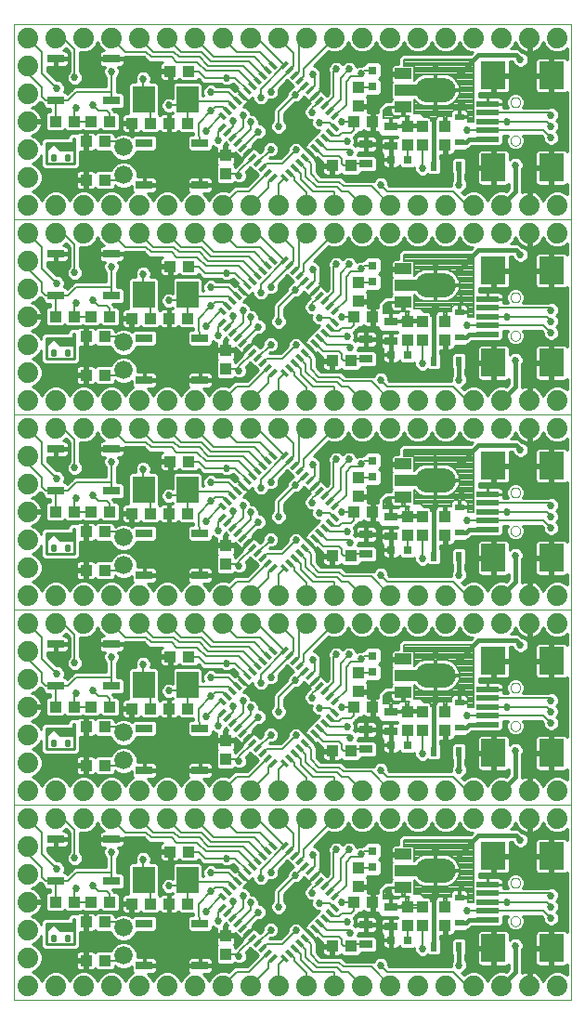
<source format=gtl>
G75*
G70*
%OFA0B0*%
%FSLAX24Y24*%
%IPPOS*%
%LPD*%
%AMOC8*
5,1,8,0,0,1.08239X$1,22.5*
%
%ADD10C,0.0000*%
%ADD11R,0.0433X0.0394*%
%ADD12R,0.0394X0.0433*%
%ADD13R,0.0315X0.0315*%
%ADD14R,0.0600X0.0300*%
%ADD15R,0.0472X0.0315*%
%ADD16R,0.0787X0.0945*%
%ADD17C,0.0100*%
%ADD18C,0.0660*%
%ADD19C,0.0740*%
%ADD20R,0.0591X0.0394*%
%ADD21R,0.0787X0.0394*%
%ADD22C,0.0866*%
%ADD23R,0.0315X0.0138*%
%ADD24R,0.0327X0.0248*%
%ADD25R,0.0248X0.0327*%
%ADD26R,0.0787X0.0197*%
%ADD27R,0.0866X0.0984*%
%ADD28C,0.0080*%
%ADD29C,0.0270*%
%ADD30C,0.0160*%
D10*
X001260Y000950D02*
X001260Y007950D01*
X001260Y014950D01*
X001260Y021950D01*
X001260Y028950D01*
X001260Y035950D01*
X021260Y035950D01*
X021260Y028950D01*
X001260Y028950D01*
X021260Y028950D01*
X021260Y021950D01*
X001260Y021950D01*
X021260Y021950D01*
X021260Y014950D01*
X001260Y014950D01*
X021260Y014950D01*
X021260Y007950D01*
X001260Y007950D01*
X021260Y007950D01*
X021260Y000950D01*
X001260Y000950D01*
X019083Y003761D02*
X019085Y003787D01*
X019091Y003813D01*
X019101Y003838D01*
X019114Y003861D01*
X019130Y003881D01*
X019150Y003899D01*
X019172Y003914D01*
X019195Y003926D01*
X019221Y003934D01*
X019247Y003938D01*
X019273Y003938D01*
X019299Y003934D01*
X019325Y003926D01*
X019349Y003914D01*
X019370Y003899D01*
X019390Y003881D01*
X019406Y003861D01*
X019419Y003838D01*
X019429Y003813D01*
X019435Y003787D01*
X019437Y003761D01*
X019435Y003735D01*
X019429Y003709D01*
X019419Y003684D01*
X019406Y003661D01*
X019390Y003641D01*
X019370Y003623D01*
X019348Y003608D01*
X019325Y003596D01*
X019299Y003588D01*
X019273Y003584D01*
X019247Y003584D01*
X019221Y003588D01*
X019195Y003596D01*
X019171Y003608D01*
X019150Y003623D01*
X019130Y003641D01*
X019114Y003661D01*
X019101Y003684D01*
X019091Y003709D01*
X019085Y003735D01*
X019083Y003761D01*
X019083Y005139D02*
X019085Y005165D01*
X019091Y005191D01*
X019101Y005216D01*
X019114Y005239D01*
X019130Y005259D01*
X019150Y005277D01*
X019172Y005292D01*
X019195Y005304D01*
X019221Y005312D01*
X019247Y005316D01*
X019273Y005316D01*
X019299Y005312D01*
X019325Y005304D01*
X019349Y005292D01*
X019370Y005277D01*
X019390Y005259D01*
X019406Y005239D01*
X019419Y005216D01*
X019429Y005191D01*
X019435Y005165D01*
X019437Y005139D01*
X019435Y005113D01*
X019429Y005087D01*
X019419Y005062D01*
X019406Y005039D01*
X019390Y005019D01*
X019370Y005001D01*
X019348Y004986D01*
X019325Y004974D01*
X019299Y004966D01*
X019273Y004962D01*
X019247Y004962D01*
X019221Y004966D01*
X019195Y004974D01*
X019171Y004986D01*
X019150Y005001D01*
X019130Y005019D01*
X019114Y005039D01*
X019101Y005062D01*
X019091Y005087D01*
X019085Y005113D01*
X019083Y005139D01*
X019083Y010761D02*
X019085Y010787D01*
X019091Y010813D01*
X019101Y010838D01*
X019114Y010861D01*
X019130Y010881D01*
X019150Y010899D01*
X019172Y010914D01*
X019195Y010926D01*
X019221Y010934D01*
X019247Y010938D01*
X019273Y010938D01*
X019299Y010934D01*
X019325Y010926D01*
X019349Y010914D01*
X019370Y010899D01*
X019390Y010881D01*
X019406Y010861D01*
X019419Y010838D01*
X019429Y010813D01*
X019435Y010787D01*
X019437Y010761D01*
X019435Y010735D01*
X019429Y010709D01*
X019419Y010684D01*
X019406Y010661D01*
X019390Y010641D01*
X019370Y010623D01*
X019348Y010608D01*
X019325Y010596D01*
X019299Y010588D01*
X019273Y010584D01*
X019247Y010584D01*
X019221Y010588D01*
X019195Y010596D01*
X019171Y010608D01*
X019150Y010623D01*
X019130Y010641D01*
X019114Y010661D01*
X019101Y010684D01*
X019091Y010709D01*
X019085Y010735D01*
X019083Y010761D01*
X019083Y012139D02*
X019085Y012165D01*
X019091Y012191D01*
X019101Y012216D01*
X019114Y012239D01*
X019130Y012259D01*
X019150Y012277D01*
X019172Y012292D01*
X019195Y012304D01*
X019221Y012312D01*
X019247Y012316D01*
X019273Y012316D01*
X019299Y012312D01*
X019325Y012304D01*
X019349Y012292D01*
X019370Y012277D01*
X019390Y012259D01*
X019406Y012239D01*
X019419Y012216D01*
X019429Y012191D01*
X019435Y012165D01*
X019437Y012139D01*
X019435Y012113D01*
X019429Y012087D01*
X019419Y012062D01*
X019406Y012039D01*
X019390Y012019D01*
X019370Y012001D01*
X019348Y011986D01*
X019325Y011974D01*
X019299Y011966D01*
X019273Y011962D01*
X019247Y011962D01*
X019221Y011966D01*
X019195Y011974D01*
X019171Y011986D01*
X019150Y012001D01*
X019130Y012019D01*
X019114Y012039D01*
X019101Y012062D01*
X019091Y012087D01*
X019085Y012113D01*
X019083Y012139D01*
X019083Y017761D02*
X019085Y017787D01*
X019091Y017813D01*
X019101Y017838D01*
X019114Y017861D01*
X019130Y017881D01*
X019150Y017899D01*
X019172Y017914D01*
X019195Y017926D01*
X019221Y017934D01*
X019247Y017938D01*
X019273Y017938D01*
X019299Y017934D01*
X019325Y017926D01*
X019349Y017914D01*
X019370Y017899D01*
X019390Y017881D01*
X019406Y017861D01*
X019419Y017838D01*
X019429Y017813D01*
X019435Y017787D01*
X019437Y017761D01*
X019435Y017735D01*
X019429Y017709D01*
X019419Y017684D01*
X019406Y017661D01*
X019390Y017641D01*
X019370Y017623D01*
X019348Y017608D01*
X019325Y017596D01*
X019299Y017588D01*
X019273Y017584D01*
X019247Y017584D01*
X019221Y017588D01*
X019195Y017596D01*
X019171Y017608D01*
X019150Y017623D01*
X019130Y017641D01*
X019114Y017661D01*
X019101Y017684D01*
X019091Y017709D01*
X019085Y017735D01*
X019083Y017761D01*
X019083Y019139D02*
X019085Y019165D01*
X019091Y019191D01*
X019101Y019216D01*
X019114Y019239D01*
X019130Y019259D01*
X019150Y019277D01*
X019172Y019292D01*
X019195Y019304D01*
X019221Y019312D01*
X019247Y019316D01*
X019273Y019316D01*
X019299Y019312D01*
X019325Y019304D01*
X019349Y019292D01*
X019370Y019277D01*
X019390Y019259D01*
X019406Y019239D01*
X019419Y019216D01*
X019429Y019191D01*
X019435Y019165D01*
X019437Y019139D01*
X019435Y019113D01*
X019429Y019087D01*
X019419Y019062D01*
X019406Y019039D01*
X019390Y019019D01*
X019370Y019001D01*
X019348Y018986D01*
X019325Y018974D01*
X019299Y018966D01*
X019273Y018962D01*
X019247Y018962D01*
X019221Y018966D01*
X019195Y018974D01*
X019171Y018986D01*
X019150Y019001D01*
X019130Y019019D01*
X019114Y019039D01*
X019101Y019062D01*
X019091Y019087D01*
X019085Y019113D01*
X019083Y019139D01*
X019083Y024761D02*
X019085Y024787D01*
X019091Y024813D01*
X019101Y024838D01*
X019114Y024861D01*
X019130Y024881D01*
X019150Y024899D01*
X019172Y024914D01*
X019195Y024926D01*
X019221Y024934D01*
X019247Y024938D01*
X019273Y024938D01*
X019299Y024934D01*
X019325Y024926D01*
X019349Y024914D01*
X019370Y024899D01*
X019390Y024881D01*
X019406Y024861D01*
X019419Y024838D01*
X019429Y024813D01*
X019435Y024787D01*
X019437Y024761D01*
X019435Y024735D01*
X019429Y024709D01*
X019419Y024684D01*
X019406Y024661D01*
X019390Y024641D01*
X019370Y024623D01*
X019348Y024608D01*
X019325Y024596D01*
X019299Y024588D01*
X019273Y024584D01*
X019247Y024584D01*
X019221Y024588D01*
X019195Y024596D01*
X019171Y024608D01*
X019150Y024623D01*
X019130Y024641D01*
X019114Y024661D01*
X019101Y024684D01*
X019091Y024709D01*
X019085Y024735D01*
X019083Y024761D01*
X019083Y026139D02*
X019085Y026165D01*
X019091Y026191D01*
X019101Y026216D01*
X019114Y026239D01*
X019130Y026259D01*
X019150Y026277D01*
X019172Y026292D01*
X019195Y026304D01*
X019221Y026312D01*
X019247Y026316D01*
X019273Y026316D01*
X019299Y026312D01*
X019325Y026304D01*
X019349Y026292D01*
X019370Y026277D01*
X019390Y026259D01*
X019406Y026239D01*
X019419Y026216D01*
X019429Y026191D01*
X019435Y026165D01*
X019437Y026139D01*
X019435Y026113D01*
X019429Y026087D01*
X019419Y026062D01*
X019406Y026039D01*
X019390Y026019D01*
X019370Y026001D01*
X019348Y025986D01*
X019325Y025974D01*
X019299Y025966D01*
X019273Y025962D01*
X019247Y025962D01*
X019221Y025966D01*
X019195Y025974D01*
X019171Y025986D01*
X019150Y026001D01*
X019130Y026019D01*
X019114Y026039D01*
X019101Y026062D01*
X019091Y026087D01*
X019085Y026113D01*
X019083Y026139D01*
X019083Y031761D02*
X019085Y031787D01*
X019091Y031813D01*
X019101Y031838D01*
X019114Y031861D01*
X019130Y031881D01*
X019150Y031899D01*
X019172Y031914D01*
X019195Y031926D01*
X019221Y031934D01*
X019247Y031938D01*
X019273Y031938D01*
X019299Y031934D01*
X019325Y031926D01*
X019349Y031914D01*
X019370Y031899D01*
X019390Y031881D01*
X019406Y031861D01*
X019419Y031838D01*
X019429Y031813D01*
X019435Y031787D01*
X019437Y031761D01*
X019435Y031735D01*
X019429Y031709D01*
X019419Y031684D01*
X019406Y031661D01*
X019390Y031641D01*
X019370Y031623D01*
X019348Y031608D01*
X019325Y031596D01*
X019299Y031588D01*
X019273Y031584D01*
X019247Y031584D01*
X019221Y031588D01*
X019195Y031596D01*
X019171Y031608D01*
X019150Y031623D01*
X019130Y031641D01*
X019114Y031661D01*
X019101Y031684D01*
X019091Y031709D01*
X019085Y031735D01*
X019083Y031761D01*
X019083Y033139D02*
X019085Y033165D01*
X019091Y033191D01*
X019101Y033216D01*
X019114Y033239D01*
X019130Y033259D01*
X019150Y033277D01*
X019172Y033292D01*
X019195Y033304D01*
X019221Y033312D01*
X019247Y033316D01*
X019273Y033316D01*
X019299Y033312D01*
X019325Y033304D01*
X019349Y033292D01*
X019370Y033277D01*
X019390Y033259D01*
X019406Y033239D01*
X019419Y033216D01*
X019429Y033191D01*
X019435Y033165D01*
X019437Y033139D01*
X019435Y033113D01*
X019429Y033087D01*
X019419Y033062D01*
X019406Y033039D01*
X019390Y033019D01*
X019370Y033001D01*
X019348Y032986D01*
X019325Y032974D01*
X019299Y032966D01*
X019273Y032962D01*
X019247Y032962D01*
X019221Y032966D01*
X019195Y032974D01*
X019171Y032986D01*
X019150Y033001D01*
X019130Y033019D01*
X019114Y033039D01*
X019101Y033062D01*
X019091Y033087D01*
X019085Y033113D01*
X019083Y033139D01*
D11*
X014135Y032430D03*
X013465Y032430D03*
X013355Y030870D03*
X012685Y030870D03*
X013465Y025430D03*
X014135Y025430D03*
X013355Y023870D03*
X012685Y023870D03*
X013465Y018430D03*
X014135Y018430D03*
X013355Y016870D03*
X012685Y016870D03*
X013465Y011430D03*
X014135Y011430D03*
X013355Y009870D03*
X012685Y009870D03*
X013465Y004430D03*
X014135Y004430D03*
X013355Y002870D03*
X012685Y002870D03*
X007495Y004390D03*
X006825Y004390D03*
X006155Y004390D03*
X005485Y004390D03*
X004695Y004450D03*
X004515Y003730D03*
X004025Y004450D03*
X003845Y003730D03*
X003415Y004450D03*
X002745Y004450D03*
X003845Y002350D03*
X004515Y002350D03*
X006865Y006250D03*
X007535Y006250D03*
X004515Y009350D03*
X003845Y009350D03*
X003845Y010730D03*
X004025Y011450D03*
X004515Y010730D03*
X004695Y011450D03*
X005485Y011390D03*
X006155Y011390D03*
X006825Y011390D03*
X007495Y011390D03*
X007535Y013250D03*
X006865Y013250D03*
X004515Y016350D03*
X003845Y016350D03*
X003845Y017730D03*
X004025Y018450D03*
X004515Y017730D03*
X004695Y018450D03*
X005485Y018390D03*
X006155Y018390D03*
X006825Y018390D03*
X007495Y018390D03*
X007535Y020250D03*
X006865Y020250D03*
X004515Y023350D03*
X003845Y023350D03*
X003845Y024730D03*
X004025Y025450D03*
X004515Y024730D03*
X004695Y025450D03*
X005485Y025390D03*
X006155Y025390D03*
X006825Y025390D03*
X007495Y025390D03*
X007535Y027250D03*
X006865Y027250D03*
X004515Y030350D03*
X003845Y030350D03*
X003845Y031730D03*
X004025Y032450D03*
X004515Y031730D03*
X004695Y032450D03*
X005485Y032390D03*
X006155Y032390D03*
X006825Y032390D03*
X007495Y032390D03*
X007535Y034250D03*
X006865Y034250D03*
X003415Y032450D03*
X002745Y032450D03*
X002745Y025450D03*
X003415Y025450D03*
X003415Y018450D03*
X002745Y018450D03*
X002745Y011450D03*
X003415Y011450D03*
D12*
X008857Y010253D03*
X008857Y009584D03*
X008857Y003253D03*
X008857Y002584D03*
X013620Y004995D03*
X013620Y005665D03*
X015380Y004285D03*
X015920Y004285D03*
X015920Y003615D03*
X015380Y003615D03*
X016740Y003615D03*
X016740Y004285D03*
X016740Y010615D03*
X016740Y011285D03*
X015920Y011285D03*
X015920Y010615D03*
X015380Y010615D03*
X015380Y011285D03*
X013620Y011995D03*
X013620Y012665D03*
X015380Y017615D03*
X015920Y017615D03*
X015920Y018285D03*
X015380Y018285D03*
X016740Y018285D03*
X016740Y017615D03*
X013620Y018995D03*
X013620Y019665D03*
X015380Y024615D03*
X015920Y024615D03*
X015920Y025285D03*
X015380Y025285D03*
X016740Y025285D03*
X016740Y024615D03*
X013620Y025995D03*
X013620Y026665D03*
X015380Y031615D03*
X015920Y031615D03*
X015920Y032285D03*
X015380Y032285D03*
X016740Y032285D03*
X016740Y031615D03*
X013620Y032995D03*
X013620Y033665D03*
X008857Y031253D03*
X008857Y030584D03*
X008857Y024253D03*
X008857Y023584D03*
X008857Y017253D03*
X008857Y016584D03*
D13*
X014140Y019695D03*
X014140Y020285D03*
X014805Y017090D03*
X015395Y017090D03*
X014140Y013285D03*
X014140Y012695D03*
X014805Y010090D03*
X015395Y010090D03*
X014140Y006285D03*
X014140Y005695D03*
X014805Y003090D03*
X015395Y003090D03*
X015395Y024090D03*
X014805Y024090D03*
X014140Y026695D03*
X014140Y027285D03*
X014805Y031090D03*
X015395Y031090D03*
X014140Y033695D03*
X014140Y034285D03*
D14*
X007940Y031680D03*
X007940Y030180D03*
X005940Y030180D03*
X005940Y031680D03*
X004760Y033200D03*
X004760Y034700D03*
X002760Y034700D03*
X002760Y033200D03*
X002760Y027700D03*
X002760Y026200D03*
X004760Y026200D03*
X004760Y027700D03*
X005940Y024680D03*
X005940Y023180D03*
X004760Y020700D03*
X004760Y019200D03*
X005940Y017680D03*
X005940Y016180D03*
X004760Y013700D03*
X004760Y012200D03*
X005940Y010680D03*
X005940Y009180D03*
X004760Y006700D03*
X004760Y005200D03*
X005940Y003680D03*
X005940Y002180D03*
X007940Y002180D03*
X007940Y003680D03*
X007940Y009180D03*
X007940Y010680D03*
X007940Y016180D03*
X007940Y017680D03*
X007940Y023180D03*
X007940Y024680D03*
X002760Y020700D03*
X002760Y019200D03*
X002760Y013700D03*
X002760Y012200D03*
X002760Y006700D03*
X002760Y005200D03*
D15*
X013900Y003644D03*
X013900Y002936D03*
X014800Y003576D03*
X014800Y004284D03*
X013900Y009936D03*
X013900Y010644D03*
X014800Y010576D03*
X014800Y011284D03*
X013900Y016936D03*
X013900Y017644D03*
X014800Y017576D03*
X014800Y018284D03*
X013900Y023936D03*
X013900Y024644D03*
X014800Y024576D03*
X014800Y025284D03*
X013900Y030936D03*
X013900Y031644D03*
X014800Y031576D03*
X014800Y032284D03*
D16*
X007487Y033250D03*
X005913Y033250D03*
X005913Y026250D03*
X007487Y026250D03*
X007487Y019250D03*
X005913Y019250D03*
X005913Y012250D03*
X007487Y012250D03*
X007487Y005250D03*
X005913Y005250D03*
D17*
X006456Y005284D02*
X006688Y005284D01*
X006659Y005272D02*
X006763Y005315D01*
X006877Y005315D01*
X006944Y005287D01*
X006944Y005785D01*
X007032Y005872D01*
X007943Y005872D01*
X008031Y005785D01*
X008031Y005360D01*
X008074Y005360D01*
X008035Y005453D01*
X008035Y005567D01*
X008078Y005671D01*
X008159Y005752D01*
X008263Y005795D01*
X008377Y005795D01*
X008481Y005752D01*
X008533Y005700D01*
X009039Y005700D01*
X009193Y005545D01*
X009248Y005600D01*
X009465Y005383D01*
X009465Y005383D01*
X009248Y005600D01*
X009295Y005647D01*
X009121Y005820D01*
X009113Y005820D01*
X009061Y005768D01*
X008957Y005725D01*
X008843Y005725D01*
X008739Y005768D01*
X008687Y005820D01*
X008041Y005820D01*
X007930Y005931D01*
X007886Y005976D01*
X007813Y005903D01*
X007256Y005903D01*
X007200Y005959D01*
X007174Y005933D01*
X007140Y005913D01*
X007102Y005903D01*
X006914Y005903D01*
X006914Y006202D01*
X006817Y006202D01*
X006499Y006202D01*
X006499Y006033D01*
X006509Y005995D01*
X006529Y005961D01*
X006557Y005933D01*
X006591Y005913D01*
X006629Y005903D01*
X006817Y005903D01*
X006817Y006202D01*
X006817Y006298D01*
X006499Y006298D01*
X006499Y006467D01*
X006509Y006505D01*
X006529Y006539D01*
X006557Y006567D01*
X006579Y006580D01*
X006101Y006580D01*
X005921Y006760D01*
X005210Y006760D01*
X005210Y006725D01*
X004785Y006725D01*
X004785Y006675D01*
X005210Y006675D01*
X005210Y006530D01*
X005200Y006492D01*
X005180Y006458D01*
X005152Y006430D01*
X005118Y006410D01*
X005080Y006400D01*
X005006Y006400D01*
X005045Y006307D01*
X005045Y006193D01*
X005002Y006089D01*
X004950Y006037D01*
X004950Y005500D01*
X005122Y005500D01*
X005210Y005412D01*
X005210Y004988D01*
X005122Y004900D01*
X004779Y004900D01*
X004870Y004809D01*
X004870Y004797D01*
X004973Y004797D01*
X005061Y004709D01*
X005061Y004191D01*
X004973Y004103D01*
X004416Y004103D01*
X004360Y004159D01*
X004304Y004103D01*
X003747Y004103D01*
X003720Y004130D01*
X003693Y004103D01*
X003136Y004103D01*
X003080Y004159D01*
X003024Y004103D01*
X002467Y004103D01*
X002379Y004191D01*
X002379Y004709D01*
X002467Y004797D01*
X002570Y004797D01*
X002570Y004900D01*
X002398Y004900D01*
X002310Y004988D01*
X002310Y005031D01*
X002210Y005131D01*
X002193Y005148D01*
X002055Y005009D01*
X001908Y004949D01*
X001960Y004932D01*
X002033Y004895D01*
X002099Y004847D01*
X002157Y004789D01*
X002205Y004723D01*
X002242Y004650D01*
X002267Y004572D01*
X002279Y004500D01*
X001810Y004500D01*
X001810Y004400D01*
X002279Y004400D01*
X002267Y004328D01*
X002242Y004250D01*
X002205Y004177D01*
X002157Y004111D01*
X002099Y004053D01*
X002033Y004005D01*
X001960Y003968D01*
X001908Y003951D01*
X002055Y003891D01*
X002201Y003745D01*
X002240Y003650D01*
X002240Y003763D01*
X002357Y003880D01*
X003190Y003880D01*
X003190Y003913D01*
X003307Y004030D01*
X003520Y004030D01*
X003537Y004047D01*
X003571Y004067D01*
X003609Y004077D01*
X003797Y004077D01*
X003797Y003778D01*
X003894Y003778D01*
X003894Y004077D01*
X004082Y004077D01*
X004120Y004067D01*
X004154Y004047D01*
X004180Y004021D01*
X004236Y004077D01*
X004793Y004077D01*
X004881Y003989D01*
X004881Y003920D01*
X004911Y003920D01*
X004928Y003937D01*
X005105Y004010D01*
X005295Y004010D01*
X005472Y003937D01*
X005503Y003905D01*
X005578Y003980D01*
X006302Y003980D01*
X006390Y003892D01*
X006390Y003468D01*
X006302Y003380D01*
X005657Y003380D01*
X005607Y003258D01*
X005472Y003123D01*
X005295Y003050D01*
X005105Y003050D01*
X004928Y003123D01*
X004793Y003258D01*
X004741Y003383D01*
X004236Y003383D01*
X004180Y003439D01*
X004154Y003413D01*
X004120Y003393D01*
X004082Y003383D01*
X003894Y003383D01*
X003894Y003682D01*
X003797Y003682D01*
X003797Y003383D01*
X003640Y003383D01*
X003640Y002847D01*
X003523Y002730D01*
X002357Y002730D01*
X002240Y002847D01*
X002240Y003250D01*
X002201Y003155D01*
X002055Y003009D01*
X001912Y002950D01*
X002055Y002891D01*
X002201Y002745D01*
X002280Y002553D01*
X002280Y002347D01*
X002201Y002155D01*
X002055Y002009D01*
X001912Y001950D01*
X002055Y001891D01*
X002201Y001745D01*
X002260Y001602D01*
X002319Y001745D01*
X002465Y001891D01*
X002657Y001970D01*
X002863Y001970D01*
X003055Y001891D01*
X003201Y001745D01*
X003260Y001602D01*
X003319Y001745D01*
X003465Y001891D01*
X003657Y001970D01*
X003863Y001970D01*
X004055Y001891D01*
X004201Y001745D01*
X004260Y001602D01*
X004319Y001745D01*
X004465Y001891D01*
X004657Y001970D01*
X004863Y001970D01*
X005055Y001891D01*
X005201Y001745D01*
X005260Y001602D01*
X005319Y001745D01*
X005465Y001891D01*
X005537Y001921D01*
X005520Y001938D01*
X005500Y001972D01*
X005490Y002010D01*
X005490Y002141D01*
X005472Y002123D01*
X005295Y002050D01*
X005105Y002050D01*
X004928Y002123D01*
X004891Y002160D01*
X004881Y002160D01*
X004881Y002091D01*
X004793Y002003D01*
X004236Y002003D01*
X004180Y002059D01*
X004154Y002033D01*
X004120Y002013D01*
X004082Y002003D01*
X003894Y002003D01*
X003894Y002302D01*
X003797Y002302D01*
X003479Y002302D01*
X003479Y002133D01*
X003489Y002095D01*
X003509Y002061D01*
X003537Y002033D01*
X003571Y002013D01*
X003609Y002003D01*
X003797Y002003D01*
X003797Y002302D01*
X003797Y002398D01*
X003479Y002398D01*
X003479Y002567D01*
X003489Y002605D01*
X003509Y002639D01*
X003537Y002667D01*
X003571Y002687D01*
X003609Y002697D01*
X003797Y002697D01*
X003797Y002398D01*
X003894Y002398D01*
X003894Y002697D01*
X004082Y002697D01*
X004120Y002687D01*
X004154Y002667D01*
X004180Y002641D01*
X004236Y002697D01*
X004750Y002697D01*
X004793Y002802D01*
X004928Y002937D01*
X005105Y003010D01*
X005295Y003010D01*
X005472Y002937D01*
X005607Y002802D01*
X005680Y002625D01*
X005680Y002480D01*
X005915Y002480D01*
X005915Y002205D01*
X005965Y002205D01*
X005965Y002480D01*
X006260Y002480D01*
X006298Y002470D01*
X006332Y002450D01*
X006360Y002422D01*
X006380Y002388D01*
X006390Y002350D01*
X006390Y002205D01*
X005965Y002205D01*
X005965Y002155D01*
X006390Y002155D01*
X006390Y002010D01*
X006380Y001972D01*
X006360Y001938D01*
X006332Y001910D01*
X006298Y001890D01*
X006260Y001880D01*
X006065Y001880D01*
X006201Y001745D01*
X006260Y001602D01*
X006319Y001745D01*
X006465Y001891D01*
X006657Y001970D01*
X006863Y001970D01*
X007055Y001891D01*
X007201Y001745D01*
X007260Y001602D01*
X007319Y001745D01*
X007465Y001891D01*
X007537Y001921D01*
X007520Y001938D01*
X007500Y001972D01*
X007490Y002010D01*
X007490Y002155D01*
X007915Y002155D01*
X007915Y002205D01*
X007915Y002480D01*
X007620Y002480D01*
X007582Y002470D01*
X007548Y002450D01*
X007520Y002422D01*
X007500Y002388D01*
X007490Y002350D01*
X007490Y002205D01*
X007915Y002205D01*
X007965Y002205D01*
X007965Y002480D01*
X008260Y002480D01*
X008298Y002470D01*
X008332Y002450D01*
X008360Y002422D01*
X008380Y002388D01*
X008390Y002350D01*
X008390Y002205D01*
X007965Y002205D01*
X007965Y002155D01*
X008390Y002155D01*
X008390Y002010D01*
X008380Y001972D01*
X008360Y001938D01*
X008332Y001910D01*
X008298Y001890D01*
X008260Y001880D01*
X008065Y001880D01*
X008201Y001745D01*
X008260Y001602D01*
X008319Y001745D01*
X008465Y001891D01*
X008657Y001970D01*
X008863Y001970D01*
X008968Y001927D01*
X009181Y002140D01*
X009621Y002140D01*
X010015Y002533D01*
X009879Y002669D01*
X009743Y002805D01*
X009590Y002651D01*
X009625Y002567D01*
X009625Y002453D01*
X009582Y002349D01*
X009501Y002268D01*
X009397Y002225D01*
X009283Y002225D01*
X009179Y002268D01*
X009173Y002274D01*
X009116Y002217D01*
X008598Y002217D01*
X008510Y002305D01*
X008510Y002862D01*
X008566Y002918D01*
X008540Y002944D01*
X008520Y002979D01*
X008510Y003017D01*
X008510Y003205D01*
X008808Y003205D01*
X008808Y003301D01*
X008510Y003301D01*
X008510Y003489D01*
X008515Y003509D01*
X008419Y003548D01*
X008390Y003577D01*
X008390Y003468D01*
X008302Y003380D01*
X007578Y003380D01*
X007490Y003468D01*
X007490Y003892D01*
X007578Y003980D01*
X007690Y003980D01*
X007690Y004043D01*
X007216Y004043D01*
X007160Y004099D01*
X007134Y004073D01*
X007100Y004053D01*
X007062Y004043D01*
X006874Y004043D01*
X006874Y004342D01*
X006777Y004342D01*
X006777Y004043D01*
X006589Y004043D01*
X006551Y004053D01*
X006517Y004073D01*
X006490Y004100D01*
X006433Y004043D01*
X005876Y004043D01*
X005820Y004099D01*
X005794Y004073D01*
X005760Y004053D01*
X005722Y004043D01*
X005534Y004043D01*
X005534Y004342D01*
X005437Y004342D01*
X005119Y004342D01*
X005119Y004173D01*
X005129Y004135D01*
X005149Y004101D01*
X005177Y004073D01*
X005211Y004053D01*
X005249Y004043D01*
X005437Y004043D01*
X005437Y004342D01*
X005437Y004438D01*
X005119Y004438D01*
X005119Y004607D01*
X005129Y004645D01*
X005149Y004679D01*
X005177Y004707D01*
X005211Y004727D01*
X005249Y004737D01*
X005369Y004737D01*
X005369Y005785D01*
X005457Y005872D01*
X005640Y005872D01*
X005615Y005933D01*
X005615Y006047D01*
X005658Y006151D01*
X005739Y006232D01*
X005843Y006275D01*
X005957Y006275D01*
X006061Y006232D01*
X006142Y006151D01*
X006185Y006047D01*
X006185Y005933D01*
X006160Y005872D01*
X006368Y005872D01*
X006456Y005785D01*
X006456Y004715D01*
X006456Y004715D01*
X006490Y004680D01*
X006517Y004707D01*
X006551Y004727D01*
X006589Y004737D01*
X006777Y004737D01*
X006777Y004438D01*
X006874Y004438D01*
X006874Y004737D01*
X006944Y004737D01*
X006944Y004773D01*
X006877Y004745D01*
X006763Y004745D01*
X006659Y004788D01*
X006578Y004869D01*
X006535Y004973D01*
X006535Y005087D01*
X006456Y005087D01*
X006535Y005087D02*
X006578Y005191D01*
X006659Y005272D01*
X006576Y005186D02*
X006456Y005186D01*
X006456Y005383D02*
X006944Y005383D01*
X006944Y005481D02*
X006456Y005481D01*
X006456Y005580D02*
X006944Y005580D01*
X006944Y005678D02*
X006456Y005678D01*
X006456Y005777D02*
X006944Y005777D01*
X006914Y005974D02*
X006817Y005974D01*
X006817Y006072D02*
X006914Y006072D01*
X006914Y006171D02*
X006817Y006171D01*
X006817Y006269D02*
X005971Y006269D01*
X005829Y006269D02*
X005045Y006269D01*
X005036Y006171D02*
X005677Y006171D01*
X005625Y006072D02*
X004985Y006072D01*
X004950Y005974D02*
X005615Y005974D01*
X005639Y005875D02*
X004950Y005875D01*
X004950Y005777D02*
X005369Y005777D01*
X005369Y005678D02*
X004950Y005678D01*
X004950Y005580D02*
X005369Y005580D01*
X005369Y005481D02*
X005141Y005481D01*
X005210Y005383D02*
X005369Y005383D01*
X005369Y005284D02*
X005210Y005284D01*
X005210Y005186D02*
X005369Y005186D01*
X005369Y005087D02*
X005210Y005087D01*
X005210Y004989D02*
X005369Y004989D01*
X005369Y004890D02*
X004789Y004890D01*
X004979Y004792D02*
X005369Y004792D01*
X005163Y004693D02*
X005061Y004693D01*
X005061Y004595D02*
X005119Y004595D01*
X005119Y004496D02*
X005061Y004496D01*
X005061Y004398D02*
X005437Y004398D01*
X005437Y004299D02*
X005534Y004299D01*
X005534Y004201D02*
X005437Y004201D01*
X005437Y004102D02*
X005534Y004102D01*
X005311Y004004D02*
X007690Y004004D01*
X007503Y003905D02*
X006377Y003905D01*
X006390Y003807D02*
X007490Y003807D01*
X007490Y003708D02*
X006390Y003708D01*
X006390Y003610D02*
X007490Y003610D01*
X007490Y003511D02*
X006390Y003511D01*
X006335Y003413D02*
X007545Y003413D01*
X006874Y004102D02*
X006777Y004102D01*
X006777Y004201D02*
X006874Y004201D01*
X006874Y004299D02*
X006777Y004299D01*
X006777Y004496D02*
X006874Y004496D01*
X006874Y004595D02*
X006777Y004595D01*
X006777Y004693D02*
X006874Y004693D01*
X006655Y004792D02*
X006456Y004792D01*
X006456Y004890D02*
X006570Y004890D01*
X006535Y004989D02*
X006456Y004989D01*
X006477Y004693D02*
X006503Y004693D01*
X006161Y005875D02*
X007986Y005875D01*
X008031Y005777D02*
X008219Y005777D01*
X008085Y005678D02*
X008031Y005678D01*
X008031Y005580D02*
X008040Y005580D01*
X008031Y005481D02*
X008035Y005481D01*
X008031Y005383D02*
X008064Y005383D01*
X008421Y005777D02*
X008730Y005777D01*
X009070Y005777D02*
X009165Y005777D01*
X009263Y005678D02*
X009061Y005678D01*
X009159Y005580D02*
X009228Y005580D01*
X009269Y005580D02*
X009269Y005580D01*
X009367Y005481D02*
X009367Y005481D01*
X009466Y005383D02*
X009683Y005165D01*
X009465Y005383D01*
X009466Y005383D01*
X009466Y005383D01*
X009564Y005284D02*
X009564Y005284D01*
X009663Y005186D02*
X009663Y005186D01*
X009683Y005165D02*
X009746Y005228D01*
X009760Y005253D01*
X009771Y005253D01*
X009835Y005317D01*
X009835Y005253D01*
X009878Y005149D01*
X009959Y005068D01*
X010063Y005025D01*
X010177Y005025D01*
X010281Y005068D01*
X010362Y005149D01*
X010398Y005236D01*
X010423Y005225D01*
X010537Y005225D01*
X010641Y005268D01*
X010722Y005349D01*
X010765Y005453D01*
X010765Y005567D01*
X010748Y005609D01*
X011070Y005932D01*
X011206Y005796D01*
X011307Y005695D01*
X011303Y005695D01*
X011199Y005652D01*
X011118Y005571D01*
X011075Y005467D01*
X011075Y005394D01*
X010570Y004889D01*
X010570Y004483D01*
X010518Y004431D01*
X010475Y004327D01*
X010475Y004213D01*
X010518Y004109D01*
X010599Y004028D01*
X010703Y003985D01*
X010817Y003985D01*
X010921Y004028D01*
X011002Y004109D01*
X011045Y004213D01*
X011045Y004327D01*
X011002Y004431D01*
X010950Y004483D01*
X010950Y004731D01*
X011344Y005125D01*
X011417Y005125D01*
X011521Y005168D01*
X011602Y005249D01*
X011645Y005353D01*
X011645Y005357D01*
X011749Y005253D01*
X011760Y005253D01*
X011774Y005228D01*
X011837Y005165D01*
X011882Y005120D01*
X011770Y005009D01*
X011770Y005003D01*
X011718Y004951D01*
X011675Y004847D01*
X011675Y004733D01*
X011718Y004629D01*
X011799Y004548D01*
X011903Y004505D01*
X011951Y004505D01*
X011935Y004467D01*
X011935Y004353D01*
X011978Y004249D01*
X012059Y004168D01*
X012163Y004125D01*
X012227Y004125D01*
X012106Y004004D01*
X011930Y003827D01*
X011930Y003827D01*
X011744Y003642D01*
X011744Y003631D01*
X011719Y003617D01*
X011656Y003554D01*
X011874Y003336D01*
X012091Y003119D01*
X012137Y003165D01*
X012170Y003131D01*
X012281Y003020D01*
X012319Y003020D01*
X012319Y002918D01*
X012637Y002918D01*
X012637Y002822D01*
X012319Y002822D01*
X012319Y002653D01*
X012329Y002615D01*
X012349Y002581D01*
X012377Y002553D01*
X012411Y002533D01*
X012449Y002523D01*
X012637Y002523D01*
X012637Y002822D01*
X012734Y002822D01*
X012734Y002523D01*
X012922Y002523D01*
X012960Y002533D01*
X012994Y002553D01*
X013020Y002579D01*
X013076Y002523D01*
X013633Y002523D01*
X013721Y002611D01*
X013721Y002628D01*
X014198Y002628D01*
X014286Y002716D01*
X014286Y003155D01*
X014198Y003243D01*
X013604Y003243D01*
X013625Y003293D01*
X013625Y003342D01*
X013644Y003337D01*
X013871Y003337D01*
X013871Y003616D01*
X013514Y003616D01*
X013514Y003579D01*
X013501Y003592D01*
X013476Y003602D01*
X013505Y003673D01*
X013505Y003787D01*
X013464Y003885D01*
X013539Y003960D01*
X013650Y004071D01*
X013650Y004083D01*
X013744Y004083D01*
X013800Y004139D01*
X013826Y004113D01*
X013860Y004093D01*
X013898Y004083D01*
X014086Y004083D01*
X014086Y004382D01*
X014183Y004382D01*
X014183Y004083D01*
X014330Y004083D01*
X014330Y004011D01*
X014441Y003900D01*
X015039Y003900D01*
X015033Y003894D01*
X015033Y003883D01*
X014829Y003883D01*
X014829Y003604D01*
X014771Y003604D01*
X014771Y003547D01*
X014414Y003547D01*
X014414Y003398D01*
X014424Y003360D01*
X014444Y003326D01*
X014472Y003298D01*
X014501Y003281D01*
X014497Y003267D01*
X014497Y003119D01*
X014776Y003119D01*
X014776Y003397D01*
X014771Y003397D01*
X014771Y003547D01*
X014829Y003547D01*
X014829Y003268D01*
X014833Y003268D01*
X014833Y003119D01*
X014776Y003119D01*
X014776Y003061D01*
X014833Y003061D01*
X014833Y002783D01*
X014982Y002783D01*
X015020Y002793D01*
X015054Y002812D01*
X015082Y002840D01*
X015095Y002863D01*
X015176Y002783D01*
X015615Y002783D01*
X015635Y002803D01*
X015635Y002713D01*
X015678Y002609D01*
X015759Y002528D01*
X015863Y002485D01*
X015977Y002485D01*
X016081Y002528D01*
X016115Y002562D01*
X016141Y002537D01*
X016513Y002537D01*
X016601Y002624D01*
X016601Y003076D01*
X016570Y003107D01*
X016570Y003249D01*
X016692Y003249D01*
X016692Y003567D01*
X016788Y003567D01*
X016788Y003249D01*
X016957Y003249D01*
X016995Y003259D01*
X017029Y003279D01*
X017057Y003307D01*
X017077Y003341D01*
X017087Y003379D01*
X017087Y003423D01*
X017486Y003423D01*
X017542Y003480D01*
X017575Y003480D01*
X017685Y003590D01*
X017801Y003590D01*
X017820Y003572D01*
X018732Y003572D01*
X018819Y003660D01*
X018819Y003945D01*
X018982Y003945D01*
X018933Y003826D01*
X018933Y003696D01*
X018983Y003576D01*
X019075Y003484D01*
X019195Y003434D01*
X019325Y003434D01*
X019445Y003484D01*
X019537Y003576D01*
X019587Y003696D01*
X019587Y003826D01*
X019538Y003945D01*
X020196Y003945D01*
X020255Y003886D01*
X020255Y003813D01*
X020298Y003709D01*
X020379Y003628D01*
X020483Y003585D01*
X020597Y003585D01*
X020701Y003628D01*
X020782Y003709D01*
X020825Y003813D01*
X020825Y003927D01*
X020782Y004031D01*
X020733Y004080D01*
X020782Y004129D01*
X020825Y004233D01*
X020825Y004347D01*
X020782Y004451D01*
X020743Y004490D01*
X020782Y004529D01*
X020825Y004633D01*
X020825Y004747D01*
X020782Y004851D01*
X020701Y004932D01*
X020597Y004975D01*
X020483Y004975D01*
X020435Y004955D01*
X019538Y004955D01*
X019587Y005074D01*
X019587Y005204D01*
X019537Y005324D01*
X019445Y005416D01*
X019325Y005466D01*
X019195Y005466D01*
X019075Y005416D01*
X018983Y005324D01*
X018933Y005204D01*
X018933Y005074D01*
X018982Y004955D01*
X018818Y004955D01*
X018819Y004962D01*
X018819Y005080D01*
X018819Y005198D01*
X018809Y005236D01*
X018789Y005270D01*
X018762Y005298D01*
X018727Y005318D01*
X018689Y005328D01*
X018276Y005328D01*
X018276Y005080D01*
X018819Y005080D01*
X018276Y005080D01*
X018276Y005080D01*
X018276Y005080D01*
X018276Y005328D01*
X017950Y005328D01*
X017950Y005490D01*
X017982Y005472D01*
X018020Y005461D01*
X018423Y005461D01*
X018423Y006054D01*
X018523Y006054D01*
X018523Y006154D01*
X019056Y006154D01*
X019056Y006600D01*
X019161Y006600D01*
X019198Y006509D01*
X019279Y006428D01*
X019383Y006385D01*
X019497Y006385D01*
X019601Y006428D01*
X019682Y006509D01*
X019725Y006613D01*
X019725Y006727D01*
X019682Y006831D01*
X019601Y006912D01*
X019497Y006955D01*
X019480Y006955D01*
X019375Y007060D01*
X019105Y007060D01*
X019201Y007155D01*
X019261Y007302D01*
X019278Y007250D01*
X019315Y007177D01*
X019363Y007111D01*
X019421Y007053D01*
X019487Y007005D01*
X019560Y006968D01*
X019638Y006943D01*
X019710Y006931D01*
X019710Y007400D01*
X019810Y007400D01*
X019810Y006931D01*
X019882Y006943D01*
X019960Y006968D01*
X020033Y007005D01*
X020099Y007053D01*
X020157Y007111D01*
X020205Y007177D01*
X020242Y007250D01*
X020259Y007302D01*
X020319Y007155D01*
X020465Y007009D01*
X020657Y006930D01*
X020863Y006930D01*
X021055Y007009D01*
X021110Y007065D01*
X021110Y006690D01*
X021084Y006716D01*
X021050Y006735D01*
X021012Y006746D01*
X020609Y006746D01*
X020609Y006154D01*
X020509Y006154D01*
X020509Y006746D01*
X020106Y006746D01*
X020068Y006735D01*
X020034Y006716D01*
X020006Y006688D01*
X019986Y006654D01*
X019976Y006615D01*
X019976Y006154D01*
X020509Y006154D01*
X020509Y006054D01*
X019976Y006054D01*
X019976Y005592D01*
X019986Y005554D01*
X020006Y005519D01*
X020034Y005491D01*
X020068Y005472D01*
X020106Y005461D01*
X020509Y005461D01*
X020509Y006054D01*
X020609Y006054D01*
X020609Y005461D01*
X021012Y005461D01*
X021050Y005472D01*
X021084Y005491D01*
X021110Y005517D01*
X021110Y003383D01*
X021084Y003409D01*
X021050Y003428D01*
X021012Y003439D01*
X020609Y003439D01*
X020609Y002846D01*
X020509Y002846D01*
X020509Y002746D01*
X020609Y002746D01*
X020609Y002154D01*
X021012Y002154D01*
X021050Y002165D01*
X021084Y002184D01*
X021110Y002210D01*
X021110Y001835D01*
X021055Y001891D01*
X020863Y001970D01*
X020657Y001970D01*
X020465Y001891D01*
X020319Y001745D01*
X020259Y001598D01*
X020242Y001650D01*
X020205Y001723D01*
X020157Y001789D01*
X020099Y001847D01*
X020033Y001895D01*
X019960Y001932D01*
X019882Y001957D01*
X019810Y001969D01*
X019810Y001500D01*
X019710Y001500D01*
X019710Y001969D01*
X019638Y001957D01*
X019560Y001932D01*
X019490Y001896D01*
X019490Y002717D01*
X019502Y002729D01*
X019545Y002833D01*
X019545Y002947D01*
X019502Y003051D01*
X019421Y003132D01*
X019317Y003175D01*
X019203Y003175D01*
X019099Y003132D01*
X019056Y003089D01*
X019056Y003308D01*
X019045Y003346D01*
X019026Y003381D01*
X018998Y003409D01*
X018964Y003428D01*
X018925Y003439D01*
X018523Y003439D01*
X018523Y002846D01*
X018423Y002846D01*
X018423Y002746D01*
X018523Y002746D01*
X018523Y002154D01*
X018925Y002154D01*
X018964Y002165D01*
X018998Y002184D01*
X019026Y002212D01*
X019030Y002220D01*
X019030Y002045D01*
X018928Y001943D01*
X018863Y001970D01*
X018657Y001970D01*
X018465Y001891D01*
X018319Y001745D01*
X018260Y001602D01*
X018201Y001745D01*
X018055Y001891D01*
X017863Y001970D01*
X017657Y001970D01*
X017465Y001891D01*
X017417Y001842D01*
X017337Y001922D01*
X017401Y001948D01*
X017482Y002029D01*
X017525Y002133D01*
X017525Y002247D01*
X017482Y002351D01*
X017463Y002370D01*
X017463Y002580D01*
X017507Y002624D01*
X017507Y003076D01*
X017419Y003163D01*
X017047Y003163D01*
X016959Y003076D01*
X016959Y002624D01*
X017003Y002580D01*
X017003Y002356D01*
X016998Y002351D01*
X016955Y002247D01*
X016955Y002140D01*
X014739Y002140D01*
X014705Y002174D01*
X014705Y002247D01*
X014662Y002351D01*
X014581Y002432D01*
X014477Y002475D01*
X014363Y002475D01*
X014259Y002432D01*
X014178Y002351D01*
X014163Y002315D01*
X014159Y002320D01*
X013179Y002320D01*
X013019Y002480D01*
X012279Y002480D01*
X012110Y002649D01*
X012110Y003009D01*
X012045Y003073D01*
X012091Y003119D01*
X011874Y003336D01*
X011874Y003336D01*
X011656Y003554D01*
X011643Y003540D01*
X011622Y003591D01*
X011541Y003672D01*
X011437Y003715D01*
X011323Y003715D01*
X011219Y003672D01*
X011138Y003591D01*
X011095Y003487D01*
X011095Y003414D01*
X010821Y003140D01*
X010439Y003140D01*
X010464Y003165D01*
X010537Y003165D01*
X010641Y003208D01*
X010722Y003289D01*
X010765Y003393D01*
X010765Y003507D01*
X010722Y003611D01*
X010641Y003692D01*
X010537Y003735D01*
X010423Y003735D01*
X010319Y003692D01*
X010238Y003611D01*
X010195Y003507D01*
X010195Y003434D01*
X010090Y003328D01*
X009952Y003466D01*
X009941Y003466D01*
X009927Y003491D01*
X009864Y003554D01*
X009818Y003600D01*
X010024Y003805D01*
X010097Y003805D01*
X010201Y003848D01*
X010282Y003929D01*
X010325Y004033D01*
X010325Y004147D01*
X010282Y004251D01*
X010201Y004332D01*
X010097Y004375D01*
X010045Y004375D01*
X010045Y004487D01*
X010002Y004591D01*
X009921Y004672D01*
X009817Y004715D01*
X009765Y004715D01*
X009765Y004747D01*
X009722Y004851D01*
X009641Y004932D01*
X009537Y004975D01*
X009493Y004975D01*
X009595Y005077D01*
X009595Y005088D01*
X009620Y005102D01*
X009683Y005165D01*
X009703Y005186D02*
X009863Y005186D01*
X009835Y005284D02*
X009802Y005284D01*
X009940Y005087D02*
X009595Y005087D01*
X009506Y004989D02*
X010670Y004989D01*
X010768Y005087D02*
X010300Y005087D01*
X010377Y005186D02*
X010867Y005186D01*
X010965Y005284D02*
X010657Y005284D01*
X010736Y005383D02*
X011064Y005383D01*
X011081Y005481D02*
X010765Y005481D01*
X010760Y005580D02*
X011126Y005580D01*
X011262Y005678D02*
X010817Y005678D01*
X010915Y005777D02*
X011226Y005777D01*
X011127Y005875D02*
X011014Y005875D01*
X011616Y005284D02*
X011718Y005284D01*
X011817Y005186D02*
X011539Y005186D01*
X011306Y005087D02*
X011848Y005087D01*
X011837Y005165D02*
X012055Y005383D01*
X012055Y005383D01*
X012272Y005600D01*
X012335Y005537D01*
X012349Y005512D01*
X012360Y005512D01*
X012497Y005375D01*
X012550Y005429D01*
X012550Y006237D01*
X012535Y006273D01*
X012535Y006387D01*
X012578Y006491D01*
X012659Y006572D01*
X012763Y006615D01*
X012877Y006615D01*
X012981Y006572D01*
X013060Y006493D01*
X013139Y006572D01*
X013243Y006615D01*
X013357Y006615D01*
X013461Y006572D01*
X013542Y006491D01*
X013572Y006417D01*
X013663Y006455D01*
X013736Y006455D01*
X013761Y006480D01*
X013833Y006480D01*
X013833Y006505D01*
X013920Y006593D01*
X014360Y006593D01*
X014447Y006505D01*
X014447Y006066D01*
X014372Y005990D01*
X014447Y005914D01*
X014447Y005475D01*
X014360Y005387D01*
X013967Y005387D01*
X013967Y005386D01*
X013911Y005330D01*
X013937Y005304D01*
X013957Y005270D01*
X013967Y005232D01*
X013967Y005044D01*
X013668Y005044D01*
X013668Y004947D01*
X013967Y004947D01*
X013967Y004777D01*
X014086Y004777D01*
X014086Y004478D01*
X014183Y004478D01*
X014183Y004777D01*
X014330Y004777D01*
X014330Y004929D01*
X014441Y005040D01*
X014470Y005069D01*
X014581Y005180D01*
X014795Y005180D01*
X014795Y005239D01*
X014832Y005276D01*
X014796Y005311D01*
X014796Y005829D01*
X014832Y005864D01*
X014825Y005871D01*
X014805Y005905D01*
X014795Y005944D01*
X014795Y006112D01*
X015075Y006112D01*
X015074Y006209D01*
X014795Y006209D01*
X014795Y006377D01*
X014805Y006415D01*
X014825Y006449D01*
X014853Y006477D01*
X014887Y006497D01*
X014925Y006507D01*
X015071Y006507D01*
X015071Y006591D01*
X015070Y006591D01*
X015070Y006669D01*
X015069Y006747D01*
X015070Y006748D01*
X015070Y006749D01*
X015125Y006804D01*
X015180Y006859D01*
X015181Y006859D01*
X015181Y006860D01*
X015259Y006860D01*
X015337Y006861D01*
X015338Y006860D01*
X017645Y006860D01*
X015338Y006860D01*
X015261Y006860D02*
X012439Y006860D01*
X012537Y006959D02*
X012588Y006959D01*
X012552Y006973D02*
X012657Y006930D01*
X012863Y006930D01*
X013055Y007009D01*
X013201Y007155D01*
X013260Y007298D01*
X013319Y007155D01*
X013465Y007009D01*
X013657Y006930D01*
X013863Y006930D01*
X014055Y007009D01*
X014201Y007155D01*
X014260Y007298D01*
X014319Y007155D01*
X014465Y007009D01*
X014657Y006930D01*
X014863Y006930D01*
X015055Y007009D01*
X015201Y007155D01*
X015260Y007298D01*
X015319Y007155D01*
X015465Y007009D01*
X015657Y006930D01*
X015863Y006930D01*
X016055Y007009D01*
X016201Y007155D01*
X016260Y007298D01*
X016319Y007155D01*
X016465Y007009D01*
X016657Y006930D01*
X016863Y006930D01*
X017055Y007009D01*
X017201Y007155D01*
X017260Y007298D01*
X017319Y007155D01*
X017465Y007009D01*
X017657Y006930D01*
X017715Y006930D01*
X017645Y006860D01*
X017588Y006959D02*
X016932Y006959D01*
X017102Y007057D02*
X017418Y007057D01*
X017319Y007156D02*
X017201Y007156D01*
X017242Y007254D02*
X017278Y007254D01*
X016588Y006959D02*
X015932Y006959D01*
X016102Y007057D02*
X016418Y007057D01*
X016319Y007156D02*
X016201Y007156D01*
X016242Y007254D02*
X016278Y007254D01*
X015588Y006959D02*
X014932Y006959D01*
X015102Y007057D02*
X015418Y007057D01*
X015319Y007156D02*
X015201Y007156D01*
X015242Y007254D02*
X015278Y007254D01*
X015083Y006762D02*
X012340Y006762D01*
X012242Y006663D02*
X015070Y006663D01*
X015071Y006565D02*
X014388Y006565D01*
X014447Y006466D02*
X014842Y006466D01*
X014795Y006368D02*
X014447Y006368D01*
X014447Y006269D02*
X014795Y006269D01*
X014795Y006072D02*
X014447Y006072D01*
X014447Y006171D02*
X015075Y006171D01*
X014795Y005974D02*
X014388Y005974D01*
X014447Y005875D02*
X014823Y005875D01*
X014796Y005777D02*
X014447Y005777D01*
X014447Y005678D02*
X014796Y005678D01*
X014796Y005580D02*
X014447Y005580D01*
X014447Y005481D02*
X014796Y005481D01*
X014796Y005383D02*
X013963Y005383D01*
X013948Y005284D02*
X014823Y005284D01*
X014795Y005186D02*
X013967Y005186D01*
X013967Y005087D02*
X014488Y005087D01*
X014390Y004989D02*
X013668Y004989D01*
X013967Y004890D02*
X014330Y004890D01*
X014330Y004792D02*
X013967Y004792D01*
X014086Y004693D02*
X014183Y004693D01*
X014183Y004595D02*
X014086Y004595D01*
X014086Y004496D02*
X014183Y004496D01*
X014183Y004299D02*
X014086Y004299D01*
X014086Y004201D02*
X014183Y004201D01*
X014183Y004102D02*
X014086Y004102D01*
X014156Y003952D02*
X013929Y003952D01*
X013929Y003673D01*
X014286Y003673D01*
X014286Y003822D01*
X014276Y003860D01*
X014256Y003894D01*
X014228Y003922D01*
X014194Y003942D01*
X014156Y003952D01*
X014245Y003905D02*
X014436Y003905D01*
X014472Y003853D02*
X014444Y003825D01*
X014424Y003791D01*
X014414Y003753D01*
X014414Y003604D01*
X014771Y003604D01*
X014771Y003883D01*
X014544Y003883D01*
X014506Y003873D01*
X014472Y003853D01*
X014433Y003807D02*
X014286Y003807D01*
X014286Y003708D02*
X014414Y003708D01*
X014414Y003610D02*
X014286Y003610D01*
X014286Y003616D02*
X013929Y003616D01*
X013929Y003673D01*
X013871Y003673D01*
X013871Y003616D01*
X013929Y003616D01*
X013929Y003337D01*
X014156Y003337D01*
X014194Y003347D01*
X014228Y003367D01*
X014256Y003395D01*
X014276Y003429D01*
X014286Y003467D01*
X014286Y003616D01*
X014286Y003511D02*
X014414Y003511D01*
X014414Y003413D02*
X014267Y003413D01*
X014226Y003216D02*
X014497Y003216D01*
X014456Y003314D02*
X013625Y003314D01*
X013871Y003413D02*
X013929Y003413D01*
X013929Y003511D02*
X013871Y003511D01*
X013871Y003610D02*
X013929Y003610D01*
X013871Y003673D02*
X013514Y003673D01*
X013514Y003822D01*
X013524Y003860D01*
X013544Y003894D01*
X013572Y003922D01*
X013606Y003942D01*
X013644Y003952D01*
X013871Y003952D01*
X013871Y003673D01*
X013871Y003708D02*
X013929Y003708D01*
X013929Y003807D02*
X013871Y003807D01*
X013871Y003905D02*
X013929Y003905D01*
X013845Y004102D02*
X013763Y004102D01*
X013582Y004004D02*
X014338Y004004D01*
X014771Y003807D02*
X014829Y003807D01*
X014829Y003708D02*
X014771Y003708D01*
X014771Y003610D02*
X014829Y003610D01*
X014829Y003511D02*
X014771Y003511D01*
X014771Y003413D02*
X014829Y003413D01*
X014829Y003314D02*
X014776Y003314D01*
X014776Y003216D02*
X014833Y003216D01*
X014776Y003117D02*
X014286Y003117D01*
X014286Y003019D02*
X014497Y003019D01*
X014497Y003061D02*
X014497Y002913D01*
X014507Y002875D01*
X014527Y002840D01*
X014555Y002812D01*
X014589Y002793D01*
X014627Y002783D01*
X014776Y002783D01*
X014776Y003061D01*
X014497Y003061D01*
X014497Y002920D02*
X014286Y002920D01*
X014286Y002822D02*
X014546Y002822D01*
X014776Y002822D02*
X014833Y002822D01*
X014833Y002920D02*
X014776Y002920D01*
X014776Y003019D02*
X014833Y003019D01*
X015063Y002822D02*
X015137Y002822D01*
X015635Y002723D02*
X014286Y002723D01*
X014254Y002428D02*
X013071Y002428D01*
X013073Y002526D02*
X012932Y002526D01*
X012734Y002526D02*
X012637Y002526D01*
X012637Y002625D02*
X012734Y002625D01*
X012734Y002723D02*
X012637Y002723D01*
X012637Y002822D02*
X012734Y002822D01*
X012319Y002822D02*
X012110Y002822D01*
X012110Y002920D02*
X012319Y002920D01*
X012319Y003019D02*
X012100Y003019D01*
X012089Y003117D02*
X012184Y003117D01*
X011995Y003216D02*
X011994Y003216D01*
X011896Y003314D02*
X011896Y003314D01*
X011874Y003336D02*
X011874Y003336D01*
X011797Y003413D02*
X011798Y003413D01*
X011699Y003511D02*
X011699Y003511D01*
X011712Y003610D02*
X011604Y003610D01*
X011454Y003708D02*
X011810Y003708D01*
X011909Y003807D02*
X010100Y003807D01*
X010258Y003905D02*
X012007Y003905D01*
X012106Y004004D02*
X010861Y004004D01*
X010995Y004102D02*
X012204Y004102D01*
X012026Y004201D02*
X011040Y004201D01*
X011045Y004299D02*
X011957Y004299D01*
X011935Y004398D02*
X011016Y004398D01*
X010950Y004496D02*
X011947Y004496D01*
X011752Y004595D02*
X010950Y004595D01*
X010950Y004693D02*
X011692Y004693D01*
X011675Y004792D02*
X011010Y004792D01*
X011109Y004890D02*
X011693Y004890D01*
X011755Y004989D02*
X011207Y004989D01*
X010571Y004890D02*
X009683Y004890D01*
X009746Y004792D02*
X010570Y004792D01*
X010570Y004693D02*
X009870Y004693D01*
X009999Y004595D02*
X010570Y004595D01*
X010570Y004496D02*
X010041Y004496D01*
X010045Y004398D02*
X010504Y004398D01*
X010475Y004299D02*
X010234Y004299D01*
X010303Y004201D02*
X010480Y004201D01*
X010525Y004102D02*
X010325Y004102D01*
X010313Y004004D02*
X010659Y004004D01*
X010602Y003708D02*
X011306Y003708D01*
X011156Y003610D02*
X010722Y003610D01*
X010763Y003511D02*
X011105Y003511D01*
X011094Y003413D02*
X010765Y003413D01*
X010732Y003314D02*
X010995Y003314D01*
X010897Y003216D02*
X010649Y003216D01*
X010174Y003413D02*
X010005Y003413D01*
X009907Y003511D02*
X010197Y003511D01*
X010238Y003610D02*
X009828Y003610D01*
X009864Y003554D02*
X009646Y003336D01*
X009429Y003119D01*
X009475Y003073D01*
X009261Y002860D01*
X009203Y002802D01*
X009203Y002862D01*
X009147Y002918D01*
X009173Y002944D01*
X009193Y002979D01*
X009203Y003017D01*
X009203Y003205D01*
X008905Y003205D01*
X008905Y003301D01*
X009203Y003301D01*
X009203Y003345D01*
X009341Y003207D01*
X009352Y003207D01*
X009366Y003182D01*
X009429Y003119D01*
X009646Y003336D01*
X009646Y003336D01*
X009646Y003336D01*
X009864Y003554D01*
X009821Y003511D02*
X009821Y003511D01*
X009723Y003413D02*
X009722Y003413D01*
X009624Y003314D02*
X009624Y003314D01*
X009526Y003216D02*
X009525Y003216D01*
X009431Y003117D02*
X009203Y003117D01*
X009203Y003019D02*
X009420Y003019D01*
X009321Y002920D02*
X009149Y002920D01*
X009203Y002822D02*
X009223Y002822D01*
X009333Y003216D02*
X008905Y003216D01*
X008905Y003301D02*
X008808Y003301D01*
X008808Y003615D01*
X008822Y003629D01*
X008850Y003698D01*
X008929Y003620D01*
X008905Y003620D01*
X008905Y003301D01*
X008905Y003314D02*
X008808Y003314D01*
X008808Y003216D02*
X005564Y003216D01*
X005630Y003314D02*
X008510Y003314D01*
X008510Y003413D02*
X008335Y003413D01*
X008390Y003511D02*
X008509Y003511D01*
X008808Y003511D02*
X008905Y003511D01*
X008905Y003413D02*
X008808Y003413D01*
X008808Y003610D02*
X008905Y003610D01*
X009203Y003314D02*
X009234Y003314D01*
X009662Y002723D02*
X009825Y002723D01*
X009924Y002625D02*
X009601Y002625D01*
X009625Y002526D02*
X010007Y002526D01*
X009909Y002428D02*
X009614Y002428D01*
X009562Y002329D02*
X009810Y002329D01*
X009712Y002231D02*
X009410Y002231D01*
X009270Y002231D02*
X009129Y002231D01*
X009173Y002132D02*
X008390Y002132D01*
X008390Y002034D02*
X009075Y002034D01*
X008976Y001935D02*
X008948Y001935D01*
X008572Y001935D02*
X008357Y001935D01*
X008411Y001837D02*
X008109Y001837D01*
X008204Y001738D02*
X008316Y001738D01*
X008276Y001640D02*
X008244Y001640D01*
X008390Y002231D02*
X008584Y002231D01*
X008510Y002329D02*
X008390Y002329D01*
X008355Y002428D02*
X008510Y002428D01*
X008510Y002526D02*
X005680Y002526D01*
X005680Y002625D02*
X008510Y002625D01*
X008510Y002723D02*
X005640Y002723D01*
X005587Y002822D02*
X008510Y002822D01*
X008564Y002920D02*
X005489Y002920D01*
X005457Y003117D02*
X008510Y003117D01*
X008510Y003019D02*
X003640Y003019D01*
X003640Y003117D02*
X004943Y003117D01*
X004836Y003216D02*
X003640Y003216D01*
X003640Y003314D02*
X004770Y003314D01*
X004911Y002920D02*
X003640Y002920D01*
X003614Y002822D02*
X004813Y002822D01*
X004760Y002723D02*
X002210Y002723D01*
X002251Y002625D02*
X003500Y002625D01*
X003479Y002526D02*
X002280Y002526D01*
X002280Y002428D02*
X003479Y002428D01*
X003479Y002231D02*
X002232Y002231D01*
X002273Y002329D02*
X003797Y002329D01*
X003797Y002231D02*
X003894Y002231D01*
X003894Y002132D02*
X003797Y002132D01*
X003797Y002034D02*
X003894Y002034D01*
X003948Y001935D02*
X004572Y001935D01*
X004411Y001837D02*
X004109Y001837D01*
X004204Y001738D02*
X004316Y001738D01*
X004276Y001640D02*
X004244Y001640D01*
X004206Y002034D02*
X004154Y002034D01*
X003894Y002428D02*
X003797Y002428D01*
X003797Y002526D02*
X003894Y002526D01*
X003894Y002625D02*
X003797Y002625D01*
X003440Y002930D02*
X003440Y003430D01*
X002940Y003430D01*
X002690Y003680D01*
X002440Y003430D01*
X002440Y002930D01*
X003440Y002930D01*
X003240Y003080D02*
X003140Y003080D01*
X003140Y003230D01*
X003240Y003230D01*
X003240Y003080D01*
X003440Y003430D02*
X003440Y003680D01*
X002690Y003680D01*
X002440Y003680D01*
X002440Y003430D01*
X002490Y003580D02*
X002540Y003630D01*
X002490Y003630D01*
X002240Y003708D02*
X002216Y003708D01*
X002284Y003807D02*
X002139Y003807D01*
X002020Y003905D02*
X003190Y003905D01*
X003281Y004004D02*
X002029Y004004D01*
X002147Y004102D02*
X005148Y004102D01*
X005119Y004201D02*
X005061Y004201D01*
X005061Y004299D02*
X005119Y004299D01*
X005089Y004004D02*
X004867Y004004D01*
X004207Y003413D02*
X004153Y003413D01*
X003894Y003413D02*
X003797Y003413D01*
X003797Y003511D02*
X003894Y003511D01*
X003894Y003610D02*
X003797Y003610D01*
X003797Y003807D02*
X003894Y003807D01*
X003894Y003905D02*
X003797Y003905D01*
X003797Y004004D02*
X003894Y004004D01*
X003440Y003830D02*
X003390Y003830D01*
X003390Y003730D01*
X003440Y003680D02*
X003440Y003830D01*
X003390Y003630D02*
X002940Y003630D01*
X002940Y003530D02*
X003390Y003530D01*
X003390Y003630D01*
X002940Y003530D02*
X002840Y003630D01*
X002740Y003230D02*
X002740Y003080D01*
X002640Y003080D01*
X002640Y003230D01*
X002740Y003230D01*
X002240Y003216D02*
X002226Y003216D01*
X002240Y003117D02*
X002162Y003117D01*
X002240Y003019D02*
X002064Y003019D01*
X001984Y002920D02*
X002240Y002920D01*
X002266Y002822D02*
X002124Y002822D01*
X002177Y002132D02*
X003479Y002132D01*
X003536Y002034D02*
X002079Y002034D01*
X001948Y001935D02*
X002572Y001935D01*
X002411Y001837D02*
X002109Y001837D01*
X002204Y001738D02*
X002316Y001738D01*
X002276Y001640D02*
X002244Y001640D01*
X002948Y001935D02*
X003572Y001935D01*
X003411Y001837D02*
X003109Y001837D01*
X003204Y001738D02*
X003316Y001738D01*
X003276Y001640D02*
X003244Y001640D01*
X004824Y002034D02*
X005490Y002034D01*
X005481Y002132D02*
X005490Y002132D01*
X005523Y001935D02*
X004948Y001935D01*
X005109Y001837D02*
X005411Y001837D01*
X005316Y001738D02*
X005204Y001738D01*
X005244Y001640D02*
X005276Y001640D01*
X004919Y002132D02*
X004881Y002132D01*
X005915Y002231D02*
X005965Y002231D01*
X005965Y002329D02*
X005915Y002329D01*
X005915Y002428D02*
X005965Y002428D01*
X006109Y001837D02*
X006411Y001837D01*
X006357Y001935D02*
X006572Y001935D01*
X006390Y002034D02*
X007490Y002034D01*
X007490Y002132D02*
X006390Y002132D01*
X006390Y002231D02*
X007490Y002231D01*
X007490Y002329D02*
X006390Y002329D01*
X006355Y002428D02*
X007525Y002428D01*
X007523Y001935D02*
X006948Y001935D01*
X007109Y001837D02*
X007411Y001837D01*
X007316Y001738D02*
X007204Y001738D01*
X007244Y001640D02*
X007276Y001640D01*
X007915Y002231D02*
X007965Y002231D01*
X007965Y002329D02*
X007915Y002329D01*
X007915Y002428D02*
X007965Y002428D01*
X006316Y001738D02*
X006204Y001738D01*
X006244Y001640D02*
X006276Y001640D01*
X004570Y005700D02*
X003421Y005700D01*
X003310Y005589D01*
X003172Y005450D01*
X003122Y005500D01*
X003046Y005500D01*
X003085Y005593D01*
X003085Y005707D01*
X003042Y005811D01*
X002961Y005892D01*
X002857Y005935D01*
X002784Y005935D01*
X002450Y006269D01*
X003250Y006269D01*
X003250Y006243D02*
X003198Y006191D01*
X003155Y006087D01*
X003155Y005973D01*
X003198Y005869D01*
X003279Y005788D01*
X003383Y005745D01*
X003497Y005745D01*
X003601Y005788D01*
X003682Y005869D01*
X003725Y005973D01*
X003725Y006087D01*
X003682Y006191D01*
X003630Y006243D01*
X003630Y006941D01*
X003657Y006930D01*
X003863Y006930D01*
X004055Y007009D01*
X004201Y007155D01*
X004260Y007298D01*
X004319Y007155D01*
X004465Y007009D01*
X004488Y007000D01*
X004440Y007000D01*
X004402Y006990D01*
X004368Y006970D01*
X004340Y006942D01*
X004320Y006908D01*
X004310Y006870D01*
X004310Y006725D01*
X004735Y006725D01*
X004735Y006675D01*
X004310Y006675D01*
X004310Y006530D01*
X004320Y006492D01*
X004340Y006458D01*
X004368Y006430D01*
X004402Y006410D01*
X004440Y006400D01*
X004514Y006400D01*
X004475Y006307D01*
X004475Y006193D01*
X004518Y006089D01*
X004570Y006037D01*
X004570Y005700D01*
X004570Y005777D02*
X003573Y005777D01*
X003684Y005875D02*
X004570Y005875D01*
X004570Y005974D02*
X003725Y005974D01*
X003725Y006072D02*
X004535Y006072D01*
X004484Y006171D02*
X003690Y006171D01*
X003630Y006269D02*
X004475Y006269D01*
X004500Y006368D02*
X003630Y006368D01*
X003630Y006466D02*
X004335Y006466D01*
X004310Y006565D02*
X003630Y006565D01*
X003630Y006663D02*
X004310Y006663D01*
X004310Y006762D02*
X003630Y006762D01*
X003630Y006860D02*
X004310Y006860D01*
X004356Y006959D02*
X003932Y006959D01*
X004102Y007057D02*
X004418Y007057D01*
X004319Y007156D02*
X004201Y007156D01*
X004242Y007254D02*
X004278Y007254D01*
X003250Y006951D02*
X003250Y006243D01*
X003190Y006171D02*
X002548Y006171D01*
X002450Y006269D02*
X002450Y006400D01*
X002735Y006400D01*
X002735Y006675D01*
X002785Y006675D01*
X002785Y006725D01*
X003210Y006725D01*
X003210Y006870D01*
X003200Y006908D01*
X003180Y006942D01*
X003152Y006970D01*
X003118Y006990D01*
X003080Y007000D01*
X003032Y007000D01*
X003055Y007009D01*
X003123Y007078D01*
X003250Y006951D01*
X003243Y006959D02*
X003164Y006959D01*
X003144Y007057D02*
X003102Y007057D01*
X003210Y006860D02*
X003250Y006860D01*
X003250Y006762D02*
X003210Y006762D01*
X003210Y006675D02*
X002785Y006675D01*
X002785Y006400D01*
X003080Y006400D01*
X003118Y006410D01*
X003152Y006430D01*
X003180Y006458D01*
X003200Y006492D01*
X003210Y006530D01*
X003210Y006675D01*
X003210Y006663D02*
X003250Y006663D01*
X003250Y006565D02*
X003210Y006565D01*
X003185Y006466D02*
X003250Y006466D01*
X003250Y006368D02*
X002450Y006368D01*
X002735Y006466D02*
X002785Y006466D01*
X002785Y006565D02*
X002735Y006565D01*
X002735Y006663D02*
X002785Y006663D01*
X002647Y006072D02*
X003155Y006072D01*
X003155Y005974D02*
X002745Y005974D01*
X002978Y005875D02*
X003196Y005875D01*
X003307Y005777D02*
X003056Y005777D01*
X003085Y005678D02*
X003399Y005678D01*
X003301Y005580D02*
X003079Y005580D01*
X003141Y005481D02*
X003202Y005481D01*
X002570Y004890D02*
X002039Y004890D01*
X002005Y004989D02*
X002310Y004989D01*
X002254Y005087D02*
X002132Y005087D01*
X002154Y004792D02*
X002461Y004792D01*
X002379Y004693D02*
X002220Y004693D01*
X002260Y004595D02*
X002379Y004595D01*
X002379Y004496D02*
X001810Y004496D01*
X002278Y004398D02*
X002379Y004398D01*
X002379Y004299D02*
X002258Y004299D01*
X002216Y004201D02*
X002379Y004201D01*
X005020Y006368D02*
X006499Y006368D01*
X006499Y006466D02*
X005185Y006466D01*
X005210Y006565D02*
X006554Y006565D01*
X006499Y006171D02*
X006123Y006171D01*
X006175Y006072D02*
X006499Y006072D01*
X006522Y005974D02*
X006185Y005974D01*
X006018Y006663D02*
X005210Y006663D01*
X005260Y008602D02*
X005201Y008745D01*
X005055Y008891D01*
X004863Y008970D01*
X004657Y008970D01*
X004465Y008891D01*
X004319Y008745D01*
X004260Y008602D01*
X004201Y008745D01*
X004055Y008891D01*
X003863Y008970D01*
X003657Y008970D01*
X003465Y008891D01*
X003319Y008745D01*
X003260Y008602D01*
X003201Y008745D01*
X003055Y008891D01*
X002863Y008970D01*
X002657Y008970D01*
X002465Y008891D01*
X002319Y008745D01*
X002260Y008602D01*
X002201Y008745D01*
X002055Y008891D01*
X001912Y008950D01*
X002055Y009009D01*
X002201Y009155D01*
X002280Y009347D01*
X002280Y009553D01*
X002201Y009745D01*
X002055Y009891D01*
X001912Y009950D01*
X002055Y010009D01*
X002201Y010155D01*
X002240Y010250D01*
X002240Y009847D01*
X002357Y009730D01*
X003523Y009730D01*
X003640Y009847D01*
X003640Y010383D01*
X003797Y010383D01*
X003797Y010682D01*
X003894Y010682D01*
X003894Y010383D01*
X004082Y010383D01*
X004120Y010393D01*
X004154Y010413D01*
X004180Y010439D01*
X004236Y010383D01*
X004741Y010383D01*
X004793Y010258D01*
X004928Y010123D01*
X005105Y010050D01*
X005295Y010050D01*
X005472Y010123D01*
X005607Y010258D01*
X005657Y010380D01*
X006302Y010380D01*
X006390Y010468D01*
X006390Y010892D01*
X006302Y010980D01*
X005578Y010980D01*
X005503Y010905D01*
X005472Y010937D01*
X005295Y011010D01*
X005105Y011010D01*
X004928Y010937D01*
X004911Y010920D01*
X004881Y010920D01*
X004881Y010989D01*
X004793Y011077D01*
X004236Y011077D01*
X004180Y011021D01*
X004154Y011047D01*
X004120Y011067D01*
X004082Y011077D01*
X003894Y011077D01*
X003894Y010778D01*
X003797Y010778D01*
X003797Y011077D01*
X003609Y011077D01*
X003571Y011067D01*
X003537Y011047D01*
X003520Y011030D01*
X003307Y011030D01*
X003190Y010913D01*
X003190Y010880D01*
X002357Y010880D01*
X002240Y010763D01*
X002240Y010650D01*
X002201Y010745D01*
X002055Y010891D01*
X001908Y010951D01*
X001960Y010968D01*
X002033Y011005D01*
X002099Y011053D01*
X002157Y011111D01*
X002205Y011177D01*
X002242Y011250D01*
X002267Y011328D01*
X002279Y011400D01*
X001810Y011400D01*
X001810Y011500D01*
X002279Y011500D01*
X002267Y011572D01*
X002242Y011650D01*
X002205Y011723D01*
X002157Y011789D01*
X002099Y011847D01*
X002033Y011895D01*
X001960Y011932D01*
X001908Y011949D01*
X002055Y012009D01*
X002193Y012148D01*
X002210Y012131D01*
X002310Y012031D01*
X002310Y011988D01*
X002398Y011900D01*
X002570Y011900D01*
X002570Y011797D01*
X002467Y011797D01*
X002379Y011709D01*
X002379Y011191D01*
X002467Y011103D01*
X003024Y011103D01*
X003080Y011159D01*
X003136Y011103D01*
X003693Y011103D01*
X003720Y011130D01*
X003747Y011103D01*
X004304Y011103D01*
X004360Y011159D01*
X004416Y011103D01*
X004973Y011103D01*
X005061Y011191D01*
X005061Y011709D01*
X004973Y011797D01*
X004870Y011797D01*
X004870Y011809D01*
X004779Y011900D01*
X005122Y011900D01*
X005210Y011988D01*
X005210Y012412D01*
X005122Y012500D01*
X004950Y012500D01*
X004950Y013037D01*
X005002Y013089D01*
X005045Y013193D01*
X005045Y013307D01*
X005006Y013400D01*
X005080Y013400D01*
X005118Y013410D01*
X005152Y013430D01*
X005180Y013458D01*
X005200Y013492D01*
X005210Y013530D01*
X005210Y013675D01*
X004785Y013675D01*
X004785Y013725D01*
X005210Y013725D01*
X005210Y013760D01*
X005921Y013760D01*
X006101Y013580D01*
X006579Y013580D01*
X006557Y013567D01*
X006529Y013539D01*
X006509Y013505D01*
X006499Y013467D01*
X006499Y013298D01*
X006817Y013298D01*
X006817Y013202D01*
X006499Y013202D01*
X006499Y013033D01*
X006509Y012995D01*
X006529Y012961D01*
X006557Y012933D01*
X006591Y012913D01*
X006629Y012903D01*
X006817Y012903D01*
X006817Y013202D01*
X006914Y013202D01*
X006914Y012903D01*
X007102Y012903D01*
X007140Y012913D01*
X007174Y012933D01*
X007200Y012959D01*
X007256Y012903D01*
X007813Y012903D01*
X007886Y012976D01*
X007930Y012931D01*
X008041Y012820D01*
X008687Y012820D01*
X008739Y012768D01*
X008843Y012725D01*
X008957Y012725D01*
X009061Y012768D01*
X009113Y012820D01*
X009121Y012820D01*
X009295Y012647D01*
X009248Y012600D01*
X009193Y012545D01*
X009039Y012700D01*
X008533Y012700D01*
X008481Y012752D01*
X008377Y012795D01*
X008263Y012795D01*
X008159Y012752D01*
X008078Y012671D01*
X008035Y012567D01*
X008035Y012453D01*
X008074Y012360D01*
X008031Y012360D01*
X008031Y012785D01*
X007943Y012872D01*
X007032Y012872D01*
X006944Y012785D01*
X006944Y012287D01*
X006877Y012315D01*
X006763Y012315D01*
X006659Y012272D01*
X006578Y012191D01*
X006535Y012087D01*
X006535Y011973D01*
X006578Y011869D01*
X006659Y011788D01*
X006763Y011745D01*
X006877Y011745D01*
X006944Y011773D01*
X006944Y011737D01*
X006874Y011737D01*
X006874Y011438D01*
X006777Y011438D01*
X006777Y011737D01*
X006589Y011737D01*
X006551Y011727D01*
X006517Y011707D01*
X006490Y011680D01*
X006456Y011715D01*
X006456Y012785D01*
X006368Y012872D01*
X006160Y012872D01*
X006185Y012933D01*
X006185Y013047D01*
X006142Y013151D01*
X006061Y013232D01*
X005957Y013275D01*
X005843Y013275D01*
X005739Y013232D01*
X005658Y013151D01*
X005615Y013047D01*
X005615Y012933D01*
X005640Y012872D01*
X005457Y012872D01*
X005369Y012785D01*
X005369Y011737D01*
X005249Y011737D01*
X005211Y011727D01*
X005177Y011707D01*
X005149Y011679D01*
X005129Y011645D01*
X005119Y011607D01*
X005119Y011438D01*
X005437Y011438D01*
X005437Y011342D01*
X005119Y011342D01*
X005119Y011173D01*
X005129Y011135D01*
X005149Y011101D01*
X005177Y011073D01*
X005211Y011053D01*
X005249Y011043D01*
X005437Y011043D01*
X005437Y011342D01*
X005534Y011342D01*
X005534Y011043D01*
X005722Y011043D01*
X005760Y011053D01*
X005794Y011073D01*
X005820Y011099D01*
X005876Y011043D01*
X006433Y011043D01*
X006490Y011100D01*
X006517Y011073D01*
X006551Y011053D01*
X006589Y011043D01*
X006777Y011043D01*
X006777Y011342D01*
X006874Y011342D01*
X006874Y011043D01*
X007062Y011043D01*
X007100Y011053D01*
X007134Y011073D01*
X007160Y011099D01*
X007216Y011043D01*
X007690Y011043D01*
X007690Y010980D01*
X007578Y010980D01*
X007490Y010892D01*
X007490Y010468D01*
X007578Y010380D01*
X008302Y010380D01*
X008390Y010468D01*
X008390Y010577D01*
X008419Y010548D01*
X008515Y010509D01*
X008510Y010489D01*
X008510Y010301D01*
X008808Y010301D01*
X008808Y010205D01*
X008510Y010205D01*
X008510Y010017D01*
X008520Y009979D01*
X008540Y009944D01*
X008566Y009918D01*
X008510Y009862D01*
X008510Y009305D01*
X008598Y009217D01*
X009116Y009217D01*
X009173Y009274D01*
X009179Y009268D01*
X009283Y009225D01*
X009397Y009225D01*
X009501Y009268D01*
X009582Y009349D01*
X009625Y009453D01*
X009625Y009567D01*
X009590Y009651D01*
X009743Y009805D01*
X009879Y009669D01*
X010015Y009533D01*
X009621Y009140D01*
X009181Y009140D01*
X008968Y008927D01*
X008863Y008970D01*
X008657Y008970D01*
X008465Y008891D01*
X008319Y008745D01*
X008260Y008602D01*
X008201Y008745D01*
X008065Y008880D01*
X008260Y008880D01*
X008298Y008890D01*
X008332Y008910D01*
X008360Y008938D01*
X008380Y008972D01*
X008390Y009010D01*
X008390Y009155D01*
X007965Y009155D01*
X007965Y009205D01*
X007915Y009205D01*
X007915Y009480D01*
X007620Y009480D01*
X007582Y009470D01*
X007548Y009450D01*
X007520Y009422D01*
X007500Y009388D01*
X007490Y009350D01*
X007490Y009205D01*
X007915Y009205D01*
X007915Y009155D01*
X007490Y009155D01*
X007490Y009010D01*
X007500Y008972D01*
X007520Y008938D01*
X007537Y008921D01*
X007465Y008891D01*
X007319Y008745D01*
X007260Y008602D01*
X007201Y008745D01*
X007055Y008891D01*
X006863Y008970D01*
X006657Y008970D01*
X006465Y008891D01*
X006319Y008745D01*
X006260Y008602D01*
X006201Y008745D01*
X006065Y008880D01*
X006260Y008880D01*
X006298Y008890D01*
X006332Y008910D01*
X006360Y008938D01*
X006380Y008972D01*
X006390Y009010D01*
X006390Y009155D01*
X005965Y009155D01*
X005965Y009205D01*
X005915Y009205D01*
X005915Y009480D01*
X005680Y009480D01*
X005680Y009625D01*
X005607Y009802D01*
X005472Y009937D01*
X005295Y010010D01*
X005105Y010010D01*
X004928Y009937D01*
X004793Y009802D01*
X004750Y009697D01*
X004236Y009697D01*
X004180Y009641D01*
X004154Y009667D01*
X004120Y009687D01*
X004082Y009697D01*
X003894Y009697D01*
X003894Y009398D01*
X003797Y009398D01*
X003797Y009302D01*
X003479Y009302D01*
X003479Y009133D01*
X003489Y009095D01*
X003509Y009061D01*
X003537Y009033D01*
X003571Y009013D01*
X003609Y009003D01*
X003797Y009003D01*
X003797Y009302D01*
X003894Y009302D01*
X003894Y009003D01*
X004082Y009003D01*
X004120Y009013D01*
X004154Y009033D01*
X004180Y009059D01*
X004236Y009003D01*
X004793Y009003D01*
X004881Y009091D01*
X004881Y009160D01*
X004891Y009160D01*
X004928Y009123D01*
X005105Y009050D01*
X005295Y009050D01*
X005472Y009123D01*
X005490Y009141D01*
X005490Y009010D01*
X005500Y008972D01*
X005520Y008938D01*
X005537Y008921D01*
X005465Y008891D01*
X005319Y008745D01*
X005260Y008602D01*
X005247Y008633D02*
X005273Y008633D01*
X005314Y008732D02*
X005206Y008732D01*
X005115Y008830D02*
X005405Y008830D01*
X005529Y008929D02*
X004964Y008929D01*
X004817Y009027D02*
X005490Y009027D01*
X005490Y009126D02*
X005474Y009126D01*
X005680Y009520D02*
X008510Y009520D01*
X008510Y009618D02*
X005680Y009618D01*
X005642Y009717D02*
X008510Y009717D01*
X008510Y009815D02*
X005594Y009815D01*
X005495Y009914D02*
X008561Y009914D01*
X008511Y010012D02*
X003640Y010012D01*
X003640Y009914D02*
X004905Y009914D01*
X004806Y009815D02*
X003608Y009815D01*
X003609Y009697D02*
X003571Y009687D01*
X003537Y009667D01*
X003509Y009639D01*
X003489Y009605D01*
X003479Y009567D01*
X003479Y009398D01*
X003797Y009398D01*
X003797Y009697D01*
X003609Y009697D01*
X003497Y009618D02*
X002253Y009618D01*
X002280Y009520D02*
X003479Y009520D01*
X003479Y009421D02*
X002280Y009421D01*
X002270Y009323D02*
X003797Y009323D01*
X003797Y009421D02*
X003894Y009421D01*
X003894Y009520D02*
X003797Y009520D01*
X003797Y009618D02*
X003894Y009618D01*
X003894Y009224D02*
X003797Y009224D01*
X003797Y009126D02*
X003894Y009126D01*
X003894Y009027D02*
X003797Y009027D01*
X003964Y008929D02*
X004556Y008929D01*
X004405Y008830D02*
X004115Y008830D01*
X004206Y008732D02*
X004314Y008732D01*
X004273Y008633D02*
X004247Y008633D01*
X004212Y009027D02*
X004143Y009027D01*
X003556Y008929D02*
X002964Y008929D01*
X003115Y008830D02*
X003405Y008830D01*
X003314Y008732D02*
X003206Y008732D01*
X003247Y008633D02*
X003273Y008633D01*
X003547Y009027D02*
X002072Y009027D01*
X002171Y009126D02*
X003481Y009126D01*
X003479Y009224D02*
X002229Y009224D01*
X001964Y008929D02*
X002556Y008929D01*
X002405Y008830D02*
X002115Y008830D01*
X002206Y008732D02*
X002314Y008732D01*
X002273Y008633D02*
X002247Y008633D01*
X002212Y009717D02*
X004758Y009717D01*
X004958Y010111D02*
X003640Y010111D01*
X003640Y010209D02*
X004842Y010209D01*
X004773Y010308D02*
X003640Y010308D01*
X003797Y010406D02*
X003894Y010406D01*
X003894Y010505D02*
X003797Y010505D01*
X003797Y010603D02*
X003894Y010603D01*
X003894Y010800D02*
X003797Y010800D01*
X003797Y010899D02*
X003894Y010899D01*
X003894Y010997D02*
X003797Y010997D01*
X003440Y010830D02*
X003390Y010830D01*
X003390Y010730D01*
X003440Y010680D02*
X002690Y010680D01*
X002940Y010430D01*
X003440Y010430D01*
X003440Y010680D01*
X003440Y010830D01*
X003390Y010630D02*
X002940Y010630D01*
X002840Y010630D02*
X002940Y010530D01*
X003390Y010530D01*
X003390Y010630D01*
X003440Y010430D02*
X003440Y009930D01*
X002440Y009930D01*
X002440Y010430D01*
X002690Y010680D01*
X002440Y010680D01*
X002440Y010430D01*
X002490Y010580D02*
X002540Y010630D01*
X002490Y010630D01*
X002240Y010702D02*
X002219Y010702D01*
X002277Y010800D02*
X002145Y010800D01*
X002036Y010899D02*
X003190Y010899D01*
X003274Y010997D02*
X002016Y010997D01*
X002141Y011096D02*
X005154Y011096D01*
X005119Y011194D02*
X005061Y011194D01*
X005061Y011293D02*
X005119Y011293D01*
X005061Y011391D02*
X005437Y011391D01*
X005437Y011293D02*
X005534Y011293D01*
X005534Y011194D02*
X005437Y011194D01*
X005437Y011096D02*
X005534Y011096D01*
X005327Y010997D02*
X007690Y010997D01*
X007496Y010899D02*
X006384Y010899D01*
X006390Y010800D02*
X007490Y010800D01*
X007490Y010702D02*
X006390Y010702D01*
X006390Y010603D02*
X007490Y010603D01*
X007490Y010505D02*
X006390Y010505D01*
X006328Y010406D02*
X007552Y010406D01*
X007164Y011096D02*
X007156Y011096D01*
X006874Y011096D02*
X006777Y011096D01*
X006777Y011194D02*
X006874Y011194D01*
X006874Y011293D02*
X006777Y011293D01*
X006777Y011490D02*
X006874Y011490D01*
X006874Y011588D02*
X006777Y011588D01*
X006777Y011687D02*
X006874Y011687D01*
X006667Y011785D02*
X006456Y011785D01*
X006456Y011715D02*
X006456Y011715D01*
X006484Y011687D02*
X006496Y011687D01*
X006456Y011884D02*
X006572Y011884D01*
X006535Y011982D02*
X006456Y011982D01*
X006456Y012081D02*
X006535Y012081D01*
X006573Y012179D02*
X006456Y012179D01*
X006456Y012278D02*
X006673Y012278D01*
X006456Y012376D02*
X006944Y012376D01*
X006944Y012475D02*
X006456Y012475D01*
X006456Y012573D02*
X006944Y012573D01*
X006944Y012672D02*
X006456Y012672D01*
X006456Y012770D02*
X006944Y012770D01*
X007028Y012869D02*
X006372Y012869D01*
X006525Y012967D02*
X006185Y012967D01*
X006177Y013066D02*
X006499Y013066D01*
X006499Y013164D02*
X006129Y013164D01*
X005987Y013263D02*
X006817Y013263D01*
X006817Y013164D02*
X006914Y013164D01*
X006914Y013066D02*
X006817Y013066D01*
X006817Y012967D02*
X006914Y012967D01*
X006499Y013361D02*
X005022Y013361D01*
X005045Y013263D02*
X005813Y013263D01*
X005671Y013164D02*
X005033Y013164D01*
X004979Y013066D02*
X005623Y013066D01*
X005615Y012967D02*
X004950Y012967D01*
X004950Y012869D02*
X005453Y012869D01*
X005369Y012770D02*
X004950Y012770D01*
X004950Y012672D02*
X005369Y012672D01*
X005369Y012573D02*
X004950Y012573D01*
X005148Y012475D02*
X005369Y012475D01*
X005369Y012376D02*
X005210Y012376D01*
X005210Y012278D02*
X005369Y012278D01*
X005369Y012179D02*
X005210Y012179D01*
X005210Y012081D02*
X005369Y012081D01*
X005369Y011982D02*
X005204Y011982D01*
X005369Y011884D02*
X004795Y011884D01*
X004985Y011785D02*
X005369Y011785D01*
X005156Y011687D02*
X005061Y011687D01*
X005061Y011588D02*
X005119Y011588D01*
X005119Y011490D02*
X005061Y011490D01*
X005073Y010997D02*
X004873Y010997D01*
X004213Y010406D02*
X004142Y010406D01*
X004881Y009126D02*
X004926Y009126D01*
X005442Y010111D02*
X008510Y010111D01*
X008510Y010308D02*
X005627Y010308D01*
X005558Y010209D02*
X008808Y010209D01*
X008808Y010301D02*
X008808Y010615D01*
X008822Y010629D01*
X008850Y010698D01*
X008929Y010620D01*
X008905Y010620D01*
X008905Y010301D01*
X009203Y010301D01*
X009203Y010345D01*
X009341Y010207D01*
X009352Y010207D01*
X009366Y010182D01*
X009429Y010119D01*
X009475Y010073D01*
X009261Y009860D01*
X009203Y009802D01*
X009203Y009862D01*
X009147Y009918D01*
X009173Y009944D01*
X009193Y009979D01*
X009203Y010017D01*
X009203Y010205D01*
X008905Y010205D01*
X008905Y010301D01*
X008808Y010301D01*
X008808Y010308D02*
X008905Y010308D01*
X008905Y010406D02*
X008808Y010406D01*
X008808Y010505D02*
X008905Y010505D01*
X008905Y010603D02*
X008808Y010603D01*
X008514Y010505D02*
X008390Y010505D01*
X008328Y010406D02*
X008510Y010406D01*
X008905Y010209D02*
X009339Y010209D01*
X009429Y010119D02*
X009646Y010336D01*
X009429Y010119D01*
X009438Y010111D02*
X009203Y010111D01*
X009202Y010012D02*
X009413Y010012D01*
X009315Y009914D02*
X009152Y009914D01*
X009203Y009815D02*
X009216Y009815D01*
X009122Y009224D02*
X009705Y009224D01*
X009804Y009323D02*
X009556Y009323D01*
X009612Y009421D02*
X009902Y009421D01*
X010001Y009520D02*
X009625Y009520D01*
X009604Y009618D02*
X009930Y009618D01*
X009832Y009717D02*
X009655Y009717D01*
X009519Y010209D02*
X009519Y010209D01*
X009618Y010308D02*
X009618Y010308D01*
X009646Y010336D02*
X009646Y010336D01*
X009864Y010554D01*
X009818Y010600D01*
X010024Y010805D01*
X010097Y010805D01*
X010201Y010848D01*
X010282Y010929D01*
X010325Y011033D01*
X010325Y011147D01*
X010282Y011251D01*
X010201Y011332D01*
X010097Y011375D01*
X010045Y011375D01*
X010045Y011487D01*
X010002Y011591D01*
X009921Y011672D01*
X009817Y011715D01*
X009765Y011715D01*
X009765Y011747D01*
X009722Y011851D01*
X009641Y011932D01*
X009537Y011975D01*
X009493Y011975D01*
X009595Y012077D01*
X009595Y012088D01*
X009620Y012102D01*
X009683Y012165D01*
X009465Y012383D01*
X009248Y012600D01*
X009465Y012383D01*
X009465Y012383D01*
X009466Y012383D01*
X009683Y012165D01*
X009746Y012228D01*
X009760Y012253D01*
X009771Y012253D01*
X009835Y012317D01*
X009835Y012253D01*
X009878Y012149D01*
X009959Y012068D01*
X010063Y012025D01*
X010177Y012025D01*
X010281Y012068D01*
X010362Y012149D01*
X010398Y012236D01*
X010423Y012225D01*
X010537Y012225D01*
X010641Y012268D01*
X010722Y012349D01*
X010765Y012453D01*
X010765Y012567D01*
X010748Y012609D01*
X011070Y012932D01*
X011206Y012796D01*
X011307Y012695D01*
X011303Y012695D01*
X011199Y012652D01*
X011118Y012571D01*
X011075Y012467D01*
X011075Y012394D01*
X010570Y011889D01*
X010570Y011483D01*
X010518Y011431D01*
X010475Y011327D01*
X010475Y011213D01*
X010518Y011109D01*
X010599Y011028D01*
X010703Y010985D01*
X010817Y010985D01*
X010921Y011028D01*
X011002Y011109D01*
X011045Y011213D01*
X011045Y011327D01*
X011002Y011431D01*
X010950Y011483D01*
X010950Y011731D01*
X011344Y012125D01*
X011417Y012125D01*
X011521Y012168D01*
X011602Y012249D01*
X011645Y012353D01*
X011645Y012357D01*
X011749Y012253D01*
X011760Y012253D01*
X011774Y012228D01*
X011837Y012165D01*
X011882Y012120D01*
X011770Y012009D01*
X011770Y012003D01*
X011718Y011951D01*
X011675Y011847D01*
X011675Y011733D01*
X011718Y011629D01*
X011799Y011548D01*
X011903Y011505D01*
X011951Y011505D01*
X011935Y011467D01*
X011935Y011353D01*
X011978Y011249D01*
X012059Y011168D01*
X012163Y011125D01*
X012227Y011125D01*
X012106Y011004D01*
X011930Y010827D01*
X011930Y010827D01*
X011744Y010642D01*
X011744Y010631D01*
X011719Y010617D01*
X011656Y010554D01*
X011874Y010336D01*
X012091Y010119D01*
X012137Y010165D01*
X012281Y010020D01*
X012319Y010020D01*
X012319Y009918D01*
X012637Y009918D01*
X012637Y009822D01*
X012319Y009822D01*
X012319Y009653D01*
X012329Y009615D01*
X012349Y009581D01*
X012377Y009553D01*
X012411Y009533D01*
X012449Y009523D01*
X012637Y009523D01*
X012637Y009822D01*
X012734Y009822D01*
X012734Y009523D01*
X012922Y009523D01*
X012960Y009533D01*
X012994Y009553D01*
X013020Y009579D01*
X013076Y009523D01*
X013633Y009523D01*
X013721Y009611D01*
X013721Y009628D01*
X014198Y009628D01*
X014286Y009716D01*
X014286Y010155D01*
X014198Y010243D01*
X013604Y010243D01*
X013625Y010293D01*
X013625Y010342D01*
X013644Y010337D01*
X013871Y010337D01*
X013871Y010616D01*
X013514Y010616D01*
X013514Y010579D01*
X013501Y010592D01*
X013476Y010602D01*
X013505Y010673D01*
X013505Y010787D01*
X013464Y010885D01*
X013539Y010960D01*
X013650Y011071D01*
X013650Y011083D01*
X013744Y011083D01*
X013800Y011139D01*
X013826Y011113D01*
X013860Y011093D01*
X013898Y011083D01*
X014086Y011083D01*
X014086Y011382D01*
X014183Y011382D01*
X014183Y011083D01*
X014330Y011083D01*
X014330Y011011D01*
X014441Y010900D01*
X015039Y010900D01*
X015033Y010894D01*
X015033Y010883D01*
X014829Y010883D01*
X014829Y010604D01*
X014771Y010604D01*
X014771Y010547D01*
X014414Y010547D01*
X014414Y010398D01*
X014424Y010360D01*
X014444Y010326D01*
X014472Y010298D01*
X014501Y010281D01*
X014497Y010267D01*
X014497Y010119D01*
X014776Y010119D01*
X014776Y010397D01*
X014771Y010397D01*
X014771Y010547D01*
X014829Y010547D01*
X014829Y010268D01*
X014833Y010268D01*
X014833Y010119D01*
X014776Y010119D01*
X014776Y010061D01*
X014833Y010061D01*
X014833Y009783D01*
X014982Y009783D01*
X015020Y009793D01*
X015054Y009812D01*
X015082Y009840D01*
X015095Y009863D01*
X015176Y009783D01*
X015615Y009783D01*
X015635Y009803D01*
X015635Y009713D01*
X015678Y009609D01*
X015759Y009528D01*
X015863Y009485D01*
X015977Y009485D01*
X016081Y009528D01*
X016115Y009562D01*
X016141Y009537D01*
X016513Y009537D01*
X016601Y009624D01*
X016601Y010076D01*
X016570Y010107D01*
X016570Y010249D01*
X016692Y010249D01*
X016692Y010567D01*
X016788Y010567D01*
X016788Y010249D01*
X016957Y010249D01*
X016995Y010259D01*
X017029Y010279D01*
X017057Y010307D01*
X017077Y010341D01*
X017087Y010379D01*
X017087Y010423D01*
X017486Y010423D01*
X017542Y010480D01*
X017575Y010480D01*
X017685Y010590D01*
X017801Y010590D01*
X017820Y010572D01*
X018732Y010572D01*
X018819Y010660D01*
X018819Y010945D01*
X018982Y010945D01*
X018933Y010826D01*
X018933Y010696D01*
X018983Y010576D01*
X019075Y010484D01*
X019195Y010434D01*
X019325Y010434D01*
X019445Y010484D01*
X019537Y010576D01*
X019587Y010696D01*
X019587Y010826D01*
X019538Y010945D01*
X020196Y010945D01*
X020255Y010886D01*
X020255Y010813D01*
X020298Y010709D01*
X020379Y010628D01*
X020483Y010585D01*
X020597Y010585D01*
X020701Y010628D01*
X020782Y010709D01*
X020825Y010813D01*
X020825Y010927D01*
X020782Y011031D01*
X020733Y011080D01*
X020782Y011129D01*
X020825Y011233D01*
X020825Y011347D01*
X020782Y011451D01*
X020743Y011490D01*
X020782Y011529D01*
X020825Y011633D01*
X020825Y011747D01*
X020782Y011851D01*
X020701Y011932D01*
X020597Y011975D01*
X020483Y011975D01*
X020435Y011955D01*
X019538Y011955D01*
X019587Y012074D01*
X019587Y012204D01*
X019537Y012324D01*
X019445Y012416D01*
X019325Y012466D01*
X019195Y012466D01*
X019075Y012416D01*
X018983Y012324D01*
X018933Y012204D01*
X018933Y012074D01*
X018982Y011955D01*
X018818Y011955D01*
X018819Y011962D01*
X018819Y012080D01*
X018819Y012198D01*
X018809Y012236D01*
X018789Y012270D01*
X018762Y012298D01*
X018727Y012318D01*
X018689Y012328D01*
X018276Y012328D01*
X018276Y012080D01*
X018819Y012080D01*
X018276Y012080D01*
X018276Y012080D01*
X018276Y012080D01*
X018276Y012328D01*
X017950Y012328D01*
X017950Y012490D01*
X017982Y012472D01*
X018020Y012461D01*
X018423Y012461D01*
X018423Y013054D01*
X018523Y013054D01*
X018523Y013154D01*
X019056Y013154D01*
X019056Y013600D01*
X019161Y013600D01*
X019198Y013509D01*
X019279Y013428D01*
X019383Y013385D01*
X019497Y013385D01*
X019601Y013428D01*
X019682Y013509D01*
X019725Y013613D01*
X019725Y013727D01*
X019682Y013831D01*
X019601Y013912D01*
X019497Y013955D01*
X019480Y013955D01*
X019375Y014060D01*
X019105Y014060D01*
X019201Y014155D01*
X019261Y014302D01*
X019278Y014250D01*
X019315Y014177D01*
X019363Y014111D01*
X019421Y014053D01*
X019487Y014005D01*
X019560Y013968D01*
X019638Y013943D01*
X019710Y013931D01*
X019710Y014400D01*
X019810Y014400D01*
X019810Y013931D01*
X019882Y013943D01*
X019960Y013968D01*
X020033Y014005D01*
X020099Y014053D01*
X020157Y014111D01*
X020205Y014177D01*
X020242Y014250D01*
X020259Y014302D01*
X020319Y014155D01*
X020465Y014009D01*
X020657Y013930D01*
X020863Y013930D01*
X021055Y014009D01*
X021110Y014065D01*
X021110Y013690D01*
X021084Y013716D01*
X021050Y013735D01*
X021012Y013746D01*
X020609Y013746D01*
X020609Y013154D01*
X020509Y013154D01*
X020509Y013746D01*
X020106Y013746D01*
X020068Y013735D01*
X020034Y013716D01*
X020006Y013688D01*
X019986Y013654D01*
X019976Y013615D01*
X019976Y013154D01*
X020509Y013154D01*
X020509Y013054D01*
X019976Y013054D01*
X019976Y012592D01*
X019986Y012554D01*
X020006Y012519D01*
X020034Y012491D01*
X020068Y012472D01*
X020106Y012461D01*
X020509Y012461D01*
X020509Y013054D01*
X020609Y013054D01*
X020609Y012461D01*
X021012Y012461D01*
X021050Y012472D01*
X021084Y012491D01*
X021110Y012517D01*
X021110Y010383D01*
X021084Y010409D01*
X021050Y010428D01*
X021012Y010439D01*
X020609Y010439D01*
X020609Y009846D01*
X020509Y009846D01*
X020509Y009746D01*
X020609Y009746D01*
X020609Y009154D01*
X021012Y009154D01*
X021050Y009165D01*
X021084Y009184D01*
X021110Y009210D01*
X021110Y008835D01*
X021055Y008891D01*
X020863Y008970D01*
X020657Y008970D01*
X020465Y008891D01*
X020319Y008745D01*
X020259Y008598D01*
X020242Y008650D01*
X020205Y008723D01*
X020157Y008789D01*
X020099Y008847D01*
X020033Y008895D01*
X019960Y008932D01*
X019882Y008957D01*
X019810Y008969D01*
X019810Y008500D01*
X019710Y008500D01*
X019710Y008969D01*
X019638Y008957D01*
X019560Y008932D01*
X019490Y008896D01*
X019490Y009717D01*
X019502Y009729D01*
X019545Y009833D01*
X019545Y009947D01*
X019502Y010051D01*
X019421Y010132D01*
X019317Y010175D01*
X019203Y010175D01*
X019099Y010132D01*
X019056Y010089D01*
X019056Y010308D01*
X019045Y010346D01*
X019026Y010381D01*
X018998Y010409D01*
X018964Y010428D01*
X018925Y010439D01*
X018523Y010439D01*
X018523Y009846D01*
X018423Y009846D01*
X018423Y009746D01*
X018523Y009746D01*
X018523Y009154D01*
X018925Y009154D01*
X018964Y009165D01*
X018998Y009184D01*
X019026Y009212D01*
X019030Y009220D01*
X019030Y009045D01*
X018928Y008943D01*
X018863Y008970D01*
X018657Y008970D01*
X018465Y008891D01*
X018319Y008745D01*
X018260Y008602D01*
X018201Y008745D01*
X018055Y008891D01*
X017863Y008970D01*
X017657Y008970D01*
X017465Y008891D01*
X017417Y008842D01*
X017337Y008922D01*
X017401Y008948D01*
X017482Y009029D01*
X017525Y009133D01*
X017525Y009247D01*
X017482Y009351D01*
X017463Y009370D01*
X017463Y009580D01*
X017507Y009624D01*
X017507Y010076D01*
X017419Y010163D01*
X017047Y010163D01*
X016959Y010076D01*
X016959Y009624D01*
X017003Y009580D01*
X017003Y009356D01*
X016998Y009351D01*
X016955Y009247D01*
X016955Y009140D01*
X014739Y009140D01*
X014705Y009174D01*
X014705Y009247D01*
X014662Y009351D01*
X014581Y009432D01*
X014477Y009475D01*
X014363Y009475D01*
X014259Y009432D01*
X014178Y009351D01*
X014163Y009315D01*
X014159Y009320D01*
X013179Y009320D01*
X013019Y009480D01*
X012279Y009480D01*
X012110Y009649D01*
X012110Y010009D01*
X012045Y010073D01*
X012091Y010119D01*
X011874Y010336D01*
X011874Y010336D01*
X011656Y010554D01*
X011643Y010540D01*
X011622Y010591D01*
X011541Y010672D01*
X011437Y010715D01*
X011323Y010715D01*
X011219Y010672D01*
X011138Y010591D01*
X011095Y010487D01*
X011095Y010414D01*
X010821Y010140D01*
X010439Y010140D01*
X010464Y010165D01*
X010537Y010165D01*
X010641Y010208D01*
X010722Y010289D01*
X010765Y010393D01*
X010765Y010507D01*
X010722Y010611D01*
X010641Y010692D01*
X010537Y010735D01*
X010423Y010735D01*
X010319Y010692D01*
X010238Y010611D01*
X010195Y010507D01*
X010195Y010434D01*
X010090Y010328D01*
X009952Y010466D01*
X009941Y010466D01*
X009927Y010491D01*
X009864Y010554D01*
X009646Y010336D01*
X009646Y010336D01*
X009716Y010406D02*
X009716Y010406D01*
X009815Y010505D02*
X009815Y010505D01*
X009913Y010505D02*
X010195Y010505D01*
X010167Y010406D02*
X010012Y010406D01*
X009822Y010603D02*
X010235Y010603D01*
X010342Y010702D02*
X009920Y010702D01*
X010019Y010800D02*
X011902Y010800D01*
X011804Y010702D02*
X011469Y010702D01*
X011610Y010603D02*
X011705Y010603D01*
X011705Y010505D02*
X011705Y010505D01*
X011804Y010406D02*
X011804Y010406D01*
X011874Y010336D02*
X011874Y010336D01*
X011902Y010308D02*
X011902Y010308D01*
X012001Y010209D02*
X012001Y010209D01*
X012082Y010111D02*
X012191Y010111D01*
X012107Y010012D02*
X012319Y010012D01*
X012319Y009815D02*
X012110Y009815D01*
X012110Y009717D02*
X012319Y009717D01*
X012328Y009618D02*
X012141Y009618D01*
X012239Y009520D02*
X015780Y009520D01*
X015674Y009618D02*
X013721Y009618D01*
X014166Y009323D02*
X013176Y009323D01*
X013078Y009421D02*
X014248Y009421D01*
X014286Y009717D02*
X015635Y009717D01*
X016060Y009520D02*
X017003Y009520D01*
X017003Y009421D02*
X014592Y009421D01*
X014674Y009323D02*
X016986Y009323D01*
X016955Y009224D02*
X014705Y009224D01*
X014776Y009783D02*
X014627Y009783D01*
X014589Y009793D01*
X014555Y009812D01*
X014527Y009840D01*
X014507Y009875D01*
X014497Y009913D01*
X014497Y010061D01*
X014776Y010061D01*
X014776Y009783D01*
X014776Y009815D02*
X014833Y009815D01*
X014833Y009914D02*
X014776Y009914D01*
X014776Y010012D02*
X014833Y010012D01*
X014776Y010111D02*
X014286Y010111D01*
X014286Y010012D02*
X014497Y010012D01*
X014497Y009914D02*
X014286Y009914D01*
X014286Y009815D02*
X014553Y009815D01*
X014497Y010209D02*
X014232Y010209D01*
X014194Y010347D02*
X014228Y010367D01*
X014256Y010395D01*
X014276Y010429D01*
X014286Y010467D01*
X014286Y010616D01*
X013929Y010616D01*
X013929Y010673D01*
X014286Y010673D01*
X014286Y010822D01*
X014276Y010860D01*
X014256Y010894D01*
X014228Y010922D01*
X014194Y010942D01*
X014156Y010952D01*
X013929Y010952D01*
X013929Y010673D01*
X013871Y010673D01*
X013871Y010616D01*
X013929Y010616D01*
X013929Y010337D01*
X014156Y010337D01*
X014194Y010347D01*
X014263Y010406D02*
X014414Y010406D01*
X014414Y010505D02*
X014286Y010505D01*
X014286Y010603D02*
X014771Y010603D01*
X014771Y010604D02*
X014414Y010604D01*
X014414Y010753D01*
X014424Y010791D01*
X014444Y010825D01*
X014472Y010853D01*
X014506Y010873D01*
X014544Y010883D01*
X014771Y010883D01*
X014771Y010604D01*
X014771Y010702D02*
X014829Y010702D01*
X014829Y010800D02*
X014771Y010800D01*
X015038Y010899D02*
X014252Y010899D01*
X014286Y010800D02*
X014429Y010800D01*
X014414Y010702D02*
X014286Y010702D01*
X014344Y010997D02*
X013576Y010997D01*
X013606Y010942D02*
X013572Y010922D01*
X013544Y010894D01*
X013524Y010860D01*
X013514Y010822D01*
X013514Y010673D01*
X013871Y010673D01*
X013871Y010952D01*
X013644Y010952D01*
X013606Y010942D01*
X013548Y010899D02*
X013477Y010899D01*
X013499Y010800D02*
X013514Y010800D01*
X013505Y010702D02*
X013514Y010702D01*
X013514Y010603D02*
X013476Y010603D01*
X013625Y010308D02*
X014462Y010308D01*
X014776Y010308D02*
X014829Y010308D01*
X014829Y010406D02*
X014771Y010406D01*
X014771Y010505D02*
X014829Y010505D01*
X014833Y010209D02*
X014776Y010209D01*
X015057Y009815D02*
X015143Y009815D01*
X014183Y011096D02*
X014086Y011096D01*
X014086Y011194D02*
X014183Y011194D01*
X014183Y011293D02*
X014086Y011293D01*
X014086Y011478D02*
X014086Y011777D01*
X013967Y011777D01*
X013967Y011947D01*
X013668Y011947D01*
X013668Y012044D01*
X013967Y012044D01*
X013967Y012232D01*
X013957Y012270D01*
X013937Y012304D01*
X013911Y012330D01*
X013967Y012386D01*
X013967Y012387D01*
X014360Y012387D01*
X014447Y012475D01*
X014796Y012475D01*
X014796Y012573D02*
X014447Y012573D01*
X014447Y012475D02*
X014447Y012914D01*
X014372Y012990D01*
X014447Y013066D01*
X014795Y013066D01*
X014795Y013112D02*
X014795Y012944D01*
X014805Y012905D01*
X014825Y012871D01*
X014832Y012864D01*
X014796Y012829D01*
X014796Y012311D01*
X014832Y012276D01*
X014795Y012239D01*
X014795Y012180D01*
X014581Y012180D01*
X014470Y012069D01*
X014470Y012069D01*
X014441Y012040D01*
X014330Y011929D01*
X014330Y011777D01*
X014183Y011777D01*
X014183Y011478D01*
X014086Y011478D01*
X014086Y011490D02*
X014183Y011490D01*
X014183Y011588D02*
X014086Y011588D01*
X014086Y011687D02*
X014183Y011687D01*
X014330Y011785D02*
X013967Y011785D01*
X013967Y011884D02*
X014330Y011884D01*
X014383Y011982D02*
X013668Y011982D01*
X013967Y012081D02*
X014482Y012081D01*
X014580Y012179D02*
X013967Y012179D01*
X013952Y012278D02*
X014830Y012278D01*
X014796Y012376D02*
X013957Y012376D01*
X014447Y012672D02*
X014796Y012672D01*
X014796Y012770D02*
X014447Y012770D01*
X014447Y012869D02*
X014827Y012869D01*
X014795Y012967D02*
X014395Y012967D01*
X014447Y013066D02*
X014447Y013505D01*
X014360Y013593D01*
X013920Y013593D01*
X013833Y013505D01*
X013833Y013480D01*
X013761Y013480D01*
X013736Y013455D01*
X013663Y013455D01*
X013572Y013417D01*
X013542Y013491D01*
X013461Y013572D01*
X013357Y013615D01*
X013243Y013615D01*
X013139Y013572D01*
X013060Y013493D01*
X012981Y013572D01*
X012877Y013615D01*
X012763Y013615D01*
X012659Y013572D01*
X012578Y013491D01*
X012535Y013387D01*
X012535Y013273D01*
X012550Y013237D01*
X012550Y012429D01*
X012497Y012375D01*
X012360Y012512D01*
X012349Y012512D01*
X012335Y012537D01*
X012272Y012600D01*
X012055Y012383D01*
X012055Y012383D01*
X012272Y012600D01*
X012225Y012647D01*
X012250Y012671D01*
X012250Y013057D01*
X012265Y013093D01*
X012265Y013207D01*
X012222Y013311D01*
X012141Y013392D01*
X012037Y013435D01*
X012014Y013435D01*
X012552Y013973D01*
X012657Y013930D01*
X012863Y013930D01*
X013055Y014009D01*
X013201Y014155D01*
X013260Y014298D01*
X013319Y014155D01*
X013465Y014009D01*
X013657Y013930D01*
X013863Y013930D01*
X014055Y014009D01*
X014201Y014155D01*
X014260Y014298D01*
X014319Y014155D01*
X014465Y014009D01*
X014657Y013930D01*
X014863Y013930D01*
X015055Y014009D01*
X015201Y014155D01*
X015260Y014298D01*
X015319Y014155D01*
X015465Y014009D01*
X015657Y013930D01*
X015863Y013930D01*
X016055Y014009D01*
X016201Y014155D01*
X016260Y014298D01*
X016319Y014155D01*
X016465Y014009D01*
X016657Y013930D01*
X016863Y013930D01*
X017055Y014009D01*
X017201Y014155D01*
X017260Y014298D01*
X017319Y014155D01*
X017465Y014009D01*
X017657Y013930D01*
X017715Y013930D01*
X017645Y013860D01*
X015338Y013860D01*
X015337Y013861D01*
X015259Y013860D01*
X015181Y013860D01*
X015181Y013859D01*
X015180Y013859D01*
X015125Y013804D01*
X015070Y013749D01*
X015070Y013748D01*
X015069Y013747D01*
X015070Y013669D01*
X015070Y013591D01*
X015071Y013591D01*
X015071Y013507D01*
X014925Y013507D01*
X014887Y013497D01*
X014853Y013477D01*
X014825Y013449D01*
X014805Y013415D01*
X014795Y013377D01*
X014795Y013209D01*
X015074Y013209D01*
X015075Y013112D01*
X014795Y013112D01*
X014795Y013263D02*
X014447Y013263D01*
X014447Y013361D02*
X014795Y013361D01*
X014835Y013460D02*
X014447Y013460D01*
X014394Y013558D02*
X015071Y013558D01*
X015070Y013657D02*
X012235Y013657D01*
X012334Y013755D02*
X015076Y013755D01*
X015174Y013854D02*
X012432Y013854D01*
X012531Y013952D02*
X012603Y013952D01*
X012917Y013952D02*
X013603Y013952D01*
X013424Y014051D02*
X013096Y014051D01*
X013194Y014149D02*
X013326Y014149D01*
X013281Y014248D02*
X013239Y014248D01*
X013125Y013558D02*
X012995Y013558D01*
X012645Y013558D02*
X012137Y013558D01*
X012038Y013460D02*
X012565Y013460D01*
X012535Y013361D02*
X012172Y013361D01*
X012242Y013263D02*
X012539Y013263D01*
X012550Y013164D02*
X012265Y013164D01*
X012253Y013066D02*
X012550Y013066D01*
X012550Y012967D02*
X012250Y012967D01*
X012250Y012869D02*
X012550Y012869D01*
X012550Y012770D02*
X012250Y012770D01*
X012250Y012672D02*
X012550Y012672D01*
X012550Y012573D02*
X012299Y012573D01*
X012245Y012573D02*
X012245Y012573D01*
X012146Y012475D02*
X012146Y012475D01*
X012055Y012383D02*
X011837Y012165D01*
X012054Y012383D01*
X012055Y012383D01*
X012048Y012376D02*
X012048Y012376D01*
X011949Y012278D02*
X011949Y012278D01*
X011851Y012179D02*
X011851Y012179D01*
X011823Y012179D02*
X011532Y012179D01*
X011614Y012278D02*
X011725Y012278D01*
X011842Y012081D02*
X011299Y012081D01*
X011201Y011982D02*
X011749Y011982D01*
X011690Y011884D02*
X011102Y011884D01*
X011004Y011785D02*
X011675Y011785D01*
X011694Y011687D02*
X010950Y011687D01*
X010950Y011588D02*
X011759Y011588D01*
X011944Y011490D02*
X010950Y011490D01*
X011018Y011391D02*
X011935Y011391D01*
X011960Y011293D02*
X011045Y011293D01*
X011037Y011194D02*
X012033Y011194D01*
X012198Y011096D02*
X010989Y011096D01*
X010846Y010997D02*
X012099Y010997D01*
X012001Y010899D02*
X010252Y010899D01*
X010310Y010997D02*
X010674Y010997D01*
X010531Y011096D02*
X010325Y011096D01*
X010305Y011194D02*
X010483Y011194D01*
X010475Y011293D02*
X010241Y011293D01*
X010045Y011391D02*
X010502Y011391D01*
X010570Y011490D02*
X010044Y011490D01*
X010003Y011588D02*
X010570Y011588D01*
X010570Y011687D02*
X009885Y011687D01*
X009749Y011785D02*
X010570Y011785D01*
X010570Y011884D02*
X009690Y011884D01*
X009500Y011982D02*
X010663Y011982D01*
X010762Y012081D02*
X010294Y012081D01*
X010374Y012179D02*
X010860Y012179D01*
X010959Y012278D02*
X010651Y012278D01*
X010733Y012376D02*
X011057Y012376D01*
X011078Y012475D02*
X010765Y012475D01*
X010762Y012573D02*
X011120Y012573D01*
X011247Y012672D02*
X010810Y012672D01*
X010909Y012770D02*
X011232Y012770D01*
X011134Y012869D02*
X011007Y012869D01*
X009946Y012081D02*
X009595Y012081D01*
X009669Y012179D02*
X009669Y012179D01*
X009697Y012179D02*
X009866Y012179D01*
X009835Y012278D02*
X009795Y012278D01*
X009571Y012278D02*
X009571Y012278D01*
X009472Y012376D02*
X009472Y012376D01*
X009374Y012475D02*
X009374Y012475D01*
X009275Y012573D02*
X009275Y012573D01*
X009221Y012573D02*
X009166Y012573D01*
X009067Y012672D02*
X009270Y012672D01*
X009171Y012770D02*
X009063Y012770D01*
X008737Y012770D02*
X008437Y012770D01*
X008203Y012770D02*
X008031Y012770D01*
X008031Y012672D02*
X008078Y012672D01*
X008038Y012573D02*
X008031Y012573D01*
X008031Y012475D02*
X008035Y012475D01*
X008031Y012376D02*
X008067Y012376D01*
X007993Y012869D02*
X007947Y012869D01*
X007894Y012967D02*
X007877Y012967D01*
X006548Y013558D02*
X005210Y013558D01*
X005210Y013657D02*
X006025Y013657D01*
X005926Y013755D02*
X005210Y013755D01*
X005181Y013460D02*
X006499Y013460D01*
X006260Y015602D02*
X006201Y015745D01*
X006065Y015880D01*
X006260Y015880D01*
X006298Y015890D01*
X006332Y015910D01*
X006360Y015938D01*
X006380Y015972D01*
X006390Y016010D01*
X006390Y016155D01*
X005965Y016155D01*
X005965Y016205D01*
X005915Y016205D01*
X005915Y016480D01*
X005680Y016480D01*
X005680Y016625D01*
X005607Y016802D01*
X005472Y016937D01*
X005295Y017010D01*
X005105Y017010D01*
X004928Y016937D01*
X004793Y016802D01*
X004750Y016697D01*
X004236Y016697D01*
X004180Y016641D01*
X004154Y016667D01*
X004120Y016687D01*
X004082Y016697D01*
X003894Y016697D01*
X003894Y016398D01*
X003797Y016398D01*
X003797Y016302D01*
X003479Y016302D01*
X003479Y016133D01*
X003489Y016095D01*
X003509Y016061D01*
X003537Y016033D01*
X003571Y016013D01*
X003609Y016003D01*
X003797Y016003D01*
X003797Y016302D01*
X003894Y016302D01*
X003894Y016003D01*
X004082Y016003D01*
X004120Y016013D01*
X004154Y016033D01*
X004180Y016059D01*
X004236Y016003D01*
X004793Y016003D01*
X004881Y016091D01*
X004881Y016160D01*
X004891Y016160D01*
X004928Y016123D01*
X005105Y016050D01*
X005295Y016050D01*
X005472Y016123D01*
X005490Y016141D01*
X005490Y016010D01*
X005500Y015972D01*
X005520Y015938D01*
X005537Y015921D01*
X005465Y015891D01*
X005319Y015745D01*
X005260Y015602D01*
X005201Y015745D01*
X005055Y015891D01*
X004863Y015970D01*
X004657Y015970D01*
X004465Y015891D01*
X004319Y015745D01*
X004260Y015602D01*
X004201Y015745D01*
X004055Y015891D01*
X003863Y015970D01*
X003657Y015970D01*
X003465Y015891D01*
X003319Y015745D01*
X003260Y015602D01*
X003201Y015745D01*
X003055Y015891D01*
X002863Y015970D01*
X002657Y015970D01*
X002465Y015891D01*
X002319Y015745D01*
X002260Y015602D01*
X002201Y015745D01*
X002055Y015891D01*
X001912Y015950D01*
X002055Y016009D01*
X002201Y016155D01*
X002280Y016347D01*
X002280Y016553D01*
X002201Y016745D01*
X002055Y016891D01*
X001912Y016950D01*
X002055Y017009D01*
X002201Y017155D01*
X002240Y017250D01*
X002240Y016847D01*
X002357Y016730D01*
X003523Y016730D01*
X003640Y016847D01*
X003640Y017383D01*
X003797Y017383D01*
X003797Y017682D01*
X003894Y017682D01*
X003894Y017383D01*
X004082Y017383D01*
X004120Y017393D01*
X004154Y017413D01*
X004180Y017439D01*
X004236Y017383D01*
X004741Y017383D01*
X004793Y017258D01*
X004928Y017123D01*
X005105Y017050D01*
X005295Y017050D01*
X005472Y017123D01*
X005607Y017258D01*
X005657Y017380D01*
X006302Y017380D01*
X006390Y017468D01*
X006390Y017892D01*
X007490Y017892D01*
X007490Y017468D01*
X007578Y017380D01*
X008302Y017380D01*
X008390Y017468D01*
X008390Y017577D01*
X008419Y017548D01*
X008515Y017509D01*
X008510Y017489D01*
X008510Y017301D01*
X008808Y017301D01*
X005625Y017301D01*
X005551Y017203D02*
X008510Y017203D01*
X008510Y017205D02*
X008510Y017017D01*
X008520Y016979D01*
X008540Y016944D01*
X008566Y016918D01*
X008510Y016862D01*
X008510Y016305D01*
X008598Y016217D01*
X009116Y016217D01*
X009173Y016274D01*
X009179Y016268D01*
X009283Y016225D01*
X009397Y016225D01*
X009501Y016268D01*
X009582Y016349D01*
X009625Y016453D01*
X009625Y016567D01*
X009590Y016651D01*
X009743Y016805D01*
X009879Y016669D01*
X010015Y016533D01*
X009621Y016140D01*
X009181Y016140D01*
X008968Y015927D01*
X008863Y015970D01*
X008657Y015970D01*
X008465Y015891D01*
X008319Y015745D01*
X008260Y015602D01*
X008201Y015745D01*
X008065Y015880D01*
X008260Y015880D01*
X008298Y015890D01*
X008332Y015910D01*
X008360Y015938D01*
X008380Y015972D01*
X008390Y016010D01*
X008390Y016155D01*
X007965Y016155D01*
X007965Y016205D01*
X007915Y016205D01*
X007915Y016480D01*
X007620Y016480D01*
X007582Y016470D01*
X007548Y016450D01*
X007520Y016422D01*
X007500Y016388D01*
X007490Y016350D01*
X007490Y016205D01*
X007915Y016205D01*
X007915Y016155D01*
X007490Y016155D01*
X007490Y016010D01*
X007500Y015972D01*
X007520Y015938D01*
X007537Y015921D01*
X007465Y015891D01*
X007319Y015745D01*
X007260Y015602D01*
X007201Y015745D01*
X007055Y015891D01*
X006863Y015970D01*
X006657Y015970D01*
X006465Y015891D01*
X006319Y015745D01*
X006260Y015602D01*
X006250Y015627D02*
X006270Y015627D01*
X006311Y015725D02*
X006209Y015725D01*
X006122Y015824D02*
X006398Y015824D01*
X006344Y015922D02*
X006541Y015922D01*
X006390Y016021D02*
X007490Y016021D01*
X007490Y016119D02*
X006390Y016119D01*
X006390Y016205D02*
X006390Y016350D01*
X006380Y016388D01*
X006360Y016422D01*
X006332Y016450D01*
X006298Y016470D01*
X006260Y016480D01*
X005965Y016480D01*
X005965Y016205D01*
X006390Y016205D01*
X006390Y016218D02*
X007490Y016218D01*
X007490Y016316D02*
X006390Y016316D01*
X006364Y016415D02*
X007516Y016415D01*
X007915Y016415D02*
X007965Y016415D01*
X007965Y016480D02*
X007965Y016205D01*
X008390Y016205D01*
X008390Y016350D01*
X008380Y016388D01*
X008360Y016422D01*
X008332Y016450D01*
X008298Y016470D01*
X008260Y016480D01*
X007965Y016480D01*
X007965Y016316D02*
X007915Y016316D01*
X007915Y016218D02*
X007965Y016218D01*
X008122Y015824D02*
X008398Y015824D01*
X008344Y015922D02*
X008541Y015922D01*
X008390Y016021D02*
X009062Y016021D01*
X009160Y016119D02*
X008390Y016119D01*
X008390Y016218D02*
X008597Y016218D01*
X008510Y016316D02*
X008390Y016316D01*
X008364Y016415D02*
X008510Y016415D01*
X008510Y016513D02*
X005680Y016513D01*
X005680Y016612D02*
X008510Y016612D01*
X008510Y016710D02*
X005645Y016710D01*
X005600Y016809D02*
X008510Y016809D01*
X008554Y016907D02*
X005502Y016907D01*
X005426Y017104D02*
X008510Y017104D01*
X008513Y017006D02*
X005306Y017006D01*
X005094Y017006D02*
X003640Y017006D01*
X003640Y017104D02*
X004974Y017104D01*
X004849Y017203D02*
X003640Y017203D01*
X003640Y017301D02*
X004775Y017301D01*
X004898Y016907D02*
X003640Y016907D01*
X003601Y016809D02*
X004800Y016809D01*
X004755Y016710D02*
X002215Y016710D01*
X002256Y016612D02*
X003493Y016612D01*
X003489Y016605D02*
X003479Y016567D01*
X003479Y016398D01*
X003797Y016398D01*
X003797Y016697D01*
X003609Y016697D01*
X003571Y016687D01*
X003537Y016667D01*
X003509Y016639D01*
X003489Y016605D01*
X003479Y016513D02*
X002280Y016513D01*
X002280Y016415D02*
X003479Y016415D01*
X003479Y016218D02*
X002227Y016218D01*
X002267Y016316D02*
X003797Y016316D01*
X003797Y016218D02*
X003894Y016218D01*
X003894Y016119D02*
X003797Y016119D01*
X003797Y016021D02*
X003894Y016021D01*
X003979Y015922D02*
X004541Y015922D01*
X004398Y015824D02*
X004122Y015824D01*
X004209Y015725D02*
X004311Y015725D01*
X004270Y015627D02*
X004250Y015627D01*
X004219Y016021D02*
X004132Y016021D01*
X003894Y016415D02*
X003797Y016415D01*
X003797Y016513D02*
X003894Y016513D01*
X003894Y016612D02*
X003797Y016612D01*
X003483Y016119D02*
X002164Y016119D01*
X002066Y016021D02*
X003559Y016021D01*
X003541Y015922D02*
X002979Y015922D01*
X003122Y015824D02*
X003398Y015824D01*
X003311Y015725D02*
X003209Y015725D01*
X003250Y015627D02*
X003270Y015627D01*
X002541Y015922D02*
X001979Y015922D01*
X002122Y015824D02*
X002398Y015824D01*
X002311Y015725D02*
X002209Y015725D01*
X002250Y015627D02*
X002270Y015627D01*
X002279Y016809D02*
X002137Y016809D01*
X002240Y016907D02*
X002015Y016907D01*
X002046Y017006D02*
X002240Y017006D01*
X002240Y017104D02*
X002149Y017104D01*
X002220Y017203D02*
X002240Y017203D01*
X002440Y017430D02*
X002440Y016930D01*
X003440Y016930D01*
X003440Y017430D01*
X002940Y017430D01*
X002690Y017680D01*
X002440Y017430D01*
X002440Y017680D01*
X002690Y017680D01*
X003440Y017680D01*
X003440Y017830D01*
X003390Y017830D01*
X003390Y017730D01*
X003440Y017680D02*
X003440Y017430D01*
X003390Y017530D02*
X003390Y017630D01*
X002940Y017630D01*
X002940Y017530D02*
X003390Y017530D01*
X003240Y017230D02*
X003140Y017230D01*
X003140Y017080D01*
X003240Y017080D01*
X003240Y017230D01*
X002940Y017530D02*
X002840Y017630D01*
X002740Y017230D02*
X002740Y017080D01*
X002640Y017080D01*
X002640Y017230D01*
X002740Y017230D01*
X002490Y017580D02*
X002540Y017630D01*
X002490Y017630D01*
X002240Y017650D02*
X002201Y017745D01*
X002055Y017891D01*
X001908Y017951D01*
X001960Y017968D01*
X002033Y018005D01*
X002099Y018053D01*
X002157Y018111D01*
X002205Y018177D01*
X002242Y018250D01*
X002267Y018328D01*
X002279Y018400D01*
X001810Y018400D01*
X001810Y018500D01*
X002279Y018500D01*
X002267Y018572D01*
X002242Y018650D01*
X002205Y018723D01*
X002157Y018789D01*
X002099Y018847D01*
X002033Y018895D01*
X001960Y018932D01*
X001908Y018949D01*
X002055Y019009D01*
X002193Y019148D01*
X002210Y019131D01*
X002310Y019031D01*
X002310Y018988D01*
X002398Y018900D01*
X002570Y018900D01*
X002570Y018797D01*
X002467Y018797D01*
X002379Y018709D01*
X002379Y018191D01*
X002467Y018103D01*
X003024Y018103D01*
X003080Y018159D01*
X003136Y018103D01*
X003693Y018103D01*
X003720Y018130D01*
X003747Y018103D01*
X004304Y018103D01*
X004360Y018159D01*
X004416Y018103D01*
X004973Y018103D01*
X005061Y018191D01*
X005061Y018709D01*
X004973Y018797D01*
X004870Y018797D01*
X004870Y018809D01*
X004779Y018900D01*
X005122Y018900D01*
X005210Y018988D01*
X005210Y019412D01*
X005122Y019500D01*
X004950Y019500D01*
X004950Y020037D01*
X005002Y020089D01*
X005045Y020193D01*
X005045Y020307D01*
X005006Y020400D01*
X005080Y020400D01*
X005118Y020410D01*
X005152Y020430D01*
X005180Y020458D01*
X005200Y020492D01*
X005210Y020530D01*
X005210Y020675D01*
X004785Y020675D01*
X004785Y020725D01*
X005210Y020725D01*
X005210Y020760D01*
X005921Y020760D01*
X006101Y020580D01*
X006579Y020580D01*
X006557Y020567D01*
X006529Y020539D01*
X006509Y020505D01*
X006499Y020467D01*
X006499Y020298D01*
X006817Y020298D01*
X006817Y020202D01*
X006499Y020202D01*
X006499Y020033D01*
X006509Y019995D01*
X006529Y019961D01*
X006557Y019933D01*
X006591Y019913D01*
X006629Y019903D01*
X006817Y019903D01*
X006817Y020202D01*
X006914Y020202D01*
X006914Y019903D01*
X007102Y019903D01*
X007140Y019913D01*
X007174Y019933D01*
X007200Y019959D01*
X007256Y019903D01*
X007813Y019903D01*
X007886Y019976D01*
X007930Y019931D01*
X008041Y019820D01*
X008687Y019820D01*
X008739Y019768D01*
X008843Y019725D01*
X008957Y019725D01*
X009061Y019768D01*
X009113Y019820D01*
X009121Y019820D01*
X009295Y019647D01*
X009248Y019600D01*
X009193Y019545D01*
X009039Y019700D01*
X008533Y019700D01*
X008481Y019752D01*
X008377Y019795D01*
X008263Y019795D01*
X008159Y019752D01*
X008078Y019671D01*
X008035Y019567D01*
X008035Y019453D01*
X008074Y019360D01*
X008031Y019360D01*
X008031Y019785D01*
X007943Y019872D01*
X007032Y019872D01*
X006944Y019785D01*
X006944Y019287D01*
X006877Y019315D01*
X006763Y019315D01*
X006659Y019272D01*
X006578Y019191D01*
X006535Y019087D01*
X006535Y018973D01*
X006578Y018869D01*
X006659Y018788D01*
X006763Y018745D01*
X006877Y018745D01*
X006944Y018773D01*
X006944Y018737D01*
X006874Y018737D01*
X006874Y018438D01*
X006777Y018438D01*
X006777Y018737D01*
X006589Y018737D01*
X006551Y018727D01*
X006517Y018707D01*
X006490Y018680D01*
X006456Y018715D01*
X006456Y019785D01*
X006368Y019872D01*
X006160Y019872D01*
X006185Y019933D01*
X006185Y020047D01*
X006142Y020151D01*
X006061Y020232D01*
X005957Y020275D01*
X005843Y020275D01*
X005739Y020232D01*
X005658Y020151D01*
X005615Y020047D01*
X005615Y019933D01*
X005640Y019872D01*
X005457Y019872D01*
X005369Y019785D01*
X005369Y018737D01*
X005249Y018737D01*
X005211Y018727D01*
X005177Y018707D01*
X005149Y018679D01*
X005129Y018645D01*
X005119Y018607D01*
X005119Y018438D01*
X005437Y018438D01*
X005437Y018342D01*
X005119Y018342D01*
X005119Y018173D01*
X005129Y018135D01*
X005149Y018101D01*
X005177Y018073D01*
X005211Y018053D01*
X005249Y018043D01*
X005437Y018043D01*
X005437Y018342D01*
X005534Y018342D01*
X005534Y018043D01*
X005722Y018043D01*
X005760Y018053D01*
X005794Y018073D01*
X005820Y018099D01*
X005876Y018043D01*
X006433Y018043D01*
X006490Y018100D01*
X006517Y018073D01*
X006551Y018053D01*
X006589Y018043D01*
X006777Y018043D01*
X006777Y018342D01*
X006874Y018342D01*
X006874Y018043D01*
X007062Y018043D01*
X007100Y018053D01*
X007134Y018073D01*
X007160Y018099D01*
X007216Y018043D01*
X007690Y018043D01*
X007690Y017980D01*
X007578Y017980D01*
X007490Y017892D01*
X007490Y017794D02*
X006390Y017794D01*
X006390Y017892D02*
X006302Y017980D01*
X005578Y017980D01*
X005503Y017905D01*
X005472Y017937D01*
X005295Y018010D01*
X005105Y018010D01*
X004928Y017937D01*
X004911Y017920D01*
X004881Y017920D01*
X004881Y017989D01*
X004793Y018077D01*
X004236Y018077D01*
X004180Y018021D01*
X004154Y018047D01*
X004120Y018067D01*
X004082Y018077D01*
X003894Y018077D01*
X003894Y017778D01*
X003797Y017778D01*
X003797Y018077D01*
X003609Y018077D01*
X003571Y018067D01*
X003537Y018047D01*
X003520Y018030D01*
X003307Y018030D01*
X003190Y017913D01*
X003190Y017880D01*
X002357Y017880D01*
X002240Y017763D01*
X002240Y017650D01*
X002240Y017695D02*
X002221Y017695D01*
X002271Y017794D02*
X002152Y017794D01*
X002052Y017892D02*
X003190Y017892D01*
X003268Y017991D02*
X002004Y017991D01*
X002134Y018089D02*
X005161Y018089D01*
X005119Y018188D02*
X005058Y018188D01*
X005061Y018286D02*
X005119Y018286D01*
X005061Y018385D02*
X005437Y018385D01*
X005437Y018286D02*
X005534Y018286D01*
X005534Y018188D02*
X005437Y018188D01*
X005437Y018089D02*
X005534Y018089D01*
X005342Y017991D02*
X007690Y017991D01*
X007490Y017695D02*
X006390Y017695D01*
X006390Y017597D02*
X007490Y017597D01*
X007490Y017498D02*
X006390Y017498D01*
X006322Y017400D02*
X007558Y017400D01*
X007170Y018089D02*
X007150Y018089D01*
X006874Y018089D02*
X006777Y018089D01*
X006777Y018188D02*
X006874Y018188D01*
X006874Y018286D02*
X006777Y018286D01*
X006777Y018483D02*
X006874Y018483D01*
X006874Y018582D02*
X006777Y018582D01*
X006777Y018680D02*
X006874Y018680D01*
X006682Y018779D02*
X006456Y018779D01*
X006456Y018715D02*
X006456Y018715D01*
X006456Y018877D02*
X006575Y018877D01*
X006535Y018976D02*
X006456Y018976D01*
X006456Y019074D02*
X006535Y019074D01*
X006571Y019173D02*
X006456Y019173D01*
X006456Y019271D02*
X006658Y019271D01*
X006456Y019370D02*
X006944Y019370D01*
X006944Y019468D02*
X006456Y019468D01*
X006456Y019567D02*
X006944Y019567D01*
X006944Y019665D02*
X006456Y019665D01*
X006456Y019764D02*
X006944Y019764D01*
X007021Y019862D02*
X006379Y019862D01*
X006529Y019961D02*
X006185Y019961D01*
X006180Y020059D02*
X006499Y020059D01*
X006499Y020158D02*
X006136Y020158D01*
X006002Y020256D02*
X006817Y020256D01*
X006817Y020158D02*
X006914Y020158D01*
X006914Y020059D02*
X006817Y020059D01*
X006817Y019961D02*
X006914Y019961D01*
X006499Y020355D02*
X005025Y020355D01*
X005045Y020256D02*
X005798Y020256D01*
X005664Y020158D02*
X005030Y020158D01*
X004972Y020059D02*
X005620Y020059D01*
X005615Y019961D02*
X004950Y019961D01*
X004950Y019862D02*
X005446Y019862D01*
X005369Y019764D02*
X004950Y019764D01*
X004950Y019665D02*
X005369Y019665D01*
X005369Y019567D02*
X004950Y019567D01*
X005154Y019468D02*
X005369Y019468D01*
X005369Y019370D02*
X005210Y019370D01*
X005210Y019271D02*
X005369Y019271D01*
X005369Y019173D02*
X005210Y019173D01*
X005210Y019074D02*
X005369Y019074D01*
X005369Y018976D02*
X005198Y018976D01*
X005369Y018877D02*
X004802Y018877D01*
X004992Y018779D02*
X005369Y018779D01*
X005150Y018680D02*
X005061Y018680D01*
X005061Y018582D02*
X005119Y018582D01*
X005119Y018483D02*
X005061Y018483D01*
X005058Y017991D02*
X004880Y017991D01*
X004220Y017400D02*
X004130Y017400D01*
X003894Y017400D02*
X003797Y017400D01*
X003797Y017498D02*
X003894Y017498D01*
X003894Y017597D02*
X003797Y017597D01*
X003797Y017794D02*
X003894Y017794D01*
X003894Y017892D02*
X003797Y017892D01*
X003797Y017991D02*
X003894Y017991D01*
X003172Y019450D02*
X003122Y019500D01*
X003046Y019500D01*
X003085Y019593D01*
X003085Y019707D01*
X003042Y019811D01*
X002961Y019892D01*
X002857Y019935D01*
X002784Y019935D01*
X002450Y020269D01*
X002450Y020400D01*
X002735Y020400D01*
X002735Y020675D01*
X002785Y020675D01*
X002785Y020725D01*
X003210Y020725D01*
X003210Y020870D01*
X003200Y020908D01*
X003180Y020942D01*
X003152Y020970D01*
X003118Y020990D01*
X003080Y021000D01*
X003032Y021000D01*
X003055Y021009D01*
X003123Y021078D01*
X003250Y020951D01*
X003250Y020243D01*
X003198Y020191D01*
X003155Y020087D01*
X003155Y019973D01*
X003198Y019869D01*
X003279Y019788D01*
X003383Y019745D01*
X003497Y019745D01*
X003601Y019788D01*
X003682Y019869D01*
X003725Y019973D01*
X003725Y020087D01*
X003682Y020191D01*
X003630Y020243D01*
X003630Y020941D01*
X003657Y020930D01*
X003863Y020930D01*
X004055Y021009D01*
X004201Y021155D01*
X004260Y021298D01*
X004319Y021155D01*
X004465Y021009D01*
X004488Y021000D01*
X004440Y021000D01*
X004402Y020990D01*
X004368Y020970D01*
X004340Y020942D01*
X004320Y020908D01*
X004310Y020870D01*
X004310Y020725D01*
X004735Y020725D01*
X004735Y020675D01*
X004310Y020675D01*
X004310Y020530D01*
X004320Y020492D01*
X004340Y020458D01*
X004368Y020430D01*
X004402Y020410D01*
X004440Y020400D01*
X004514Y020400D01*
X004475Y020307D01*
X004475Y020193D01*
X004518Y020089D01*
X004570Y020037D01*
X004570Y019700D01*
X003421Y019700D01*
X003310Y019589D01*
X003172Y019450D01*
X003189Y019468D02*
X003154Y019468D01*
X003074Y019567D02*
X003288Y019567D01*
X003386Y019665D02*
X003085Y019665D01*
X003061Y019764D02*
X003339Y019764D01*
X003205Y019862D02*
X002991Y019862D01*
X003160Y019961D02*
X002758Y019961D01*
X002660Y020059D02*
X003155Y020059D01*
X003184Y020158D02*
X002561Y020158D01*
X002463Y020256D02*
X003250Y020256D01*
X003250Y020355D02*
X002450Y020355D01*
X002735Y020453D02*
X002785Y020453D01*
X002785Y020400D02*
X002785Y020675D01*
X003210Y020675D01*
X003210Y020530D01*
X003200Y020492D01*
X003180Y020458D01*
X003152Y020430D01*
X003118Y020410D01*
X003080Y020400D01*
X002785Y020400D01*
X002785Y020552D02*
X002735Y020552D01*
X002735Y020650D02*
X002785Y020650D01*
X003210Y020650D02*
X003250Y020650D01*
X003250Y020552D02*
X003210Y020552D01*
X003175Y020453D02*
X003250Y020453D01*
X003250Y020749D02*
X003210Y020749D01*
X003210Y020847D02*
X003250Y020847D01*
X003250Y020946D02*
X003177Y020946D01*
X003157Y021044D02*
X003089Y021044D01*
X003630Y020847D02*
X004310Y020847D01*
X004310Y020749D02*
X003630Y020749D01*
X003630Y020650D02*
X004310Y020650D01*
X004310Y020552D02*
X003630Y020552D01*
X003630Y020453D02*
X004345Y020453D01*
X004495Y020355D02*
X003630Y020355D01*
X003630Y020256D02*
X004475Y020256D01*
X004490Y020158D02*
X003696Y020158D01*
X003725Y020059D02*
X004548Y020059D01*
X004570Y019961D02*
X003720Y019961D01*
X003675Y019862D02*
X004570Y019862D01*
X004570Y019764D02*
X003541Y019764D01*
X003901Y020946D02*
X004343Y020946D01*
X004431Y021044D02*
X004089Y021044D01*
X004188Y021143D02*
X004332Y021143D01*
X004284Y021241D02*
X004236Y021241D01*
X005175Y020453D02*
X006499Y020453D01*
X006541Y020552D02*
X005210Y020552D01*
X005210Y020650D02*
X006031Y020650D01*
X005933Y020749D02*
X005210Y020749D01*
X005260Y022602D02*
X005201Y022745D01*
X005055Y022891D01*
X004863Y022970D01*
X004657Y022970D01*
X004465Y022891D01*
X004319Y022745D01*
X004260Y022602D01*
X004201Y022745D01*
X004055Y022891D01*
X003863Y022970D01*
X003657Y022970D01*
X003465Y022891D01*
X003319Y022745D01*
X003260Y022602D01*
X003201Y022745D01*
X003055Y022891D01*
X002863Y022970D01*
X002657Y022970D01*
X002465Y022891D01*
X002319Y022745D01*
X002260Y022602D01*
X002201Y022745D01*
X002055Y022891D01*
X001912Y022950D01*
X002055Y023009D01*
X002201Y023155D01*
X002280Y023347D01*
X002280Y023553D01*
X002201Y023745D01*
X002055Y023891D01*
X001912Y023950D01*
X002055Y024009D01*
X002201Y024155D01*
X002240Y024250D01*
X002240Y023847D01*
X002357Y023730D01*
X003523Y023730D01*
X003640Y023847D01*
X003640Y024383D01*
X003797Y024383D01*
X003797Y024682D01*
X003894Y024682D01*
X003894Y024383D01*
X004082Y024383D01*
X004120Y024393D01*
X004154Y024413D01*
X004180Y024439D01*
X004236Y024383D01*
X004741Y024383D01*
X004793Y024258D01*
X004928Y024123D01*
X005105Y024050D01*
X005295Y024050D01*
X005472Y024123D01*
X005607Y024258D01*
X005657Y024380D01*
X006302Y024380D01*
X006390Y024468D01*
X006390Y024892D01*
X006302Y024980D01*
X005578Y024980D01*
X005503Y024905D01*
X005472Y024937D01*
X005295Y025010D01*
X005105Y025010D01*
X004928Y024937D01*
X004911Y024920D01*
X004881Y024920D01*
X004881Y024989D01*
X004793Y025077D01*
X004236Y025077D01*
X004180Y025021D01*
X004154Y025047D01*
X004120Y025067D01*
X004082Y025077D01*
X003894Y025077D01*
X003894Y024778D01*
X003797Y024778D01*
X003797Y025077D01*
X003609Y025077D01*
X003571Y025067D01*
X003537Y025047D01*
X003520Y025030D01*
X003307Y025030D01*
X003190Y024913D01*
X003190Y024880D01*
X002357Y024880D01*
X002240Y024763D01*
X002240Y024650D01*
X002201Y024745D01*
X002055Y024891D01*
X001908Y024951D01*
X001960Y024968D01*
X002033Y025005D01*
X002099Y025053D01*
X002157Y025111D01*
X002205Y025177D01*
X002242Y025250D01*
X002267Y025328D01*
X002279Y025400D01*
X001810Y025400D01*
X001810Y025500D01*
X002279Y025500D01*
X002267Y025572D01*
X002242Y025650D01*
X002205Y025723D01*
X002157Y025789D01*
X002099Y025847D01*
X002033Y025895D01*
X001960Y025932D01*
X001908Y025949D01*
X002055Y026009D01*
X002193Y026148D01*
X002210Y026131D01*
X002310Y026031D01*
X002310Y025988D01*
X002398Y025900D01*
X002570Y025900D01*
X002570Y025797D01*
X002467Y025797D01*
X002379Y025709D01*
X002379Y025191D01*
X002467Y025103D01*
X003024Y025103D01*
X003080Y025159D01*
X003136Y025103D01*
X003693Y025103D01*
X003720Y025130D01*
X003747Y025103D01*
X004304Y025103D01*
X004360Y025159D01*
X004416Y025103D01*
X004973Y025103D01*
X005061Y025191D01*
X005061Y025709D01*
X004973Y025797D01*
X004870Y025797D01*
X004870Y025809D01*
X004779Y025900D01*
X005122Y025900D01*
X005210Y025988D01*
X005210Y026412D01*
X005122Y026500D01*
X004950Y026500D01*
X004950Y027037D01*
X005002Y027089D01*
X005045Y027193D01*
X005045Y027307D01*
X005006Y027400D01*
X005080Y027400D01*
X005118Y027410D01*
X005152Y027430D01*
X005180Y027458D01*
X005200Y027492D01*
X005210Y027530D01*
X005210Y027675D01*
X004785Y027675D01*
X004785Y027725D01*
X005210Y027725D01*
X005210Y027760D01*
X005921Y027760D01*
X006101Y027580D01*
X006579Y027580D01*
X006557Y027567D01*
X006529Y027539D01*
X006509Y027505D01*
X006499Y027467D01*
X006499Y027298D01*
X006817Y027298D01*
X006817Y027202D01*
X006499Y027202D01*
X006499Y027033D01*
X006509Y026995D01*
X006529Y026961D01*
X006557Y026933D01*
X006591Y026913D01*
X006629Y026903D01*
X006817Y026903D01*
X006817Y027202D01*
X006914Y027202D01*
X006914Y026903D01*
X007102Y026903D01*
X007140Y026913D01*
X007174Y026933D01*
X007200Y026959D01*
X007256Y026903D01*
X007813Y026903D01*
X007886Y026976D01*
X007930Y026931D01*
X008041Y026820D01*
X008687Y026820D01*
X008739Y026768D01*
X008843Y026725D01*
X008957Y026725D01*
X009061Y026768D01*
X009113Y026820D01*
X009121Y026820D01*
X009295Y026647D01*
X009248Y026600D01*
X009193Y026545D01*
X009039Y026700D01*
X008533Y026700D01*
X008481Y026752D01*
X008377Y026795D01*
X008263Y026795D01*
X008159Y026752D01*
X008078Y026671D01*
X008035Y026567D01*
X008035Y026453D01*
X008074Y026360D01*
X008031Y026360D01*
X008031Y026785D01*
X007943Y026872D01*
X007032Y026872D01*
X006944Y026785D01*
X006944Y026287D01*
X006877Y026315D01*
X006763Y026315D01*
X006659Y026272D01*
X006578Y026191D01*
X006535Y026087D01*
X006535Y025973D01*
X006578Y025869D01*
X006659Y025788D01*
X006763Y025745D01*
X006877Y025745D01*
X006944Y025773D01*
X006944Y025737D01*
X006874Y025737D01*
X006874Y025438D01*
X006777Y025438D01*
X006777Y025737D01*
X006589Y025737D01*
X006551Y025727D01*
X006517Y025707D01*
X006490Y025680D01*
X006456Y025715D01*
X006456Y026785D01*
X006368Y026872D01*
X006160Y026872D01*
X006185Y026933D01*
X006185Y027047D01*
X006142Y027151D01*
X006499Y027151D01*
X006499Y027053D02*
X006183Y027053D01*
X006185Y026954D02*
X006536Y026954D01*
X006385Y026856D02*
X007015Y026856D01*
X006944Y026757D02*
X006456Y026757D01*
X006456Y026659D02*
X006944Y026659D01*
X006944Y026560D02*
X006456Y026560D01*
X006456Y026462D02*
X006944Y026462D01*
X006944Y026363D02*
X006456Y026363D01*
X006456Y026265D02*
X006652Y026265D01*
X006568Y026166D02*
X006456Y026166D01*
X006456Y026068D02*
X006535Y026068D01*
X006537Y025969D02*
X006456Y025969D01*
X006456Y025871D02*
X006578Y025871D01*
X006698Y025772D02*
X006456Y025772D01*
X006456Y025715D02*
X006456Y025715D01*
X006777Y025674D02*
X006874Y025674D01*
X006874Y025575D02*
X006777Y025575D01*
X006777Y025477D02*
X006874Y025477D01*
X006874Y025342D02*
X006874Y025043D01*
X007062Y025043D01*
X007100Y025053D01*
X007134Y025073D01*
X007160Y025099D01*
X007216Y025043D01*
X007690Y025043D01*
X007690Y024980D01*
X007578Y024980D01*
X007490Y024892D01*
X007490Y024468D01*
X007578Y024380D01*
X008302Y024380D01*
X008390Y024468D01*
X008390Y024577D01*
X008419Y024548D01*
X008515Y024509D01*
X008510Y024489D01*
X008510Y024301D01*
X008808Y024301D01*
X008808Y024205D01*
X008510Y024205D01*
X008510Y024017D01*
X008520Y023979D01*
X008540Y023944D01*
X008566Y023918D01*
X008510Y023862D01*
X008510Y023305D01*
X008598Y023217D01*
X009116Y023217D01*
X009173Y023274D01*
X009179Y023268D01*
X009283Y023225D01*
X009397Y023225D01*
X009501Y023268D01*
X009582Y023349D01*
X009625Y023453D01*
X009625Y023567D01*
X009590Y023651D01*
X009743Y023805D01*
X009879Y023669D01*
X010015Y023533D01*
X009621Y023140D01*
X009181Y023140D01*
X008968Y022927D01*
X008863Y022970D01*
X008657Y022970D01*
X008465Y022891D01*
X008319Y022745D01*
X008260Y022602D01*
X008201Y022745D01*
X008065Y022880D01*
X008260Y022880D01*
X008298Y022890D01*
X008332Y022910D01*
X008360Y022938D01*
X008380Y022972D01*
X008390Y023010D01*
X008390Y023155D01*
X007965Y023155D01*
X007965Y023205D01*
X007915Y023205D01*
X007915Y023480D01*
X007620Y023480D01*
X007582Y023470D01*
X007548Y023450D01*
X007520Y023422D01*
X007500Y023388D01*
X007490Y023350D01*
X007490Y023205D01*
X007915Y023205D01*
X007915Y023155D01*
X007490Y023155D01*
X007490Y023010D01*
X007500Y022972D01*
X007520Y022938D01*
X007537Y022921D01*
X007465Y022891D01*
X007319Y022745D01*
X007260Y022602D01*
X007201Y022745D01*
X007055Y022891D01*
X006863Y022970D01*
X006657Y022970D01*
X006465Y022891D01*
X006319Y022745D01*
X006260Y022602D01*
X006201Y022745D01*
X006065Y022880D01*
X006260Y022880D01*
X006298Y022890D01*
X006332Y022910D01*
X006360Y022938D01*
X006380Y022972D01*
X006390Y023010D01*
X006390Y023155D01*
X005965Y023155D01*
X005965Y023205D01*
X005915Y023205D01*
X005915Y023480D01*
X005680Y023480D01*
X005680Y023625D01*
X005607Y023802D01*
X005472Y023937D01*
X005295Y024010D01*
X005105Y024010D01*
X004928Y023937D01*
X004793Y023802D01*
X004750Y023697D01*
X004236Y023697D01*
X004180Y023641D01*
X004154Y023667D01*
X004120Y023687D01*
X004082Y023697D01*
X003894Y023697D01*
X003894Y023398D01*
X003797Y023398D01*
X003797Y023302D01*
X003479Y023302D01*
X003479Y023133D01*
X003489Y023095D01*
X003509Y023061D01*
X003537Y023033D01*
X003571Y023013D01*
X003609Y023003D01*
X003797Y023003D01*
X003797Y023302D01*
X003894Y023302D01*
X003894Y023003D01*
X004082Y023003D01*
X004120Y023013D01*
X004154Y023033D01*
X004180Y023059D01*
X004236Y023003D01*
X004793Y023003D01*
X004881Y023091D01*
X004881Y023160D01*
X004891Y023160D01*
X004928Y023123D01*
X005105Y023050D01*
X005295Y023050D01*
X005472Y023123D01*
X005490Y023141D01*
X005490Y023010D01*
X005500Y022972D01*
X005520Y022938D01*
X005537Y022921D01*
X005465Y022891D01*
X005319Y022745D01*
X005260Y022602D01*
X005252Y022620D02*
X005268Y022620D01*
X005308Y022719D02*
X005212Y022719D01*
X005128Y022817D02*
X005392Y022817D01*
X005525Y022916D02*
X004995Y022916D01*
X004953Y023113D02*
X004881Y023113D01*
X004804Y023014D02*
X005490Y023014D01*
X005490Y023113D02*
X005446Y023113D01*
X005680Y023507D02*
X008510Y023507D01*
X008510Y023605D02*
X005680Y023605D01*
X005648Y023704D02*
X008510Y023704D01*
X008510Y023802D02*
X005607Y023802D01*
X005508Y023901D02*
X008548Y023901D01*
X008514Y023999D02*
X005322Y023999D01*
X005410Y024098D02*
X008510Y024098D01*
X008510Y024196D02*
X005545Y024196D01*
X005622Y024295D02*
X008808Y024295D01*
X008808Y024301D02*
X008808Y024615D01*
X008822Y024629D01*
X008850Y024698D01*
X008929Y024620D01*
X008905Y024620D01*
X008905Y024301D01*
X009203Y024301D01*
X009203Y024345D01*
X009341Y024207D01*
X009352Y024207D01*
X009366Y024182D01*
X009429Y024119D01*
X009475Y024073D01*
X009261Y023860D01*
X009203Y023802D01*
X009203Y023862D01*
X009147Y023918D01*
X009173Y023944D01*
X009193Y023979D01*
X009203Y024017D01*
X009203Y024205D01*
X008905Y024205D01*
X008905Y024301D01*
X008808Y024301D01*
X008808Y024393D02*
X008905Y024393D01*
X008905Y024295D02*
X009253Y024295D01*
X009203Y024196D02*
X009358Y024196D01*
X009429Y024119D02*
X009646Y024336D01*
X009429Y024119D01*
X009450Y024098D02*
X009203Y024098D01*
X009199Y023999D02*
X009400Y023999D01*
X009302Y023901D02*
X009165Y023901D01*
X009506Y024196D02*
X009506Y024196D01*
X009605Y024295D02*
X009605Y024295D01*
X009646Y024336D02*
X009646Y024336D01*
X009864Y024554D01*
X009818Y024600D01*
X010024Y024805D01*
X010097Y024805D01*
X010201Y024848D01*
X010282Y024929D01*
X010325Y025033D01*
X010325Y025147D01*
X010282Y025251D01*
X010201Y025332D01*
X010097Y025375D01*
X010045Y025375D01*
X010045Y025487D01*
X010002Y025591D01*
X009921Y025672D01*
X009817Y025715D01*
X009765Y025715D01*
X009765Y025747D01*
X009722Y025851D01*
X009641Y025932D01*
X009537Y025975D01*
X009493Y025975D01*
X009595Y026077D01*
X009595Y026088D01*
X009620Y026102D01*
X009683Y026165D01*
X009465Y026383D01*
X009248Y026600D01*
X009465Y026383D01*
X009465Y026383D01*
X009466Y026383D01*
X009683Y026165D01*
X009746Y026228D01*
X009760Y026253D01*
X009771Y026253D01*
X009835Y026317D01*
X009835Y026253D01*
X009878Y026149D01*
X009959Y026068D01*
X010063Y026025D01*
X010177Y026025D01*
X010281Y026068D01*
X010362Y026149D01*
X010398Y026236D01*
X010423Y026225D01*
X010537Y026225D01*
X010641Y026268D01*
X010722Y026349D01*
X010765Y026453D01*
X010765Y026567D01*
X010748Y026609D01*
X011070Y026932D01*
X011206Y026796D01*
X011307Y026695D01*
X011303Y026695D01*
X011199Y026652D01*
X011118Y026571D01*
X011075Y026467D01*
X011075Y026394D01*
X010570Y025889D01*
X010570Y025483D01*
X010518Y025431D01*
X010475Y025327D01*
X010475Y025213D01*
X010518Y025109D01*
X010599Y025028D01*
X010703Y024985D01*
X010817Y024985D01*
X010921Y025028D01*
X011002Y025109D01*
X011045Y025213D01*
X011045Y025327D01*
X011002Y025431D01*
X010950Y025483D01*
X010950Y025731D01*
X011344Y026125D01*
X011417Y026125D01*
X011521Y026168D01*
X011602Y026249D01*
X011645Y026353D01*
X011645Y026357D01*
X011749Y026253D01*
X011760Y026253D01*
X011774Y026228D01*
X011837Y026165D01*
X011882Y026120D01*
X011770Y026009D01*
X011770Y026003D01*
X011718Y025951D01*
X011675Y025847D01*
X011675Y025733D01*
X011718Y025629D01*
X011799Y025548D01*
X011903Y025505D01*
X011951Y025505D01*
X011935Y025467D01*
X011935Y025353D01*
X011978Y025249D01*
X012059Y025168D01*
X012163Y025125D01*
X012227Y025125D01*
X012106Y025004D01*
X011930Y024827D01*
X011930Y024827D01*
X011744Y024642D01*
X011744Y024631D01*
X011719Y024617D01*
X011656Y024554D01*
X011874Y024336D01*
X012091Y024119D01*
X012137Y024165D01*
X012170Y024131D01*
X012281Y024020D01*
X012319Y024020D01*
X012319Y023918D01*
X012637Y023918D01*
X012637Y023822D01*
X012319Y023822D01*
X012319Y023653D01*
X012329Y023615D01*
X012349Y023581D01*
X012377Y023553D01*
X012411Y023533D01*
X012449Y023523D01*
X012637Y023523D01*
X012637Y023822D01*
X012734Y023822D01*
X012734Y023523D01*
X012922Y023523D01*
X012960Y023533D01*
X012994Y023553D01*
X013020Y023579D01*
X013076Y023523D01*
X013633Y023523D01*
X013721Y023611D01*
X013721Y023628D01*
X014198Y023628D01*
X014286Y023716D01*
X014286Y024155D01*
X014198Y024243D01*
X013604Y024243D01*
X013625Y024293D01*
X013625Y024342D01*
X013644Y024337D01*
X013871Y024337D01*
X013871Y024616D01*
X013514Y024616D01*
X013514Y024579D01*
X013501Y024592D01*
X013476Y024602D01*
X013505Y024673D01*
X013505Y024787D01*
X013514Y024787D01*
X013505Y024787D02*
X013464Y024885D01*
X013539Y024960D01*
X013650Y025071D01*
X013650Y025083D01*
X013744Y025083D01*
X013800Y025139D01*
X013826Y025113D01*
X013860Y025093D01*
X013898Y025083D01*
X014086Y025083D01*
X014086Y025382D01*
X014183Y025382D01*
X014183Y025083D01*
X014330Y025083D01*
X014330Y025011D01*
X014441Y024900D01*
X015039Y024900D01*
X015033Y024894D01*
X015033Y024883D01*
X014829Y024883D01*
X014829Y024604D01*
X014771Y024604D01*
X014771Y024547D01*
X014414Y024547D01*
X014414Y024398D01*
X014424Y024360D01*
X014444Y024326D01*
X014472Y024298D01*
X014501Y024281D01*
X014497Y024267D01*
X014497Y024119D01*
X014776Y024119D01*
X014776Y024397D01*
X014771Y024397D01*
X014771Y024547D01*
X014829Y024547D01*
X014829Y024268D01*
X014833Y024268D01*
X014833Y024119D01*
X014776Y024119D01*
X014776Y024061D01*
X014833Y024061D01*
X014833Y023783D01*
X014982Y023783D01*
X015020Y023793D01*
X015054Y023812D01*
X015082Y023840D01*
X015095Y023863D01*
X015176Y023783D01*
X015615Y023783D01*
X015635Y023803D01*
X015635Y023713D01*
X015678Y023609D01*
X015759Y023528D01*
X015863Y023485D01*
X015977Y023485D01*
X016081Y023528D01*
X016115Y023562D01*
X016141Y023537D01*
X016513Y023537D01*
X016601Y023624D01*
X016601Y024076D01*
X016570Y024107D01*
X016570Y024249D01*
X016692Y024249D01*
X016692Y024567D01*
X016788Y024567D01*
X016788Y024249D01*
X016957Y024249D01*
X016995Y024259D01*
X017029Y024279D01*
X017057Y024307D01*
X017077Y024341D01*
X017087Y024379D01*
X017087Y024423D01*
X017486Y024423D01*
X017542Y024480D01*
X017575Y024480D01*
X017685Y024590D01*
X017802Y024590D01*
X017801Y024590D02*
X017820Y024572D01*
X018732Y024572D01*
X018819Y024660D01*
X018819Y024945D01*
X018982Y024945D01*
X018933Y024826D01*
X018933Y024696D01*
X018983Y024576D01*
X019075Y024484D01*
X019195Y024434D01*
X019325Y024434D01*
X019445Y024484D01*
X019537Y024576D01*
X019587Y024696D01*
X019587Y024826D01*
X019538Y024945D01*
X020196Y024945D01*
X020250Y024891D01*
X020255Y024886D01*
X020255Y024813D01*
X020298Y024709D01*
X020379Y024628D01*
X020483Y024585D01*
X020597Y024585D01*
X020701Y024628D01*
X020782Y024709D01*
X020825Y024813D01*
X020825Y024927D01*
X020782Y025031D01*
X020733Y025080D01*
X020782Y025129D01*
X020825Y025233D01*
X020825Y025347D01*
X020782Y025451D01*
X020743Y025490D01*
X020782Y025529D01*
X020825Y025633D01*
X020825Y025747D01*
X020782Y025851D01*
X020701Y025932D01*
X020597Y025975D01*
X020483Y025975D01*
X020435Y025955D01*
X019538Y025955D01*
X019587Y026074D01*
X019587Y026204D01*
X019537Y026324D01*
X019445Y026416D01*
X019325Y026466D01*
X019195Y026466D01*
X019075Y026416D01*
X018983Y026324D01*
X018933Y026204D01*
X018933Y026074D01*
X018982Y025955D01*
X018818Y025955D01*
X018819Y025962D01*
X018819Y026080D01*
X018819Y026198D01*
X018809Y026236D01*
X018789Y026270D01*
X018762Y026298D01*
X018727Y026318D01*
X018689Y026328D01*
X018276Y026328D01*
X018276Y026080D01*
X018819Y026080D01*
X018276Y026080D01*
X018276Y026080D01*
X018276Y026080D01*
X018276Y026328D01*
X017950Y026328D01*
X017950Y026490D01*
X017982Y026472D01*
X018020Y026461D01*
X018423Y026461D01*
X018423Y027054D01*
X018523Y027054D01*
X018523Y027154D01*
X019056Y027154D01*
X019056Y027600D01*
X019161Y027600D01*
X019198Y027509D01*
X019279Y027428D01*
X019383Y027385D01*
X019497Y027385D01*
X019601Y027428D01*
X019682Y027509D01*
X019725Y027613D01*
X019725Y027727D01*
X019682Y027831D01*
X019601Y027912D01*
X019497Y027955D01*
X019480Y027955D01*
X019375Y028060D01*
X019105Y028060D01*
X019201Y028155D01*
X019261Y028302D01*
X019278Y028250D01*
X019315Y028177D01*
X019363Y028111D01*
X019421Y028053D01*
X019487Y028005D01*
X019560Y027968D01*
X019638Y027943D01*
X019710Y027931D01*
X019710Y028400D01*
X019810Y028400D01*
X019810Y027931D01*
X019882Y027943D01*
X019960Y027968D01*
X020033Y028005D01*
X020099Y028053D01*
X020157Y028111D01*
X020205Y028177D01*
X020242Y028250D01*
X020259Y028302D01*
X020319Y028155D01*
X020465Y028009D01*
X020657Y027930D01*
X020863Y027930D01*
X021055Y028009D01*
X021110Y028065D01*
X021110Y027690D01*
X021084Y027716D01*
X021050Y027735D01*
X021012Y027746D01*
X020609Y027746D01*
X020609Y027154D01*
X020509Y027154D01*
X020509Y027746D01*
X020106Y027746D01*
X020068Y027735D01*
X020034Y027716D01*
X020006Y027688D01*
X019986Y027654D01*
X019976Y027615D01*
X019976Y027154D01*
X020509Y027154D01*
X020509Y027054D01*
X019976Y027054D01*
X019976Y026592D01*
X019986Y026554D01*
X020006Y026519D01*
X020034Y026491D01*
X020068Y026472D01*
X020106Y026461D01*
X020509Y026461D01*
X020509Y027054D01*
X020609Y027054D01*
X020609Y026461D01*
X021012Y026461D01*
X021050Y026472D01*
X021084Y026491D01*
X021110Y026517D01*
X021110Y024383D01*
X021084Y024409D01*
X021050Y024428D01*
X021012Y024439D01*
X020609Y024439D01*
X020609Y023846D01*
X020509Y023846D01*
X020509Y023746D01*
X020609Y023746D01*
X020609Y023154D01*
X021012Y023154D01*
X021050Y023165D01*
X021084Y023184D01*
X021110Y023210D01*
X021110Y022835D01*
X021055Y022891D01*
X020863Y022970D01*
X020657Y022970D01*
X020465Y022891D01*
X020319Y022745D01*
X020259Y022598D01*
X020242Y022650D01*
X020205Y022723D01*
X020157Y022789D01*
X020099Y022847D01*
X020033Y022895D01*
X019960Y022932D01*
X019882Y022957D01*
X019810Y022969D01*
X019810Y022500D01*
X019710Y022500D01*
X019710Y022969D01*
X019638Y022957D01*
X019560Y022932D01*
X019490Y022896D01*
X019490Y023717D01*
X019502Y023729D01*
X019545Y023833D01*
X019545Y023947D01*
X019502Y024051D01*
X019421Y024132D01*
X019317Y024175D01*
X019203Y024175D01*
X019099Y024132D01*
X019056Y024089D01*
X019056Y024308D01*
X019045Y024346D01*
X019026Y024381D01*
X018998Y024409D01*
X018964Y024428D01*
X018925Y024439D01*
X018523Y024439D01*
X018523Y023846D01*
X018423Y023846D01*
X018423Y023746D01*
X018523Y023746D01*
X018523Y023154D01*
X018925Y023154D01*
X018964Y023165D01*
X018998Y023184D01*
X019026Y023212D01*
X019030Y023220D01*
X019030Y023045D01*
X018928Y022943D01*
X018863Y022970D01*
X018657Y022970D01*
X018465Y022891D01*
X018319Y022745D01*
X018260Y022602D01*
X018201Y022745D01*
X018055Y022891D01*
X017863Y022970D01*
X017657Y022970D01*
X017465Y022891D01*
X017417Y022842D01*
X017337Y022922D01*
X017401Y022948D01*
X017482Y023029D01*
X017525Y023133D01*
X017525Y023247D01*
X017482Y023351D01*
X017463Y023370D01*
X017463Y023580D01*
X017507Y023624D01*
X017507Y024076D01*
X017419Y024163D01*
X017047Y024163D01*
X016959Y024076D01*
X016959Y023624D01*
X017003Y023580D01*
X017003Y023356D01*
X016998Y023351D01*
X016955Y023247D01*
X016955Y023140D01*
X014739Y023140D01*
X014705Y023174D01*
X014705Y023247D01*
X014662Y023351D01*
X014581Y023432D01*
X014477Y023475D01*
X014363Y023475D01*
X014259Y023432D01*
X014178Y023351D01*
X014163Y023315D01*
X014159Y023320D01*
X013179Y023320D01*
X013019Y023480D01*
X012279Y023480D01*
X012110Y023649D01*
X012110Y024009D01*
X012045Y024073D01*
X012091Y024119D01*
X011874Y024336D01*
X011874Y024336D01*
X011656Y024554D01*
X011643Y024540D01*
X011622Y024591D01*
X011541Y024672D01*
X011437Y024715D01*
X011323Y024715D01*
X011219Y024672D01*
X011138Y024591D01*
X011095Y024487D01*
X011095Y024414D01*
X010821Y024140D01*
X010439Y024140D01*
X010464Y024165D01*
X010537Y024165D01*
X010641Y024208D01*
X010722Y024289D01*
X010765Y024393D01*
X011074Y024393D01*
X011097Y024492D02*
X010765Y024492D01*
X010765Y024507D02*
X010722Y024611D01*
X010641Y024692D01*
X010537Y024735D01*
X010423Y024735D01*
X010319Y024692D01*
X010238Y024611D01*
X010195Y024507D01*
X010195Y024434D01*
X010090Y024328D01*
X009952Y024466D01*
X009941Y024466D01*
X009927Y024491D01*
X009864Y024554D01*
X009646Y024336D01*
X009646Y024336D01*
X009703Y024393D02*
X009703Y024393D01*
X009802Y024492D02*
X009802Y024492D01*
X009828Y024590D02*
X010230Y024590D01*
X010195Y024492D02*
X009926Y024492D01*
X010025Y024393D02*
X010154Y024393D01*
X010316Y024689D02*
X009907Y024689D01*
X010006Y024787D02*
X011889Y024787D01*
X011791Y024689D02*
X011501Y024689D01*
X011622Y024590D02*
X011692Y024590D01*
X011718Y024492D02*
X011718Y024492D01*
X011817Y024393D02*
X011817Y024393D01*
X011874Y024336D02*
X011874Y024336D01*
X011915Y024295D02*
X011915Y024295D01*
X012014Y024196D02*
X012014Y024196D01*
X012070Y024098D02*
X012204Y024098D01*
X012110Y023999D02*
X012319Y023999D01*
X012319Y023802D02*
X012110Y023802D01*
X012110Y023704D02*
X012319Y023704D01*
X012335Y023605D02*
X012154Y023605D01*
X012252Y023507D02*
X015811Y023507D01*
X015682Y023605D02*
X013715Y023605D01*
X013625Y024295D02*
X014478Y024295D01*
X014497Y024196D02*
X014245Y024196D01*
X014286Y024098D02*
X014776Y024098D01*
X014776Y024061D02*
X014497Y024061D01*
X014497Y023913D01*
X014507Y023875D01*
X014527Y023840D01*
X014555Y023812D01*
X014589Y023793D01*
X014627Y023783D01*
X014776Y023783D01*
X014776Y024061D01*
X014776Y023999D02*
X014833Y023999D01*
X014833Y023901D02*
X014776Y023901D01*
X014776Y023802D02*
X014833Y023802D01*
X015036Y023802D02*
X015156Y023802D01*
X015634Y023802D02*
X015635Y023802D01*
X015639Y023704D02*
X014274Y023704D01*
X014286Y023802D02*
X014573Y023802D01*
X014501Y023901D02*
X014286Y023901D01*
X014286Y023999D02*
X014497Y023999D01*
X014776Y024196D02*
X014833Y024196D01*
X014829Y024295D02*
X014776Y024295D01*
X014776Y024393D02*
X014829Y024393D01*
X014829Y024492D02*
X014771Y024492D01*
X014771Y024590D02*
X014286Y024590D01*
X014286Y024616D02*
X013929Y024616D01*
X013929Y024673D01*
X014286Y024673D01*
X014286Y024822D01*
X014276Y024860D01*
X014256Y024894D01*
X014228Y024922D01*
X014194Y024942D01*
X014156Y024952D01*
X013929Y024952D01*
X013929Y024673D01*
X013871Y024673D01*
X013871Y024616D01*
X013929Y024616D01*
X013929Y024337D01*
X014156Y024337D01*
X014194Y024347D01*
X014228Y024367D01*
X014256Y024395D01*
X014276Y024429D01*
X014286Y024467D01*
X014286Y024616D01*
X014286Y024689D02*
X014414Y024689D01*
X014414Y024753D02*
X014414Y024604D01*
X014771Y024604D01*
X014771Y024883D01*
X014544Y024883D01*
X014506Y024873D01*
X014472Y024853D01*
X014444Y024825D01*
X014424Y024791D01*
X014414Y024753D01*
X014423Y024787D02*
X014286Y024787D01*
X014261Y024886D02*
X015033Y024886D01*
X014829Y024787D02*
X014771Y024787D01*
X014771Y024689D02*
X014829Y024689D01*
X014414Y024492D02*
X014286Y024492D01*
X014255Y024393D02*
X014415Y024393D01*
X013929Y024393D02*
X013871Y024393D01*
X013871Y024492D02*
X013929Y024492D01*
X013929Y024590D02*
X013871Y024590D01*
X013871Y024673D02*
X013514Y024673D01*
X013514Y024822D01*
X013524Y024860D01*
X013544Y024894D01*
X013572Y024922D01*
X013606Y024942D01*
X013644Y024952D01*
X013871Y024952D01*
X013871Y024673D01*
X013871Y024689D02*
X013929Y024689D01*
X013929Y024787D02*
X013871Y024787D01*
X013871Y024886D02*
X013929Y024886D01*
X014086Y025181D02*
X014183Y025181D01*
X014183Y025280D02*
X014086Y025280D01*
X014086Y025378D02*
X014183Y025378D01*
X014183Y025478D02*
X014086Y025478D01*
X014086Y025777D01*
X013967Y025777D01*
X013967Y025947D01*
X013668Y025947D01*
X013668Y026044D01*
X013967Y026044D01*
X013967Y026232D01*
X013957Y026270D01*
X013937Y026304D01*
X013911Y026330D01*
X013967Y026386D01*
X013967Y026387D01*
X014360Y026387D01*
X014447Y026475D01*
X014447Y026914D01*
X014372Y026990D01*
X014447Y027066D01*
X014447Y027505D01*
X014360Y027593D01*
X013920Y027593D01*
X013833Y027505D01*
X013833Y027480D01*
X013761Y027480D01*
X013736Y027455D01*
X013663Y027455D01*
X013572Y027417D01*
X013542Y027491D01*
X013461Y027572D01*
X013357Y027615D01*
X013243Y027615D01*
X013139Y027572D01*
X013060Y027493D01*
X012981Y027572D01*
X012877Y027615D01*
X012763Y027615D01*
X012659Y027572D01*
X012578Y027491D01*
X012535Y027387D01*
X012535Y027273D01*
X012550Y027237D01*
X012550Y026429D01*
X012497Y026375D01*
X012360Y026512D01*
X012349Y026512D01*
X012335Y026537D01*
X012272Y026600D01*
X012055Y026383D01*
X012055Y026383D01*
X012272Y026600D01*
X012225Y026647D01*
X012250Y026671D01*
X012250Y027057D01*
X012265Y027093D01*
X012265Y027207D01*
X012222Y027311D01*
X012141Y027392D01*
X012037Y027435D01*
X012014Y027435D01*
X012552Y027973D01*
X012657Y027930D01*
X012863Y027930D01*
X013055Y028009D01*
X013201Y028155D01*
X013260Y028298D01*
X013319Y028155D01*
X013465Y028009D01*
X013657Y027930D01*
X013863Y027930D01*
X014055Y028009D01*
X014201Y028155D01*
X014260Y028298D01*
X014319Y028155D01*
X014465Y028009D01*
X014657Y027930D01*
X014863Y027930D01*
X015055Y028009D01*
X015201Y028155D01*
X015260Y028298D01*
X015319Y028155D01*
X015465Y028009D01*
X015657Y027930D01*
X015863Y027930D01*
X016055Y028009D01*
X016201Y028155D01*
X016260Y028298D01*
X016319Y028155D01*
X016465Y028009D01*
X016657Y027930D01*
X016863Y027930D01*
X017055Y028009D01*
X017201Y028155D01*
X017260Y028298D01*
X017319Y028155D01*
X017465Y028009D01*
X017657Y027930D01*
X017715Y027930D01*
X017645Y027860D01*
X015338Y027860D01*
X015337Y027861D01*
X015259Y027860D01*
X015181Y027860D01*
X015181Y027859D01*
X015180Y027859D01*
X015125Y027804D01*
X015070Y027749D01*
X015070Y027748D01*
X015069Y027747D01*
X015070Y027669D01*
X015070Y027591D01*
X015071Y027591D01*
X015071Y027507D01*
X014925Y027507D01*
X014887Y027497D01*
X014853Y027477D01*
X014825Y027449D01*
X014805Y027415D01*
X014795Y027377D01*
X014795Y027209D01*
X015074Y027209D01*
X015075Y027112D01*
X014795Y027112D01*
X014795Y026944D01*
X014805Y026905D01*
X014825Y026871D01*
X014832Y026864D01*
X014796Y026829D01*
X014796Y026311D01*
X014832Y026276D01*
X014795Y026239D01*
X014795Y026180D01*
X014581Y026180D01*
X014441Y026040D01*
X014330Y025929D01*
X014330Y025777D01*
X014183Y025777D01*
X014183Y025478D01*
X014183Y025575D02*
X014086Y025575D01*
X014086Y025674D02*
X014183Y025674D01*
X014183Y025772D02*
X014086Y025772D01*
X013967Y025871D02*
X014330Y025871D01*
X014370Y025969D02*
X013668Y025969D01*
X013967Y026068D02*
X014469Y026068D01*
X014567Y026166D02*
X013967Y026166D01*
X013958Y026265D02*
X014821Y026265D01*
X014796Y026363D02*
X013944Y026363D01*
X014434Y026462D02*
X014796Y026462D01*
X014796Y026560D02*
X014447Y026560D01*
X014447Y026659D02*
X014796Y026659D01*
X014796Y026757D02*
X014447Y026757D01*
X014447Y026856D02*
X014823Y026856D01*
X014795Y026954D02*
X014408Y026954D01*
X014434Y027053D02*
X014795Y027053D01*
X014795Y027250D02*
X014447Y027250D01*
X014447Y027348D02*
X014795Y027348D01*
X014823Y027447D02*
X014447Y027447D01*
X014407Y027545D02*
X015071Y027545D01*
X015070Y027644D02*
X012222Y027644D01*
X012321Y027742D02*
X015069Y027742D01*
X015161Y027841D02*
X012419Y027841D01*
X012518Y027939D02*
X012635Y027939D01*
X012885Y027939D02*
X013635Y027939D01*
X013437Y028038D02*
X013083Y028038D01*
X013181Y028136D02*
X013339Y028136D01*
X013286Y028235D02*
X013234Y028235D01*
X013112Y027545D02*
X013008Y027545D01*
X012632Y027545D02*
X012124Y027545D01*
X012025Y027447D02*
X012560Y027447D01*
X012535Y027348D02*
X012185Y027348D01*
X012247Y027250D02*
X012545Y027250D01*
X012550Y027151D02*
X012265Y027151D01*
X012250Y027053D02*
X012550Y027053D01*
X012550Y026954D02*
X012250Y026954D01*
X012250Y026856D02*
X012550Y026856D01*
X012550Y026757D02*
X012250Y026757D01*
X012237Y026659D02*
X012550Y026659D01*
X012550Y026560D02*
X012312Y026560D01*
X012232Y026560D02*
X012232Y026560D01*
X012133Y026462D02*
X012133Y026462D01*
X012055Y026383D02*
X011837Y026165D01*
X012054Y026383D01*
X012055Y026383D01*
X012035Y026363D02*
X012035Y026363D01*
X011936Y026265D02*
X011936Y026265D01*
X011838Y026166D02*
X011838Y026166D01*
X011836Y026166D02*
X011516Y026166D01*
X011608Y026265D02*
X011738Y026265D01*
X011829Y026068D02*
X011286Y026068D01*
X011188Y025969D02*
X011736Y025969D01*
X011685Y025871D02*
X011089Y025871D01*
X010991Y025772D02*
X011675Y025772D01*
X011700Y025674D02*
X010950Y025674D01*
X010950Y025575D02*
X011772Y025575D01*
X011939Y025477D02*
X010956Y025477D01*
X011024Y025378D02*
X011935Y025378D01*
X011966Y025280D02*
X011045Y025280D01*
X011032Y025181D02*
X012046Y025181D01*
X012185Y025083D02*
X010976Y025083D01*
X011259Y024689D02*
X010644Y024689D01*
X010730Y024590D02*
X011138Y024590D01*
X010976Y024295D02*
X010724Y024295D01*
X010765Y024393D02*
X010765Y024507D01*
X010877Y024196D02*
X010612Y024196D01*
X010239Y024886D02*
X011988Y024886D01*
X012086Y024984D02*
X010305Y024984D01*
X010325Y025083D02*
X010544Y025083D01*
X010488Y025181D02*
X010311Y025181D01*
X010253Y025280D02*
X010475Y025280D01*
X010496Y025378D02*
X010045Y025378D01*
X010045Y025477D02*
X010564Y025477D01*
X010570Y025575D02*
X010008Y025575D01*
X009917Y025674D02*
X010570Y025674D01*
X010570Y025772D02*
X009754Y025772D01*
X009702Y025871D02*
X010570Y025871D01*
X010650Y025969D02*
X009551Y025969D01*
X009585Y026068D02*
X009961Y026068D01*
X009871Y026166D02*
X009684Y026166D01*
X009682Y026166D02*
X009682Y026166D01*
X009584Y026265D02*
X009584Y026265D01*
X009485Y026363D02*
X009485Y026363D01*
X009387Y026462D02*
X009387Y026462D01*
X009288Y026560D02*
X009288Y026560D01*
X009208Y026560D02*
X009179Y026560D01*
X009080Y026659D02*
X009283Y026659D01*
X009184Y026757D02*
X009034Y026757D01*
X008766Y026757D02*
X008468Y026757D01*
X008172Y026757D02*
X008031Y026757D01*
X008031Y026659D02*
X008073Y026659D01*
X008035Y026560D02*
X008031Y026560D01*
X008031Y026462D02*
X008035Y026462D01*
X008031Y026363D02*
X008072Y026363D01*
X008006Y026856D02*
X007960Y026856D01*
X007907Y026954D02*
X007864Y026954D01*
X007205Y026954D02*
X007195Y026954D01*
X006914Y026954D02*
X006817Y026954D01*
X006817Y027053D02*
X006914Y027053D01*
X006914Y027151D02*
X006817Y027151D01*
X006817Y027250D02*
X006018Y027250D01*
X006061Y027232D02*
X005957Y027275D01*
X005843Y027275D01*
X005739Y027232D01*
X005658Y027151D01*
X005028Y027151D01*
X005045Y027250D02*
X005782Y027250D01*
X005658Y027151D02*
X005615Y027047D01*
X005615Y026933D01*
X005640Y026872D01*
X005457Y026872D01*
X005369Y026785D01*
X005369Y025737D01*
X005249Y025737D01*
X005211Y025727D01*
X005177Y025707D01*
X005149Y025679D01*
X005129Y025645D01*
X005119Y025607D01*
X005119Y025438D01*
X005437Y025438D01*
X005437Y025342D01*
X005119Y025342D01*
X005119Y025173D01*
X005129Y025135D01*
X005149Y025101D01*
X005177Y025073D01*
X005211Y025053D01*
X005249Y025043D01*
X005437Y025043D01*
X005437Y025342D01*
X005534Y025342D01*
X005534Y025043D01*
X005722Y025043D01*
X005760Y025053D01*
X005794Y025073D01*
X005820Y025099D01*
X005876Y025043D01*
X006433Y025043D01*
X006490Y025100D01*
X006517Y025073D01*
X006551Y025053D01*
X006589Y025043D01*
X006777Y025043D01*
X006777Y025342D01*
X006874Y025342D01*
X006874Y025280D02*
X006777Y025280D01*
X006777Y025181D02*
X006874Y025181D01*
X006874Y025083D02*
X006777Y025083D01*
X006507Y025083D02*
X006473Y025083D01*
X006390Y024886D02*
X007490Y024886D01*
X007490Y024787D02*
X006390Y024787D01*
X006390Y024689D02*
X007490Y024689D01*
X007490Y024590D02*
X006390Y024590D01*
X006390Y024492D02*
X007490Y024492D01*
X007565Y024393D02*
X006315Y024393D01*
X005837Y025083D02*
X005803Y025083D01*
X005534Y025083D02*
X005437Y025083D01*
X005437Y025181D02*
X005534Y025181D01*
X005534Y025280D02*
X005437Y025280D01*
X005437Y025378D02*
X005061Y025378D01*
X005061Y025280D02*
X005119Y025280D01*
X005119Y025181D02*
X005051Y025181D01*
X005167Y025083D02*
X002128Y025083D01*
X002207Y025181D02*
X002389Y025181D01*
X002379Y025280D02*
X002251Y025280D01*
X002275Y025378D02*
X002379Y025378D01*
X002379Y025477D02*
X001810Y025477D01*
X002066Y025871D02*
X002570Y025871D01*
X002442Y025772D02*
X002169Y025772D01*
X002230Y025674D02*
X002379Y025674D01*
X002379Y025575D02*
X002266Y025575D01*
X002329Y025969D02*
X001958Y025969D01*
X002113Y026068D02*
X002274Y026068D01*
X002784Y026935D02*
X002450Y027269D01*
X002450Y027400D01*
X002735Y027400D01*
X002735Y027675D01*
X002785Y027675D01*
X002785Y027725D01*
X003210Y027725D01*
X003210Y027870D01*
X003200Y027908D01*
X003180Y027942D01*
X003152Y027970D01*
X003118Y027990D01*
X003080Y028000D01*
X003032Y028000D01*
X003055Y028009D01*
X003123Y028078D01*
X003250Y027951D01*
X003250Y027243D01*
X003198Y027191D01*
X003155Y027087D01*
X003155Y026973D01*
X003198Y026869D01*
X003279Y026788D01*
X003383Y026745D01*
X003497Y026745D01*
X003601Y026788D01*
X003682Y026869D01*
X003725Y026973D01*
X003725Y027087D01*
X003682Y027191D01*
X003630Y027243D01*
X003630Y027941D01*
X003657Y027930D01*
X003863Y027930D01*
X004055Y028009D01*
X004201Y028155D01*
X004260Y028298D01*
X004319Y028155D01*
X004465Y028009D01*
X004488Y028000D01*
X004440Y028000D01*
X004402Y027990D01*
X004368Y027970D01*
X004340Y027942D01*
X004320Y027908D01*
X004310Y027870D01*
X004310Y027725D01*
X004735Y027725D01*
X004735Y027675D01*
X004310Y027675D01*
X004310Y027530D01*
X004320Y027492D01*
X004340Y027458D01*
X004368Y027430D01*
X004402Y027410D01*
X004440Y027400D01*
X004514Y027400D01*
X004475Y027307D01*
X004475Y027193D01*
X004518Y027089D01*
X004570Y027037D01*
X004570Y026700D01*
X003421Y026700D01*
X003310Y026589D01*
X003172Y026450D01*
X003122Y026500D01*
X003046Y026500D01*
X003085Y026593D01*
X003085Y026707D01*
X003042Y026811D01*
X002961Y026892D01*
X002857Y026935D01*
X002784Y026935D01*
X002765Y026954D02*
X003163Y026954D01*
X003155Y027053D02*
X002666Y027053D01*
X002568Y027151D02*
X003182Y027151D01*
X003250Y027250D02*
X002469Y027250D01*
X002450Y027348D02*
X003250Y027348D01*
X003250Y027447D02*
X003169Y027447D01*
X003180Y027458D02*
X003200Y027492D01*
X003210Y027530D01*
X003210Y027675D01*
X002785Y027675D01*
X002785Y027400D01*
X003080Y027400D01*
X003118Y027410D01*
X003152Y027430D01*
X003180Y027458D01*
X003210Y027545D02*
X003250Y027545D01*
X003250Y027644D02*
X003210Y027644D01*
X003210Y027742D02*
X003250Y027742D01*
X003250Y027841D02*
X003210Y027841D01*
X003182Y027939D02*
X003250Y027939D01*
X003164Y028038D02*
X003083Y028038D01*
X002785Y027644D02*
X002735Y027644D01*
X002735Y027545D02*
X002785Y027545D01*
X002785Y027447D02*
X002735Y027447D01*
X002997Y026856D02*
X003211Y026856D01*
X003354Y026757D02*
X003064Y026757D01*
X003085Y026659D02*
X003380Y026659D01*
X003281Y026560D02*
X003071Y026560D01*
X003161Y026462D02*
X003183Y026462D01*
X003526Y026757D02*
X004570Y026757D01*
X004570Y026856D02*
X003669Y026856D01*
X003717Y026954D02*
X004570Y026954D01*
X004554Y027053D02*
X003725Y027053D01*
X003698Y027151D02*
X004492Y027151D01*
X004475Y027250D02*
X003630Y027250D01*
X003630Y027348D02*
X004492Y027348D01*
X004351Y027447D02*
X003630Y027447D01*
X003630Y027545D02*
X004310Y027545D01*
X004310Y027644D02*
X003630Y027644D01*
X003630Y027742D02*
X004310Y027742D01*
X004310Y027841D02*
X003630Y027841D01*
X003630Y027939D02*
X003635Y027939D01*
X003885Y027939D02*
X004338Y027939D01*
X004437Y028038D02*
X004083Y028038D01*
X004181Y028136D02*
X004339Y028136D01*
X004286Y028235D02*
X004234Y028235D01*
X005028Y027348D02*
X006499Y027348D01*
X006499Y027447D02*
X005169Y027447D01*
X005210Y027545D02*
X006535Y027545D01*
X006142Y027151D02*
X006061Y027232D01*
X006038Y027644D02*
X005210Y027644D01*
X005210Y027742D02*
X005939Y027742D01*
X005617Y027053D02*
X004966Y027053D01*
X004950Y026954D02*
X005615Y026954D01*
X005440Y026856D02*
X004950Y026856D01*
X004950Y026757D02*
X005369Y026757D01*
X005369Y026659D02*
X004950Y026659D01*
X004950Y026560D02*
X005369Y026560D01*
X005369Y026462D02*
X005161Y026462D01*
X005210Y026363D02*
X005369Y026363D01*
X005369Y026265D02*
X005210Y026265D01*
X005210Y026166D02*
X005369Y026166D01*
X005369Y026068D02*
X005210Y026068D01*
X005191Y025969D02*
X005369Y025969D01*
X005369Y025871D02*
X004808Y025871D01*
X004998Y025772D02*
X005369Y025772D01*
X005146Y025674D02*
X005061Y025674D01*
X005061Y025575D02*
X005119Y025575D01*
X005119Y025477D02*
X005061Y025477D01*
X005042Y024984D02*
X004881Y024984D01*
X005358Y024984D02*
X007690Y024984D01*
X007177Y025083D02*
X007143Y025083D01*
X006942Y025772D02*
X006944Y025772D01*
X008390Y024492D02*
X008510Y024492D01*
X008510Y024393D02*
X008315Y024393D01*
X008808Y024492D02*
X008905Y024492D01*
X008905Y024590D02*
X008808Y024590D01*
X008846Y024689D02*
X008859Y024689D01*
X009642Y023704D02*
X009844Y023704D01*
X009746Y023802D02*
X009741Y023802D01*
X009609Y023605D02*
X009943Y023605D01*
X009988Y023507D02*
X009625Y023507D01*
X009606Y023408D02*
X009889Y023408D01*
X009791Y023310D02*
X009543Y023310D01*
X009692Y023211D02*
X008390Y023211D01*
X008390Y023205D02*
X008390Y023350D01*
X008380Y023388D01*
X008360Y023422D01*
X008332Y023450D01*
X008298Y023470D01*
X008260Y023480D01*
X007965Y023480D01*
X007965Y023205D01*
X008390Y023205D01*
X008390Y023113D02*
X009154Y023113D01*
X009055Y023014D02*
X008390Y023014D01*
X008338Y022916D02*
X008525Y022916D01*
X008392Y022817D02*
X008128Y022817D01*
X008212Y022719D02*
X008308Y022719D01*
X008268Y022620D02*
X008252Y022620D01*
X008390Y023310D02*
X008510Y023310D01*
X008510Y023408D02*
X008368Y023408D01*
X007965Y023408D02*
X007915Y023408D01*
X007915Y023310D02*
X007965Y023310D01*
X007965Y023211D02*
X007915Y023211D01*
X007490Y023211D02*
X006390Y023211D01*
X006390Y023205D02*
X006390Y023350D01*
X006380Y023388D01*
X006360Y023422D01*
X006332Y023450D01*
X006298Y023470D01*
X006260Y023480D01*
X005965Y023480D01*
X005965Y023205D01*
X006390Y023205D01*
X006390Y023113D02*
X007490Y023113D01*
X007490Y023014D02*
X006390Y023014D01*
X006338Y022916D02*
X006525Y022916D01*
X006392Y022817D02*
X006128Y022817D01*
X006212Y022719D02*
X006308Y022719D01*
X006268Y022620D02*
X006252Y022620D01*
X005965Y023211D02*
X005915Y023211D01*
X005915Y023310D02*
X005965Y023310D01*
X005965Y023408D02*
X005915Y023408D01*
X006368Y023408D02*
X007512Y023408D01*
X007490Y023310D02*
X006390Y023310D01*
X006995Y022916D02*
X007525Y022916D01*
X007392Y022817D02*
X007128Y022817D01*
X007212Y022719D02*
X007308Y022719D01*
X007268Y022620D02*
X007252Y022620D01*
X007871Y019961D02*
X007901Y019961D01*
X007954Y019862D02*
X007999Y019862D01*
X008031Y019764D02*
X008187Y019764D01*
X008076Y019665D02*
X008031Y019665D01*
X008031Y019567D02*
X008035Y019567D01*
X008031Y019468D02*
X008035Y019468D01*
X008031Y019370D02*
X008070Y019370D01*
X008453Y019764D02*
X008750Y019764D01*
X009050Y019764D02*
X009178Y019764D01*
X009276Y019665D02*
X009074Y019665D01*
X009172Y019567D02*
X009215Y019567D01*
X009248Y019600D02*
X009465Y019383D01*
X009465Y019383D01*
X009248Y019600D01*
X009282Y019567D02*
X009282Y019567D01*
X009380Y019468D02*
X009380Y019468D01*
X009466Y019383D02*
X009683Y019165D01*
X009465Y019383D01*
X009466Y019383D01*
X009479Y019370D02*
X009479Y019370D01*
X009577Y019271D02*
X009577Y019271D01*
X009676Y019173D02*
X009676Y019173D01*
X009683Y019165D02*
X009746Y019228D01*
X009760Y019253D01*
X009771Y019253D01*
X009835Y019317D01*
X009835Y019253D01*
X009878Y019149D01*
X009959Y019068D01*
X010063Y019025D01*
X010177Y019025D01*
X010281Y019068D01*
X010362Y019149D01*
X010398Y019236D01*
X010423Y019225D01*
X010537Y019225D01*
X010641Y019268D01*
X010722Y019349D01*
X010765Y019453D01*
X010765Y019567D01*
X010748Y019609D01*
X011070Y019932D01*
X011206Y019796D01*
X011307Y019695D01*
X011303Y019695D01*
X011199Y019652D01*
X011118Y019571D01*
X011075Y019467D01*
X011075Y019394D01*
X010570Y018889D01*
X010570Y018483D01*
X010045Y018483D01*
X010045Y018487D02*
X010002Y018591D01*
X009921Y018672D01*
X009817Y018715D01*
X009765Y018715D01*
X009765Y018747D01*
X009722Y018851D01*
X009641Y018932D01*
X009537Y018975D01*
X009493Y018975D01*
X009595Y019077D01*
X009595Y019088D01*
X009620Y019102D01*
X009683Y019165D01*
X009690Y019173D02*
X009868Y019173D01*
X009835Y019271D02*
X009789Y019271D01*
X009953Y019074D02*
X009592Y019074D01*
X009493Y018976D02*
X010657Y018976D01*
X010570Y018877D02*
X009696Y018877D01*
X009752Y018779D02*
X010570Y018779D01*
X010570Y018680D02*
X009901Y018680D01*
X010006Y018582D02*
X010570Y018582D01*
X010570Y018483D02*
X010518Y018431D01*
X010475Y018327D01*
X010475Y018213D01*
X010518Y018109D01*
X010599Y018028D01*
X010703Y017985D01*
X010817Y017985D01*
X010921Y018028D01*
X011002Y018109D01*
X011045Y018213D01*
X011045Y018327D01*
X011002Y018431D01*
X010950Y018483D01*
X011942Y018483D01*
X011935Y018467D02*
X011935Y018353D01*
X011978Y018249D01*
X012059Y018168D01*
X012163Y018125D01*
X012227Y018125D01*
X012106Y018004D01*
X011930Y017827D01*
X011930Y017827D01*
X011744Y017642D01*
X011744Y017631D01*
X011719Y017617D01*
X011656Y017554D01*
X011874Y017336D01*
X012091Y017119D01*
X012137Y017165D01*
X012170Y017131D01*
X012281Y017020D01*
X012319Y017020D01*
X012319Y016918D01*
X012637Y016918D01*
X012637Y016822D01*
X012319Y016822D01*
X012319Y016653D01*
X012329Y016615D01*
X012349Y016581D01*
X012377Y016553D01*
X012411Y016533D01*
X012449Y016523D01*
X012637Y016523D01*
X012637Y016822D01*
X012734Y016822D01*
X012734Y016523D01*
X012922Y016523D01*
X012960Y016533D01*
X012994Y016553D01*
X013020Y016579D01*
X013076Y016523D01*
X013633Y016523D01*
X013721Y016611D01*
X013721Y016628D01*
X014198Y016628D01*
X014286Y016716D01*
X014286Y017155D01*
X014198Y017243D01*
X013604Y017243D01*
X013625Y017293D01*
X013625Y017342D01*
X013644Y017337D01*
X013871Y017337D01*
X013871Y017616D01*
X013514Y017616D01*
X013514Y017579D01*
X013501Y017592D01*
X013476Y017602D01*
X013505Y017673D01*
X013505Y017787D01*
X013464Y017885D01*
X013539Y017960D01*
X013650Y018071D01*
X013650Y018083D01*
X013744Y018083D01*
X013800Y018139D01*
X013826Y018113D01*
X013860Y018093D01*
X013898Y018083D01*
X014086Y018083D01*
X014086Y018382D01*
X014183Y018382D01*
X014183Y018083D01*
X014330Y018083D01*
X014330Y018011D01*
X014441Y017900D01*
X015039Y017900D01*
X015033Y017894D01*
X015033Y017883D01*
X014829Y017883D01*
X014829Y017604D01*
X014771Y017604D01*
X014771Y017547D01*
X014414Y017547D01*
X014414Y017398D01*
X014424Y017360D01*
X014444Y017326D01*
X014472Y017298D01*
X014501Y017281D01*
X014497Y017267D01*
X014497Y017119D01*
X014776Y017119D01*
X014776Y017397D01*
X014771Y017397D01*
X014771Y017547D01*
X014829Y017547D01*
X014829Y017268D01*
X014833Y017268D01*
X014833Y017119D01*
X014776Y017119D01*
X014776Y017061D01*
X014833Y017061D01*
X014833Y016783D01*
X014982Y016783D01*
X015020Y016793D01*
X015054Y016812D01*
X015082Y016840D01*
X015095Y016863D01*
X015176Y016783D01*
X015615Y016783D01*
X015635Y016803D01*
X015635Y016713D01*
X015678Y016609D01*
X015759Y016528D01*
X015863Y016485D01*
X015977Y016485D01*
X016081Y016528D01*
X016115Y016562D01*
X016141Y016537D01*
X016513Y016537D01*
X016601Y016624D01*
X016601Y017076D01*
X016570Y017107D01*
X016570Y017249D01*
X016692Y017249D01*
X016692Y017567D01*
X016788Y017567D01*
X016788Y017249D01*
X016957Y017249D01*
X016995Y017259D01*
X017029Y017279D01*
X017057Y017307D01*
X017077Y017341D01*
X017087Y017379D01*
X017087Y017423D01*
X017486Y017423D01*
X017542Y017480D01*
X017575Y017480D01*
X017685Y017590D01*
X017801Y017590D01*
X017820Y017572D01*
X018732Y017572D01*
X018819Y017660D01*
X018819Y017945D01*
X018982Y017945D01*
X018933Y017826D01*
X018933Y017696D01*
X018983Y017576D01*
X019075Y017484D01*
X019195Y017434D01*
X019325Y017434D01*
X019445Y017484D01*
X019537Y017576D01*
X019587Y017696D01*
X019587Y017826D01*
X019538Y017945D01*
X020196Y017945D01*
X020255Y017886D01*
X020255Y017813D01*
X020298Y017709D01*
X020379Y017628D01*
X020483Y017585D01*
X020597Y017585D01*
X020701Y017628D01*
X020782Y017709D01*
X020825Y017813D01*
X020825Y017927D01*
X020782Y018031D01*
X020733Y018080D01*
X020782Y018129D01*
X020825Y018233D01*
X020825Y018347D01*
X020782Y018451D01*
X020743Y018490D01*
X020782Y018529D01*
X020825Y018633D01*
X020825Y018747D01*
X020782Y018851D01*
X020701Y018932D01*
X020597Y018975D01*
X020483Y018975D01*
X020435Y018955D01*
X019538Y018955D01*
X019587Y019074D01*
X021110Y019074D01*
X021110Y018976D02*
X019546Y018976D01*
X019587Y019074D02*
X019587Y019204D01*
X019537Y019324D01*
X019445Y019416D01*
X019325Y019466D01*
X019195Y019466D01*
X019075Y019416D01*
X018983Y019324D01*
X018933Y019204D01*
X018933Y019074D01*
X018819Y019074D01*
X018819Y019080D02*
X018276Y019080D01*
X018819Y019080D01*
X018819Y019198D01*
X018809Y019236D01*
X018789Y019270D01*
X018762Y019298D01*
X018727Y019318D01*
X018689Y019328D01*
X018276Y019328D01*
X018276Y019080D01*
X018276Y019080D01*
X018276Y019080D01*
X018276Y019328D01*
X017950Y019328D01*
X017950Y019490D01*
X017982Y019472D01*
X018020Y019461D01*
X018423Y019461D01*
X018423Y020054D01*
X018523Y020054D01*
X018523Y020154D01*
X019056Y020154D01*
X019056Y020600D01*
X019161Y020600D01*
X019198Y020509D01*
X019279Y020428D01*
X019383Y020385D01*
X019497Y020385D01*
X019601Y020428D01*
X019682Y020509D01*
X019725Y020613D01*
X019725Y020727D01*
X019682Y020831D01*
X019601Y020912D01*
X019497Y020955D01*
X019480Y020955D01*
X019375Y021060D01*
X019105Y021060D01*
X019201Y021155D01*
X019261Y021302D01*
X019278Y021250D01*
X019315Y021177D01*
X019363Y021111D01*
X019421Y021053D01*
X019487Y021005D01*
X019560Y020968D01*
X019638Y020943D01*
X019710Y020931D01*
X019710Y021400D01*
X019810Y021400D01*
X019810Y020931D01*
X019882Y020943D01*
X019960Y020968D01*
X020033Y021005D01*
X020099Y021053D01*
X020157Y021111D01*
X020205Y021177D01*
X020242Y021250D01*
X020259Y021302D01*
X020319Y021155D01*
X020465Y021009D01*
X020657Y020930D01*
X020863Y020930D01*
X021055Y021009D01*
X021110Y021065D01*
X021110Y020690D01*
X021084Y020716D01*
X021050Y020735D01*
X021012Y020746D01*
X020609Y020746D01*
X020609Y020154D01*
X020509Y020154D01*
X020509Y020746D01*
X020106Y020746D01*
X020068Y020735D01*
X020034Y020716D01*
X020006Y020688D01*
X019986Y020654D01*
X019976Y020615D01*
X019976Y020154D01*
X020509Y020154D01*
X020509Y020054D01*
X019976Y020054D01*
X019976Y019592D01*
X019986Y019554D01*
X020006Y019519D01*
X020034Y019491D01*
X020068Y019472D01*
X020106Y019461D01*
X020509Y019461D01*
X020509Y020054D01*
X020609Y020054D01*
X020609Y019461D01*
X021012Y019461D01*
X021050Y019472D01*
X021084Y019491D01*
X021110Y019517D01*
X021110Y017383D01*
X021084Y017409D01*
X021050Y017428D01*
X021012Y017439D01*
X020609Y017439D01*
X020609Y016846D01*
X020509Y016846D01*
X020509Y016746D01*
X020609Y016746D01*
X020609Y016154D01*
X021012Y016154D01*
X021050Y016165D01*
X021084Y016184D01*
X021110Y016210D01*
X021110Y015835D01*
X021055Y015891D01*
X020863Y015970D01*
X020657Y015970D01*
X020465Y015891D01*
X020319Y015745D01*
X020259Y015598D01*
X020242Y015650D01*
X020205Y015723D01*
X020157Y015789D01*
X020099Y015847D01*
X020033Y015895D01*
X019960Y015932D01*
X019882Y015957D01*
X019810Y015969D01*
X019810Y015500D01*
X019710Y015500D01*
X019710Y015969D01*
X019638Y015957D01*
X019560Y015932D01*
X019490Y015896D01*
X019490Y016717D01*
X019502Y016729D01*
X019545Y016833D01*
X019545Y016947D01*
X019502Y017051D01*
X019421Y017132D01*
X019317Y017175D01*
X019203Y017175D01*
X019099Y017132D01*
X019056Y017089D01*
X019056Y017308D01*
X019045Y017346D01*
X019026Y017381D01*
X018998Y017409D01*
X018964Y017428D01*
X018925Y017439D01*
X018523Y017439D01*
X018523Y016846D01*
X018423Y016846D01*
X018423Y016746D01*
X018523Y016746D01*
X018523Y016154D01*
X018925Y016154D01*
X018964Y016165D01*
X018998Y016184D01*
X019026Y016212D01*
X019030Y016220D01*
X019030Y016045D01*
X018928Y015943D01*
X018863Y015970D01*
X018657Y015970D01*
X018465Y015891D01*
X018319Y015745D01*
X018260Y015602D01*
X018201Y015745D01*
X018055Y015891D01*
X017863Y015970D01*
X017657Y015970D01*
X017465Y015891D01*
X017417Y015842D01*
X017337Y015922D01*
X017401Y015948D01*
X017482Y016029D01*
X017525Y016133D01*
X017525Y016247D01*
X017482Y016351D01*
X017463Y016370D01*
X017463Y016580D01*
X017507Y016624D01*
X017507Y017076D01*
X017419Y017163D01*
X017047Y017163D01*
X016959Y017076D01*
X016959Y016624D01*
X017003Y016580D01*
X017003Y016356D01*
X016998Y016351D01*
X016955Y016247D01*
X016955Y016140D01*
X014739Y016140D01*
X014705Y016174D01*
X014705Y016247D01*
X014662Y016351D01*
X014581Y016432D01*
X014477Y016475D01*
X014363Y016475D01*
X014259Y016432D01*
X014178Y016351D01*
X014163Y016315D01*
X014159Y016320D01*
X013179Y016320D01*
X013019Y016480D01*
X012279Y016480D01*
X012110Y016649D01*
X012110Y017009D01*
X012045Y017073D01*
X012091Y017119D01*
X011874Y017336D01*
X011874Y017336D01*
X011656Y017554D01*
X011643Y017540D01*
X011622Y017591D01*
X011541Y017672D01*
X011437Y017715D01*
X011323Y017715D01*
X011219Y017672D01*
X011138Y017591D01*
X011095Y017487D01*
X011095Y017414D01*
X010821Y017140D01*
X010439Y017140D01*
X010464Y017165D01*
X010537Y017165D01*
X010641Y017208D01*
X010722Y017289D01*
X010765Y017393D01*
X010765Y017507D01*
X010722Y017611D01*
X010641Y017692D01*
X010537Y017735D01*
X010423Y017735D01*
X010319Y017692D01*
X010238Y017611D01*
X010195Y017507D01*
X010195Y017434D01*
X010090Y017328D01*
X009952Y017466D01*
X009941Y017466D01*
X009927Y017491D01*
X009864Y017554D01*
X009818Y017600D01*
X010024Y017805D01*
X010097Y017805D01*
X010201Y017848D01*
X010282Y017929D01*
X010325Y018033D01*
X010325Y018147D01*
X010282Y018251D01*
X010201Y018332D01*
X010097Y018375D01*
X010045Y018375D01*
X010045Y018487D01*
X010045Y018385D02*
X010499Y018385D01*
X010475Y018286D02*
X010247Y018286D01*
X010308Y018188D02*
X010486Y018188D01*
X010538Y018089D02*
X010325Y018089D01*
X010307Y017991D02*
X010690Y017991D01*
X010830Y017991D02*
X012093Y017991D01*
X012191Y018089D02*
X010982Y018089D01*
X011034Y018188D02*
X012039Y018188D01*
X011963Y018286D02*
X011045Y018286D01*
X011021Y018385D02*
X011935Y018385D01*
X011935Y018467D02*
X011951Y018505D01*
X011903Y018505D01*
X011799Y018548D01*
X011718Y018629D01*
X011675Y018733D01*
X011675Y018847D01*
X011718Y018951D01*
X011770Y019003D01*
X011770Y019009D01*
X011882Y019120D01*
X011837Y019165D01*
X012055Y019383D01*
X012055Y019383D01*
X012272Y019600D01*
X012335Y019537D01*
X012349Y019512D01*
X012360Y019512D01*
X012497Y019375D01*
X012550Y019429D01*
X012550Y020237D01*
X012535Y020273D01*
X012535Y020387D01*
X012578Y020491D01*
X012659Y020572D01*
X012763Y020615D01*
X012877Y020615D01*
X012981Y020572D01*
X013060Y020493D01*
X013139Y020572D01*
X013243Y020615D01*
X013357Y020615D01*
X013461Y020572D01*
X013542Y020491D01*
X013572Y020417D01*
X013663Y020455D01*
X013736Y020455D01*
X013761Y020480D01*
X013833Y020480D01*
X013833Y020505D01*
X013920Y020593D01*
X014360Y020593D01*
X014447Y020505D01*
X014447Y020066D01*
X014372Y019990D01*
X014447Y019914D01*
X014447Y019475D01*
X014360Y019387D01*
X013967Y019387D01*
X013967Y019386D01*
X013911Y019330D01*
X013937Y019304D01*
X013957Y019270D01*
X013967Y019232D01*
X013967Y019044D01*
X013668Y019044D01*
X013668Y018947D01*
X013967Y018947D01*
X013967Y018777D01*
X014086Y018777D01*
X014086Y018478D01*
X014183Y018478D01*
X014183Y018777D01*
X014330Y018777D01*
X014330Y018929D01*
X014441Y019040D01*
X014470Y019069D01*
X014470Y019069D01*
X014581Y019180D01*
X014795Y019180D01*
X014795Y019239D01*
X014832Y019276D01*
X014796Y019311D01*
X014796Y019829D01*
X014832Y019864D01*
X014825Y019871D01*
X014805Y019905D01*
X014795Y019944D01*
X014795Y020112D01*
X015075Y020112D01*
X015074Y020209D01*
X014795Y020209D01*
X014795Y020377D01*
X014805Y020415D01*
X014825Y020449D01*
X014853Y020477D01*
X014887Y020497D01*
X014925Y020507D01*
X015071Y020507D01*
X015071Y020591D01*
X015070Y020591D01*
X015070Y020669D01*
X015069Y020747D01*
X015070Y020748D01*
X015070Y020749D01*
X015125Y020804D01*
X015180Y020859D01*
X015181Y020859D01*
X015181Y020860D01*
X015259Y020860D01*
X015337Y020861D01*
X015338Y020860D01*
X017645Y020860D01*
X017715Y020930D01*
X017657Y020930D01*
X017465Y021009D01*
X017319Y021155D01*
X017260Y021298D01*
X017201Y021155D01*
X017055Y021009D01*
X016863Y020930D01*
X016657Y020930D01*
X016465Y021009D01*
X016319Y021155D01*
X016260Y021298D01*
X016201Y021155D01*
X016055Y021009D01*
X015863Y020930D01*
X015657Y020930D01*
X015465Y021009D01*
X015319Y021155D01*
X015260Y021298D01*
X015201Y021155D01*
X015055Y021009D01*
X014863Y020930D01*
X014657Y020930D01*
X014465Y021009D01*
X014319Y021155D01*
X014260Y021298D01*
X014201Y021155D01*
X014055Y021009D01*
X013863Y020930D01*
X013657Y020930D01*
X013465Y021009D01*
X013319Y021155D01*
X013260Y021298D01*
X013201Y021155D01*
X013055Y021009D01*
X012863Y020930D01*
X012657Y020930D01*
X012552Y020973D01*
X012014Y020435D01*
X012037Y020435D01*
X012141Y020392D01*
X012222Y020311D01*
X012265Y020207D01*
X012265Y020093D01*
X012250Y020057D01*
X012250Y019671D01*
X012225Y019647D01*
X012272Y019600D01*
X012055Y019383D01*
X012054Y019383D01*
X011837Y019165D01*
X011774Y019228D01*
X011760Y019253D01*
X011749Y019253D01*
X011645Y019357D01*
X011645Y019353D01*
X011602Y019249D01*
X011521Y019168D01*
X011417Y019125D01*
X011344Y019125D01*
X010950Y018731D01*
X010950Y018483D01*
X010950Y018582D02*
X011765Y018582D01*
X011697Y018680D02*
X010950Y018680D01*
X010997Y018779D02*
X011675Y018779D01*
X011688Y018877D02*
X011096Y018877D01*
X011194Y018976D02*
X011742Y018976D01*
X011835Y019074D02*
X011293Y019074D01*
X011526Y019173D02*
X011830Y019173D01*
X011844Y019173D02*
X011844Y019173D01*
X011943Y019271D02*
X011943Y019271D01*
X012041Y019370D02*
X012041Y019370D01*
X012140Y019468D02*
X012140Y019468D01*
X012238Y019567D02*
X012238Y019567D01*
X012305Y019567D02*
X012550Y019567D01*
X012550Y019665D02*
X012244Y019665D01*
X012250Y019764D02*
X012550Y019764D01*
X012550Y019862D02*
X012250Y019862D01*
X012250Y019961D02*
X012550Y019961D01*
X012550Y020059D02*
X012251Y020059D01*
X012265Y020158D02*
X012550Y020158D01*
X012542Y020256D02*
X012245Y020256D01*
X012179Y020355D02*
X012535Y020355D01*
X012562Y020453D02*
X012032Y020453D01*
X012130Y020552D02*
X012638Y020552D01*
X012426Y020847D02*
X015168Y020847D01*
X015070Y020749D02*
X012327Y020749D01*
X012229Y020650D02*
X015070Y020650D01*
X015071Y020552D02*
X014401Y020552D01*
X014447Y020453D02*
X014829Y020453D01*
X014795Y020355D02*
X014447Y020355D01*
X014447Y020256D02*
X014795Y020256D01*
X014795Y020059D02*
X014441Y020059D01*
X014447Y020158D02*
X015075Y020158D01*
X014795Y019961D02*
X014401Y019961D01*
X014447Y019862D02*
X014829Y019862D01*
X014796Y019764D02*
X014447Y019764D01*
X014447Y019665D02*
X014796Y019665D01*
X014796Y019567D02*
X014447Y019567D01*
X014440Y019468D02*
X014796Y019468D01*
X014796Y019370D02*
X013950Y019370D01*
X013956Y019271D02*
X014827Y019271D01*
X014574Y019173D02*
X013967Y019173D01*
X013967Y019074D02*
X014475Y019074D01*
X014377Y018976D02*
X013668Y018976D01*
X013967Y018877D02*
X014330Y018877D01*
X014330Y018779D02*
X013967Y018779D01*
X014086Y018680D02*
X014183Y018680D01*
X014183Y018582D02*
X014086Y018582D01*
X014086Y018483D02*
X014183Y018483D01*
X014183Y018286D02*
X014086Y018286D01*
X014086Y018188D02*
X014183Y018188D01*
X014183Y018089D02*
X014086Y018089D01*
X014156Y017952D02*
X013929Y017952D01*
X013929Y017673D01*
X014286Y017673D01*
X014286Y017822D01*
X014276Y017860D01*
X014256Y017894D01*
X014228Y017922D01*
X014194Y017942D01*
X014156Y017952D01*
X014257Y017892D02*
X015033Y017892D01*
X014829Y017794D02*
X014771Y017794D01*
X014771Y017883D02*
X014771Y017604D01*
X014414Y017604D01*
X014414Y017753D01*
X014424Y017791D01*
X014444Y017825D01*
X014472Y017853D01*
X014506Y017873D01*
X014544Y017883D01*
X014771Y017883D01*
X014771Y017695D02*
X014829Y017695D01*
X014771Y017597D02*
X014286Y017597D01*
X014286Y017616D02*
X013929Y017616D01*
X013929Y017673D01*
X013871Y017673D01*
X013871Y017616D01*
X013929Y017616D01*
X013929Y017337D01*
X014156Y017337D01*
X014194Y017347D01*
X014228Y017367D01*
X014256Y017395D01*
X014276Y017429D01*
X014286Y017467D01*
X014286Y017616D01*
X014286Y017695D02*
X014414Y017695D01*
X014425Y017794D02*
X014286Y017794D01*
X014351Y017991D02*
X013569Y017991D01*
X013606Y017942D02*
X013572Y017922D01*
X013544Y017894D01*
X013524Y017860D01*
X013514Y017822D01*
X013514Y017673D01*
X013871Y017673D01*
X013871Y017952D01*
X013644Y017952D01*
X013606Y017942D01*
X013543Y017892D02*
X013471Y017892D01*
X013502Y017794D02*
X013514Y017794D01*
X013505Y017695D02*
X013514Y017695D01*
X013514Y017597D02*
X013490Y017597D01*
X013625Y017301D02*
X014469Y017301D01*
X014497Y017203D02*
X014239Y017203D01*
X014286Y017104D02*
X014776Y017104D01*
X014776Y017061D02*
X014497Y017061D01*
X014497Y016913D01*
X014507Y016875D01*
X014527Y016840D01*
X014555Y016812D01*
X014589Y016793D01*
X014627Y016783D01*
X014776Y016783D01*
X014776Y017061D01*
X014776Y017006D02*
X014833Y017006D01*
X014833Y016907D02*
X014776Y016907D01*
X014776Y016809D02*
X014833Y016809D01*
X015047Y016809D02*
X015150Y016809D01*
X015636Y016710D02*
X014280Y016710D01*
X014286Y016809D02*
X014562Y016809D01*
X014499Y016907D02*
X014286Y016907D01*
X014286Y017006D02*
X014497Y017006D01*
X014776Y017203D02*
X014833Y017203D01*
X014829Y017301D02*
X014776Y017301D01*
X014771Y017400D02*
X014829Y017400D01*
X014829Y017498D02*
X014771Y017498D01*
X014414Y017498D02*
X014286Y017498D01*
X014259Y017400D02*
X014414Y017400D01*
X013929Y017400D02*
X013871Y017400D01*
X013871Y017498D02*
X013929Y017498D01*
X013929Y017597D02*
X013871Y017597D01*
X013871Y017695D02*
X013929Y017695D01*
X013929Y017794D02*
X013871Y017794D01*
X013871Y017892D02*
X013929Y017892D01*
X013876Y018089D02*
X013750Y018089D01*
X013721Y016612D02*
X015677Y016612D01*
X015796Y016513D02*
X012246Y016513D01*
X012331Y016612D02*
X012147Y016612D01*
X012110Y016710D02*
X012319Y016710D01*
X012319Y016809D02*
X012110Y016809D01*
X012110Y016907D02*
X012637Y016907D01*
X012637Y016809D02*
X012734Y016809D01*
X012734Y016710D02*
X012637Y016710D01*
X012637Y016612D02*
X012734Y016612D01*
X013084Y016415D02*
X014241Y016415D01*
X014164Y016316D02*
X014163Y016316D01*
X014599Y016415D02*
X017003Y016415D01*
X017003Y016513D02*
X016044Y016513D01*
X016588Y016612D02*
X016972Y016612D01*
X016959Y016710D02*
X016601Y016710D01*
X016601Y016809D02*
X016959Y016809D01*
X016959Y016907D02*
X016601Y016907D01*
X016601Y017006D02*
X016959Y017006D01*
X016987Y017104D02*
X016573Y017104D01*
X016570Y017203D02*
X017890Y017203D01*
X017890Y017301D02*
X017051Y017301D01*
X017087Y017400D02*
X017938Y017400D01*
X017947Y017409D02*
X017919Y017381D01*
X017900Y017346D01*
X017890Y017308D01*
X017890Y016846D01*
X018423Y016846D01*
X018423Y017439D01*
X018020Y017439D01*
X017982Y017428D01*
X017947Y017409D01*
X017890Y017104D02*
X017478Y017104D01*
X017507Y017006D02*
X017890Y017006D01*
X017890Y016907D02*
X017507Y016907D01*
X017507Y016809D02*
X018423Y016809D01*
X018423Y016746D02*
X017890Y016746D01*
X017890Y016285D01*
X017900Y016246D01*
X017919Y016212D01*
X017947Y016184D01*
X017982Y016165D01*
X018020Y016154D01*
X018423Y016154D01*
X018423Y016746D01*
X018423Y016710D02*
X018523Y016710D01*
X018523Y016612D02*
X018423Y016612D01*
X018423Y016513D02*
X018523Y016513D01*
X018523Y016415D02*
X018423Y016415D01*
X018423Y016316D02*
X018523Y016316D01*
X018523Y016218D02*
X018423Y016218D01*
X018541Y015922D02*
X017979Y015922D01*
X018122Y015824D02*
X018398Y015824D01*
X018311Y015725D02*
X018209Y015725D01*
X018250Y015627D02*
X018270Y015627D01*
X017916Y016218D02*
X017525Y016218D01*
X017519Y016119D02*
X019030Y016119D01*
X019029Y016218D02*
X019030Y016218D01*
X019005Y016021D02*
X017474Y016021D01*
X017541Y015922D02*
X017338Y015922D01*
X017496Y016316D02*
X017890Y016316D01*
X017890Y016415D02*
X017463Y016415D01*
X017463Y016513D02*
X017890Y016513D01*
X017890Y016612D02*
X017494Y016612D01*
X017507Y016710D02*
X017890Y016710D01*
X018423Y016907D02*
X018523Y016907D01*
X018523Y017006D02*
X018423Y017006D01*
X018423Y017104D02*
X018523Y017104D01*
X018523Y017203D02*
X018423Y017203D01*
X018423Y017301D02*
X018523Y017301D01*
X018523Y017400D02*
X018423Y017400D01*
X018756Y017597D02*
X018974Y017597D01*
X018933Y017695D02*
X018819Y017695D01*
X018819Y017794D02*
X018933Y017794D01*
X018960Y017892D02*
X018819Y017892D01*
X019060Y017498D02*
X017593Y017498D01*
X016788Y017498D02*
X016692Y017498D01*
X016692Y017400D02*
X016788Y017400D01*
X016788Y017301D02*
X016692Y017301D01*
X016984Y016316D02*
X014676Y016316D01*
X014705Y016218D02*
X016955Y016218D01*
X017239Y014248D02*
X017281Y014248D01*
X017326Y014149D02*
X017194Y014149D01*
X017096Y014051D02*
X017424Y014051D01*
X017603Y013952D02*
X016917Y013952D01*
X016603Y013952D02*
X015917Y013952D01*
X016096Y014051D02*
X016424Y014051D01*
X016326Y014149D02*
X016194Y014149D01*
X016239Y014248D02*
X016281Y014248D01*
X015603Y013952D02*
X014917Y013952D01*
X015096Y014051D02*
X015424Y014051D01*
X015326Y014149D02*
X015194Y014149D01*
X015239Y014248D02*
X015281Y014248D01*
X014603Y013952D02*
X013917Y013952D01*
X014096Y014051D02*
X014424Y014051D01*
X014326Y014149D02*
X014194Y014149D01*
X014239Y014248D02*
X014281Y014248D01*
X013886Y013558D02*
X013475Y013558D01*
X013555Y013460D02*
X013741Y013460D01*
X014447Y013164D02*
X015075Y013164D01*
X013856Y011096D02*
X013756Y011096D01*
X013871Y010899D02*
X013929Y010899D01*
X013929Y010800D02*
X013871Y010800D01*
X013871Y010702D02*
X013929Y010702D01*
X013929Y010603D02*
X013871Y010603D01*
X013871Y010505D02*
X013929Y010505D01*
X013929Y010406D02*
X013871Y010406D01*
X012734Y009815D02*
X012637Y009815D01*
X012637Y009717D02*
X012734Y009717D01*
X012734Y009618D02*
X012637Y009618D01*
X012637Y009914D02*
X012110Y009914D01*
X011291Y010702D02*
X010618Y010702D01*
X010725Y010603D02*
X011150Y010603D01*
X011102Y010505D02*
X010765Y010505D01*
X010765Y010406D02*
X011087Y010406D01*
X010989Y010308D02*
X010729Y010308D01*
X010642Y010209D02*
X010890Y010209D01*
X012496Y012376D02*
X012497Y012376D01*
X012550Y012475D02*
X012397Y012475D01*
X009994Y016513D02*
X009625Y016513D01*
X009609Y016415D02*
X009896Y016415D01*
X009797Y016316D02*
X009549Y016316D01*
X009699Y016218D02*
X009116Y016218D01*
X009203Y016802D02*
X009203Y016862D01*
X009147Y016918D01*
X009173Y016944D01*
X009193Y016979D01*
X009203Y017017D01*
X009203Y017205D01*
X008905Y017205D01*
X008905Y017301D01*
X009247Y017301D01*
X009203Y017301D02*
X009203Y017345D01*
X009341Y017207D01*
X009352Y017207D01*
X009366Y017182D01*
X009429Y017119D01*
X009475Y017073D01*
X009203Y016802D01*
X009203Y016809D02*
X009210Y016809D01*
X009159Y016907D02*
X009308Y016907D01*
X009407Y017006D02*
X009200Y017006D01*
X009203Y017104D02*
X009444Y017104D01*
X009429Y017119D02*
X009646Y017336D01*
X009646Y017336D01*
X009429Y017119D01*
X009354Y017203D02*
X009203Y017203D01*
X009203Y017301D02*
X008905Y017301D01*
X008808Y017301D01*
X008808Y017205D01*
X008510Y017205D01*
X008510Y017400D02*
X008322Y017400D01*
X008390Y017498D02*
X008512Y017498D01*
X008808Y017498D02*
X008905Y017498D01*
X008905Y017400D02*
X008808Y017400D01*
X008808Y017301D02*
X008808Y017615D01*
X008822Y017629D01*
X008850Y017698D01*
X008929Y017620D01*
X008905Y017620D01*
X008905Y017301D01*
X008905Y017597D02*
X008808Y017597D01*
X008849Y017695D02*
X008853Y017695D01*
X009513Y017203D02*
X009513Y017203D01*
X009611Y017301D02*
X009611Y017301D01*
X009646Y017336D02*
X009864Y017554D01*
X009646Y017336D01*
X009646Y017336D01*
X009710Y017400D02*
X009710Y017400D01*
X009808Y017498D02*
X009808Y017498D01*
X009821Y017597D02*
X010232Y017597D01*
X010195Y017498D02*
X009920Y017498D01*
X010018Y017400D02*
X010161Y017400D01*
X010327Y017695D02*
X009914Y017695D01*
X010012Y017794D02*
X011896Y017794D01*
X011994Y017892D02*
X010245Y017892D01*
X010633Y017695D02*
X011275Y017695D01*
X011143Y017597D02*
X010728Y017597D01*
X010765Y017498D02*
X011100Y017498D01*
X011081Y017400D02*
X010765Y017400D01*
X010727Y017301D02*
X010982Y017301D01*
X010884Y017203D02*
X010627Y017203D01*
X009937Y016612D02*
X009606Y016612D01*
X009649Y016710D02*
X009838Y016710D01*
X008311Y015725D02*
X008209Y015725D01*
X008250Y015627D02*
X008270Y015627D01*
X007536Y015922D02*
X006979Y015922D01*
X007122Y015824D02*
X007398Y015824D01*
X007311Y015725D02*
X007209Y015725D01*
X007250Y015627D02*
X007270Y015627D01*
X005965Y016218D02*
X005915Y016218D01*
X005915Y016316D02*
X005965Y016316D01*
X005965Y016415D02*
X005915Y016415D01*
X005490Y016119D02*
X005462Y016119D01*
X005490Y016021D02*
X004811Y016021D01*
X004881Y016119D02*
X004938Y016119D01*
X004979Y015922D02*
X005536Y015922D01*
X005398Y015824D02*
X005122Y015824D01*
X005209Y015725D02*
X005311Y015725D01*
X005270Y015627D02*
X005250Y015627D01*
X004260Y014298D02*
X004319Y014155D01*
X004465Y014009D01*
X004488Y014000D01*
X004440Y014000D01*
X004402Y013990D01*
X004368Y013970D01*
X004340Y013942D01*
X004320Y013908D01*
X004310Y013870D01*
X004310Y013725D01*
X004735Y013725D01*
X004735Y013675D01*
X004310Y013675D01*
X004310Y013530D01*
X004320Y013492D01*
X004340Y013458D01*
X004368Y013430D01*
X004402Y013410D01*
X004440Y013400D01*
X004514Y013400D01*
X004475Y013307D01*
X004475Y013193D01*
X004518Y013089D01*
X004570Y013037D01*
X004570Y012700D01*
X003421Y012700D01*
X003310Y012589D01*
X003172Y012450D01*
X003122Y012500D01*
X003046Y012500D01*
X003085Y012593D01*
X003085Y012707D01*
X003042Y012811D01*
X002961Y012892D01*
X002857Y012935D01*
X002784Y012935D01*
X002450Y013269D01*
X002450Y013400D01*
X002735Y013400D01*
X002735Y013675D01*
X002785Y013675D01*
X002785Y013725D01*
X003210Y013725D01*
X003210Y013870D01*
X003200Y013908D01*
X003180Y013942D01*
X003152Y013970D01*
X003118Y013990D01*
X003080Y014000D01*
X003032Y014000D01*
X003055Y014009D01*
X003123Y014078D01*
X003250Y013951D01*
X003250Y013243D01*
X003198Y013191D01*
X003155Y013087D01*
X003155Y012973D01*
X003198Y012869D01*
X003279Y012788D01*
X003383Y012745D01*
X003497Y012745D01*
X003601Y012788D01*
X003682Y012869D01*
X003725Y012973D01*
X003725Y013087D01*
X003682Y013191D01*
X003630Y013243D01*
X003630Y013941D01*
X003657Y013930D01*
X003863Y013930D01*
X004055Y014009D01*
X004201Y014155D01*
X004260Y014298D01*
X004239Y014248D02*
X004281Y014248D01*
X004326Y014149D02*
X004194Y014149D01*
X004096Y014051D02*
X004424Y014051D01*
X004350Y013952D02*
X003917Y013952D01*
X003630Y013854D02*
X004310Y013854D01*
X004310Y013755D02*
X003630Y013755D01*
X003630Y013657D02*
X004310Y013657D01*
X004310Y013558D02*
X003630Y013558D01*
X003630Y013460D02*
X004339Y013460D01*
X004498Y013361D02*
X003630Y013361D01*
X003630Y013263D02*
X004475Y013263D01*
X004487Y013164D02*
X003693Y013164D01*
X003725Y013066D02*
X004541Y013066D01*
X004570Y012967D02*
X003722Y012967D01*
X003682Y012869D02*
X004570Y012869D01*
X004570Y012770D02*
X003557Y012770D01*
X003393Y012672D02*
X003085Y012672D01*
X003077Y012573D02*
X003294Y012573D01*
X003196Y012475D02*
X003148Y012475D01*
X003059Y012770D02*
X003323Y012770D01*
X003198Y012869D02*
X002985Y012869D01*
X003158Y012967D02*
X002752Y012967D01*
X002653Y013066D02*
X003155Y013066D01*
X003187Y013164D02*
X002555Y013164D01*
X002456Y013263D02*
X003250Y013263D01*
X003250Y013361D02*
X002450Y013361D01*
X002735Y013460D02*
X002785Y013460D01*
X002785Y013400D02*
X003080Y013400D01*
X003118Y013410D01*
X003152Y013430D01*
X003180Y013458D01*
X003200Y013492D01*
X003210Y013530D01*
X003210Y013675D01*
X002785Y013675D01*
X002785Y013400D01*
X002785Y013558D02*
X002735Y013558D01*
X002735Y013657D02*
X002785Y013657D01*
X003210Y013657D02*
X003250Y013657D01*
X003250Y013755D02*
X003210Y013755D01*
X003210Y013854D02*
X003250Y013854D01*
X003249Y013952D02*
X003170Y013952D01*
X003151Y014051D02*
X003096Y014051D01*
X003210Y013558D02*
X003250Y013558D01*
X003250Y013460D02*
X003181Y013460D01*
X002261Y012081D02*
X002126Y012081D01*
X001989Y011982D02*
X002316Y011982D01*
X002455Y011785D02*
X002159Y011785D01*
X002223Y011687D02*
X002379Y011687D01*
X002379Y011588D02*
X002262Y011588D01*
X002379Y011490D02*
X001810Y011490D01*
X002048Y011884D02*
X002570Y011884D01*
X002379Y011391D02*
X002277Y011391D01*
X002256Y011293D02*
X002379Y011293D01*
X002379Y011194D02*
X002213Y011194D01*
X002223Y010209D02*
X002240Y010209D01*
X002240Y010111D02*
X002156Y010111D01*
X002240Y010012D02*
X002057Y010012D01*
X002000Y009914D02*
X002240Y009914D01*
X002272Y009815D02*
X002130Y009815D01*
X002640Y010080D02*
X002640Y010230D01*
X002740Y010230D01*
X002740Y010080D01*
X002640Y010080D01*
X003140Y010080D02*
X003140Y010230D01*
X003240Y010230D01*
X003240Y010080D01*
X003140Y010080D01*
X005816Y011096D02*
X005824Y011096D01*
X006486Y011096D02*
X006494Y011096D01*
X006260Y009480D02*
X005965Y009480D01*
X005965Y009205D01*
X006390Y009205D01*
X006390Y009350D01*
X006380Y009388D01*
X006360Y009422D01*
X006332Y009450D01*
X006298Y009470D01*
X006260Y009480D01*
X006361Y009421D02*
X007519Y009421D01*
X007490Y009323D02*
X006390Y009323D01*
X006390Y009224D02*
X007490Y009224D01*
X007490Y009126D02*
X006390Y009126D01*
X006390Y009027D02*
X007490Y009027D01*
X007529Y008929D02*
X006964Y008929D01*
X007115Y008830D02*
X007405Y008830D01*
X007314Y008732D02*
X007206Y008732D01*
X007247Y008633D02*
X007273Y008633D01*
X006556Y008929D02*
X006351Y008929D01*
X006405Y008830D02*
X006115Y008830D01*
X006206Y008732D02*
X006314Y008732D01*
X006273Y008633D02*
X006247Y008633D01*
X005965Y009224D02*
X005915Y009224D01*
X005915Y009323D02*
X005965Y009323D01*
X005965Y009421D02*
X005915Y009421D01*
X007915Y009421D02*
X007965Y009421D01*
X007965Y009480D02*
X007965Y009205D01*
X008390Y009205D01*
X008390Y009350D01*
X008380Y009388D01*
X008360Y009422D01*
X008332Y009450D01*
X008298Y009470D01*
X008260Y009480D01*
X007965Y009480D01*
X007965Y009323D02*
X007915Y009323D01*
X007915Y009224D02*
X007965Y009224D01*
X008115Y008830D02*
X008405Y008830D01*
X008351Y008929D02*
X008556Y008929D01*
X008390Y009027D02*
X009068Y009027D01*
X008970Y008929D02*
X008964Y008929D01*
X009167Y009126D02*
X008390Y009126D01*
X008390Y009224D02*
X008591Y009224D01*
X008510Y009323D02*
X008390Y009323D01*
X008361Y009421D02*
X008510Y009421D01*
X008314Y008732D02*
X008206Y008732D01*
X008247Y008633D02*
X008273Y008633D01*
X009203Y010308D02*
X009241Y010308D01*
X007888Y005974D02*
X007884Y005974D01*
X009927Y003708D02*
X010358Y003708D01*
X011837Y005165D02*
X012054Y005383D01*
X012054Y005383D01*
X012055Y005383D01*
X012272Y005600D01*
X012225Y005647D01*
X012250Y005671D01*
X012250Y006057D01*
X012265Y006093D01*
X012265Y006207D01*
X012222Y006311D01*
X012141Y006392D01*
X012037Y006435D01*
X012014Y006435D01*
X012552Y006973D01*
X012932Y006959D02*
X013588Y006959D01*
X013418Y007057D02*
X013102Y007057D01*
X013201Y007156D02*
X013319Y007156D01*
X013278Y007254D02*
X013242Y007254D01*
X013131Y006565D02*
X012989Y006565D01*
X012651Y006565D02*
X012143Y006565D01*
X012045Y006466D02*
X012568Y006466D01*
X012535Y006368D02*
X012166Y006368D01*
X012239Y006269D02*
X012537Y006269D01*
X012550Y006171D02*
X012265Y006171D01*
X012256Y006072D02*
X012550Y006072D01*
X012550Y005974D02*
X012250Y005974D01*
X012250Y005875D02*
X012550Y005875D01*
X012550Y005777D02*
X012250Y005777D01*
X012250Y005678D02*
X012550Y005678D01*
X012550Y005580D02*
X012292Y005580D01*
X012251Y005580D02*
X012251Y005580D01*
X012153Y005481D02*
X012153Y005481D01*
X012391Y005481D02*
X012550Y005481D01*
X012504Y005383D02*
X012489Y005383D01*
X011956Y005284D02*
X011956Y005284D01*
X011857Y005186D02*
X011857Y005186D01*
X012110Y002723D02*
X012319Y002723D01*
X012327Y002625D02*
X012134Y002625D01*
X012233Y002526D02*
X012438Y002526D01*
X013170Y002329D02*
X014169Y002329D01*
X014586Y002428D02*
X017003Y002428D01*
X017003Y002526D02*
X016076Y002526D01*
X015764Y002526D02*
X013636Y002526D01*
X013721Y002625D02*
X015672Y002625D01*
X016601Y002625D02*
X016959Y002625D01*
X016959Y002723D02*
X016601Y002723D01*
X016601Y002822D02*
X016959Y002822D01*
X016959Y002920D02*
X016601Y002920D01*
X016601Y003019D02*
X016959Y003019D01*
X017000Y003117D02*
X016570Y003117D01*
X016570Y003216D02*
X017890Y003216D01*
X017890Y003308D02*
X017890Y002846D01*
X018423Y002846D01*
X018423Y003439D01*
X018020Y003439D01*
X017982Y003428D01*
X017947Y003409D01*
X017919Y003381D01*
X017900Y003346D01*
X017890Y003308D01*
X017891Y003314D02*
X017061Y003314D01*
X017087Y003413D02*
X017954Y003413D01*
X017890Y003117D02*
X017465Y003117D01*
X017507Y003019D02*
X017890Y003019D01*
X017890Y002920D02*
X017507Y002920D01*
X017507Y002822D02*
X018423Y002822D01*
X018423Y002746D02*
X017890Y002746D01*
X017890Y002285D01*
X017900Y002246D01*
X017919Y002212D01*
X017947Y002184D01*
X017982Y002165D01*
X018020Y002154D01*
X018423Y002154D01*
X018423Y002746D01*
X018423Y002723D02*
X018523Y002723D01*
X018523Y002625D02*
X018423Y002625D01*
X018423Y002526D02*
X018523Y002526D01*
X018523Y002428D02*
X018423Y002428D01*
X018423Y002329D02*
X018523Y002329D01*
X018523Y002231D02*
X018423Y002231D01*
X018572Y001935D02*
X017948Y001935D01*
X018109Y001837D02*
X018411Y001837D01*
X018316Y001738D02*
X018204Y001738D01*
X018244Y001640D02*
X018276Y001640D01*
X017909Y002231D02*
X017525Y002231D01*
X017524Y002132D02*
X019030Y002132D01*
X019018Y002034D02*
X017484Y002034D01*
X017572Y001935D02*
X017369Y001935D01*
X017491Y002329D02*
X017890Y002329D01*
X017890Y002428D02*
X017463Y002428D01*
X017463Y002526D02*
X017890Y002526D01*
X017890Y002625D02*
X017507Y002625D01*
X017507Y002723D02*
X017890Y002723D01*
X017606Y003511D02*
X019047Y003511D01*
X018991Y003413D02*
X020041Y003413D01*
X020034Y003409D02*
X020006Y003381D01*
X019986Y003346D01*
X019976Y003308D01*
X019976Y002846D01*
X020509Y002846D01*
X020509Y003439D01*
X020106Y003439D01*
X020068Y003428D01*
X020034Y003409D01*
X019978Y003314D02*
X019054Y003314D01*
X019056Y003216D02*
X019976Y003216D01*
X019976Y003117D02*
X019436Y003117D01*
X019515Y003019D02*
X019976Y003019D01*
X019976Y002920D02*
X019545Y002920D01*
X019540Y002822D02*
X020509Y002822D01*
X020509Y002746D02*
X019976Y002746D01*
X019976Y002285D01*
X019986Y002246D01*
X020006Y002212D01*
X020034Y002184D01*
X020068Y002165D01*
X020106Y002154D01*
X020509Y002154D01*
X020509Y002746D01*
X020509Y002723D02*
X020609Y002723D01*
X020609Y002625D02*
X020509Y002625D01*
X020509Y002526D02*
X020609Y002526D01*
X020609Y002428D02*
X020509Y002428D01*
X020509Y002329D02*
X020609Y002329D01*
X020609Y002231D02*
X020509Y002231D01*
X020572Y001935D02*
X019950Y001935D01*
X019810Y001935D02*
X019710Y001935D01*
X019710Y001837D02*
X019810Y001837D01*
X019810Y001738D02*
X019710Y001738D01*
X019710Y001640D02*
X019810Y001640D01*
X019810Y001541D02*
X019710Y001541D01*
X019570Y001935D02*
X019490Y001935D01*
X019490Y002034D02*
X021110Y002034D01*
X021110Y002132D02*
X019490Y002132D01*
X019490Y002231D02*
X019996Y002231D01*
X019976Y002329D02*
X019490Y002329D01*
X019490Y002428D02*
X019976Y002428D01*
X019976Y002526D02*
X019490Y002526D01*
X019490Y002625D02*
X019976Y002625D01*
X019976Y002723D02*
X019496Y002723D01*
X019084Y003117D02*
X019056Y003117D01*
X018969Y003610D02*
X018769Y003610D01*
X018819Y003708D02*
X018933Y003708D01*
X018933Y003807D02*
X018819Y003807D01*
X018819Y003905D02*
X018966Y003905D01*
X018523Y003413D02*
X018423Y003413D01*
X018423Y003314D02*
X018523Y003314D01*
X018523Y003216D02*
X018423Y003216D01*
X018423Y003117D02*
X018523Y003117D01*
X018523Y003019D02*
X018423Y003019D01*
X018423Y002920D02*
X018523Y002920D01*
X019473Y003511D02*
X021110Y003511D01*
X021110Y003413D02*
X021078Y003413D01*
X021110Y003610D02*
X020656Y003610D01*
X020781Y003708D02*
X021110Y003708D01*
X021110Y003807D02*
X020822Y003807D01*
X020825Y003905D02*
X021110Y003905D01*
X021110Y004004D02*
X020793Y004004D01*
X020755Y004102D02*
X021110Y004102D01*
X021110Y004201D02*
X020811Y004201D01*
X020825Y004299D02*
X021110Y004299D01*
X021110Y004398D02*
X020804Y004398D01*
X020749Y004496D02*
X021110Y004496D01*
X021110Y004595D02*
X020809Y004595D01*
X020825Y004693D02*
X021110Y004693D01*
X021110Y004792D02*
X020806Y004792D01*
X020743Y004890D02*
X021110Y004890D01*
X021110Y004989D02*
X019552Y004989D01*
X019587Y005087D02*
X021110Y005087D01*
X021110Y005186D02*
X019587Y005186D01*
X019554Y005284D02*
X021110Y005284D01*
X021110Y005383D02*
X019479Y005383D01*
X019041Y005383D02*
X017950Y005383D01*
X017950Y005481D02*
X017965Y005481D01*
X018276Y005284D02*
X018276Y005284D01*
X018276Y005186D02*
X018276Y005186D01*
X018276Y005087D02*
X018276Y005087D01*
X018523Y005461D02*
X018925Y005461D01*
X018964Y005472D01*
X018998Y005491D01*
X019026Y005519D01*
X019045Y005554D01*
X019056Y005592D01*
X019056Y006054D01*
X018523Y006054D01*
X018523Y005461D01*
X018523Y005481D02*
X018423Y005481D01*
X018423Y005580D02*
X018523Y005580D01*
X018523Y005678D02*
X018423Y005678D01*
X018423Y005777D02*
X018523Y005777D01*
X018523Y005875D02*
X018423Y005875D01*
X018423Y005974D02*
X018523Y005974D01*
X018523Y006072D02*
X020509Y006072D01*
X020509Y005974D02*
X020609Y005974D01*
X020609Y005875D02*
X020509Y005875D01*
X020509Y005777D02*
X020609Y005777D01*
X020609Y005678D02*
X020509Y005678D01*
X020509Y005580D02*
X020609Y005580D01*
X020609Y005481D02*
X020509Y005481D01*
X020509Y006171D02*
X020609Y006171D01*
X020609Y006269D02*
X020509Y006269D01*
X020509Y006368D02*
X020609Y006368D01*
X020609Y006466D02*
X020509Y006466D01*
X020509Y006565D02*
X020609Y006565D01*
X020609Y006663D02*
X020509Y006663D01*
X020588Y006959D02*
X019930Y006959D01*
X019810Y006959D02*
X019710Y006959D01*
X019710Y007057D02*
X019810Y007057D01*
X019810Y007156D02*
X019710Y007156D01*
X019710Y007254D02*
X019810Y007254D01*
X019810Y007353D02*
X019710Y007353D01*
X019590Y006959D02*
X019477Y006959D01*
X019418Y007057D02*
X019378Y007057D01*
X019331Y007156D02*
X019201Y007156D01*
X019242Y007254D02*
X019277Y007254D01*
X019175Y006565D02*
X019056Y006565D01*
X019056Y006466D02*
X019241Y006466D01*
X019056Y006368D02*
X019976Y006368D01*
X019976Y006466D02*
X019639Y006466D01*
X019705Y006565D02*
X019976Y006565D01*
X019992Y006663D02*
X019725Y006663D01*
X019711Y006762D02*
X021110Y006762D01*
X021110Y006860D02*
X019653Y006860D01*
X019976Y006269D02*
X019056Y006269D01*
X019056Y006171D02*
X019976Y006171D01*
X019976Y005974D02*
X019056Y005974D01*
X019056Y005875D02*
X019976Y005875D01*
X019976Y005777D02*
X019056Y005777D01*
X019056Y005678D02*
X019976Y005678D01*
X019979Y005580D02*
X019052Y005580D01*
X018980Y005481D02*
X020052Y005481D01*
X020102Y007057D02*
X020418Y007057D01*
X020319Y007156D02*
X020189Y007156D01*
X020243Y007254D02*
X020278Y007254D01*
X020932Y006959D02*
X021110Y006959D01*
X021102Y007057D02*
X021110Y007057D01*
X021066Y005481D02*
X021110Y005481D01*
X020236Y003905D02*
X019554Y003905D01*
X019587Y003807D02*
X020258Y003807D01*
X020299Y003708D02*
X019587Y003708D01*
X019551Y003610D02*
X020424Y003610D01*
X020509Y003413D02*
X020609Y003413D01*
X020609Y003314D02*
X020509Y003314D01*
X020509Y003216D02*
X020609Y003216D01*
X020609Y003117D02*
X020509Y003117D01*
X020509Y003019D02*
X020609Y003019D01*
X020609Y002920D02*
X020509Y002920D01*
X020948Y001935D02*
X021110Y001935D01*
X021109Y001837D02*
X021110Y001837D01*
X020411Y001837D02*
X020109Y001837D01*
X020194Y001738D02*
X020316Y001738D01*
X020276Y001640D02*
X020245Y001640D01*
X018968Y004989D02*
X018819Y004989D01*
X018819Y005087D02*
X018933Y005087D01*
X018933Y005186D02*
X018819Y005186D01*
X018776Y005284D02*
X018966Y005284D01*
X019710Y008535D02*
X019810Y008535D01*
X019810Y008633D02*
X019710Y008633D01*
X019710Y008732D02*
X019810Y008732D01*
X019810Y008830D02*
X019710Y008830D01*
X019710Y008929D02*
X019810Y008929D01*
X019966Y008929D02*
X020556Y008929D01*
X020405Y008830D02*
X020115Y008830D01*
X020198Y008732D02*
X020314Y008732D01*
X020273Y008633D02*
X020247Y008633D01*
X020106Y009154D02*
X020509Y009154D01*
X020509Y009746D01*
X019976Y009746D01*
X019976Y009285D01*
X019986Y009246D01*
X020006Y009212D01*
X020034Y009184D01*
X020068Y009165D01*
X020106Y009154D01*
X019999Y009224D02*
X019490Y009224D01*
X019490Y009126D02*
X021110Y009126D01*
X021110Y009027D02*
X019490Y009027D01*
X019490Y008929D02*
X019554Y008929D01*
X019490Y009323D02*
X019976Y009323D01*
X019976Y009421D02*
X019490Y009421D01*
X019490Y009520D02*
X019976Y009520D01*
X019976Y009618D02*
X019490Y009618D01*
X019490Y009717D02*
X019976Y009717D01*
X019976Y009846D02*
X020509Y009846D01*
X020509Y010439D01*
X020106Y010439D01*
X020068Y010428D01*
X020034Y010409D01*
X020006Y010381D01*
X019986Y010346D01*
X019976Y010308D01*
X019976Y009846D01*
X019976Y009914D02*
X019545Y009914D01*
X019537Y009815D02*
X020509Y009815D01*
X020509Y009717D02*
X020609Y009717D01*
X020609Y009618D02*
X020509Y009618D01*
X020509Y009520D02*
X020609Y009520D01*
X020609Y009421D02*
X020509Y009421D01*
X020509Y009323D02*
X020609Y009323D01*
X020609Y009224D02*
X020509Y009224D01*
X020964Y008929D02*
X021110Y008929D01*
X020609Y009914D02*
X020509Y009914D01*
X020509Y010012D02*
X020609Y010012D01*
X020609Y010111D02*
X020509Y010111D01*
X020509Y010209D02*
X020609Y010209D01*
X020609Y010308D02*
X020509Y010308D01*
X020509Y010406D02*
X020609Y010406D01*
X020640Y010603D02*
X021110Y010603D01*
X021110Y010505D02*
X019466Y010505D01*
X019549Y010603D02*
X020440Y010603D01*
X020305Y010702D02*
X019587Y010702D01*
X019587Y010800D02*
X020261Y010800D01*
X020243Y010899D02*
X019557Y010899D01*
X019054Y010505D02*
X017600Y010505D01*
X017900Y010346D02*
X017890Y010308D01*
X017890Y009846D01*
X018423Y009846D01*
X018423Y010439D01*
X018020Y010439D01*
X017982Y010428D01*
X017947Y010409D01*
X017919Y010381D01*
X017900Y010346D01*
X017890Y010308D02*
X017057Y010308D01*
X017087Y010406D02*
X017945Y010406D01*
X017890Y010209D02*
X016570Y010209D01*
X016570Y010111D02*
X016994Y010111D01*
X016959Y010012D02*
X016601Y010012D01*
X016601Y009914D02*
X016959Y009914D01*
X016959Y009815D02*
X016601Y009815D01*
X016601Y009717D02*
X016959Y009717D01*
X016965Y009618D02*
X016595Y009618D01*
X016692Y010308D02*
X016788Y010308D01*
X016788Y010406D02*
X016692Y010406D01*
X016692Y010505D02*
X016788Y010505D01*
X017463Y009520D02*
X017890Y009520D01*
X017890Y009618D02*
X017500Y009618D01*
X017507Y009717D02*
X017890Y009717D01*
X017890Y009746D02*
X017890Y009285D01*
X017900Y009246D01*
X017919Y009212D01*
X017947Y009184D01*
X017982Y009165D01*
X018020Y009154D01*
X018423Y009154D01*
X018423Y009746D01*
X017890Y009746D01*
X017890Y009914D02*
X017507Y009914D01*
X017507Y010012D02*
X017890Y010012D01*
X017890Y010111D02*
X017472Y010111D01*
X017507Y009815D02*
X018423Y009815D01*
X018423Y009717D02*
X018523Y009717D01*
X018523Y009618D02*
X018423Y009618D01*
X018423Y009520D02*
X018523Y009520D01*
X018523Y009421D02*
X018423Y009421D01*
X018423Y009323D02*
X018523Y009323D01*
X018523Y009224D02*
X018423Y009224D01*
X018556Y008929D02*
X017964Y008929D01*
X018115Y008830D02*
X018405Y008830D01*
X018314Y008732D02*
X018206Y008732D01*
X018247Y008633D02*
X018273Y008633D01*
X017913Y009224D02*
X017525Y009224D01*
X017522Y009126D02*
X019030Y009126D01*
X019012Y009027D02*
X017480Y009027D01*
X017556Y008929D02*
X017353Y008929D01*
X017494Y009323D02*
X017890Y009323D01*
X017890Y009421D02*
X017463Y009421D01*
X018423Y009914D02*
X018523Y009914D01*
X018523Y010012D02*
X018423Y010012D01*
X018423Y010111D02*
X018523Y010111D01*
X018523Y010209D02*
X018423Y010209D01*
X018423Y010308D02*
X018523Y010308D01*
X018523Y010406D02*
X018423Y010406D01*
X018763Y010603D02*
X018971Y010603D01*
X018933Y010702D02*
X018819Y010702D01*
X018819Y010800D02*
X018933Y010800D01*
X018963Y010899D02*
X018819Y010899D01*
X019000Y010406D02*
X020031Y010406D01*
X019976Y010308D02*
X019056Y010308D01*
X019056Y010209D02*
X019976Y010209D01*
X019976Y010111D02*
X019443Y010111D01*
X019518Y010012D02*
X019976Y010012D01*
X019077Y010111D02*
X019056Y010111D01*
X018971Y011982D02*
X018819Y011982D01*
X018819Y012081D02*
X018933Y012081D01*
X018933Y012179D02*
X018819Y012179D01*
X018782Y012278D02*
X018963Y012278D01*
X019034Y012376D02*
X017950Y012376D01*
X017950Y012475D02*
X017977Y012475D01*
X018276Y012278D02*
X018276Y012278D01*
X018276Y012179D02*
X018276Y012179D01*
X018276Y012081D02*
X018276Y012081D01*
X018423Y012475D02*
X018523Y012475D01*
X018523Y012461D02*
X018925Y012461D01*
X018964Y012472D01*
X018998Y012491D01*
X019026Y012519D01*
X019045Y012554D01*
X019056Y012592D01*
X019056Y013054D01*
X018523Y013054D01*
X018523Y012461D01*
X018523Y012573D02*
X018423Y012573D01*
X018423Y012672D02*
X018523Y012672D01*
X018523Y012770D02*
X018423Y012770D01*
X018423Y012869D02*
X018523Y012869D01*
X018523Y012967D02*
X018423Y012967D01*
X018523Y013066D02*
X020509Y013066D01*
X020509Y013164D02*
X020609Y013164D01*
X020609Y013263D02*
X020509Y013263D01*
X020509Y013361D02*
X020609Y013361D01*
X020609Y013460D02*
X020509Y013460D01*
X020509Y013558D02*
X020609Y013558D01*
X020609Y013657D02*
X020509Y013657D01*
X020603Y013952D02*
X019910Y013952D01*
X019810Y013952D02*
X019710Y013952D01*
X019710Y014051D02*
X019810Y014051D01*
X019810Y014149D02*
X019710Y014149D01*
X019710Y014248D02*
X019810Y014248D01*
X019810Y014346D02*
X019710Y014346D01*
X019610Y013952D02*
X019504Y013952D01*
X019425Y014051D02*
X019385Y014051D01*
X019336Y014149D02*
X019194Y014149D01*
X019239Y014248D02*
X019280Y014248D01*
X019660Y013854D02*
X021110Y013854D01*
X021110Y013952D02*
X020917Y013952D01*
X021096Y014051D02*
X021110Y014051D01*
X021110Y013755D02*
X019713Y013755D01*
X019725Y013657D02*
X019988Y013657D01*
X019976Y013558D02*
X019702Y013558D01*
X019633Y013460D02*
X019976Y013460D01*
X019976Y013361D02*
X019056Y013361D01*
X019056Y013263D02*
X019976Y013263D01*
X019976Y013164D02*
X019056Y013164D01*
X019056Y012967D02*
X019976Y012967D01*
X019976Y012869D02*
X019056Y012869D01*
X019056Y012770D02*
X019976Y012770D01*
X019976Y012672D02*
X019056Y012672D01*
X019051Y012573D02*
X019981Y012573D01*
X020063Y012475D02*
X018969Y012475D01*
X019056Y013460D02*
X019247Y013460D01*
X019178Y013558D02*
X019056Y013558D01*
X019486Y012376D02*
X021110Y012376D01*
X021110Y012278D02*
X019557Y012278D01*
X019587Y012179D02*
X021110Y012179D01*
X021110Y012081D02*
X019587Y012081D01*
X019549Y011982D02*
X021110Y011982D01*
X021110Y011884D02*
X020750Y011884D01*
X020809Y011785D02*
X021110Y011785D01*
X021110Y011687D02*
X020825Y011687D01*
X020806Y011588D02*
X021110Y011588D01*
X021110Y011490D02*
X020744Y011490D01*
X020807Y011391D02*
X021110Y011391D01*
X021110Y011293D02*
X020825Y011293D01*
X020809Y011194D02*
X021110Y011194D01*
X021110Y011096D02*
X020749Y011096D01*
X020796Y010997D02*
X021110Y010997D01*
X021110Y010899D02*
X020825Y010899D01*
X020819Y010800D02*
X021110Y010800D01*
X021110Y010702D02*
X020775Y010702D01*
X021087Y010406D02*
X021110Y010406D01*
X021055Y012475D02*
X021110Y012475D01*
X020609Y012475D02*
X020509Y012475D01*
X020509Y012573D02*
X020609Y012573D01*
X020609Y012672D02*
X020509Y012672D01*
X020509Y012770D02*
X020609Y012770D01*
X020609Y012869D02*
X020509Y012869D01*
X020509Y012967D02*
X020609Y012967D01*
X020424Y014051D02*
X020095Y014051D01*
X020184Y014149D02*
X020326Y014149D01*
X020281Y014248D02*
X020240Y014248D01*
X019810Y015528D02*
X019710Y015528D01*
X019710Y015627D02*
X019810Y015627D01*
X019810Y015725D02*
X019710Y015725D01*
X019710Y015824D02*
X019810Y015824D01*
X019810Y015922D02*
X019710Y015922D01*
X019541Y015922D02*
X019490Y015922D01*
X019490Y016021D02*
X021110Y016021D01*
X021110Y016119D02*
X019490Y016119D01*
X019490Y016218D02*
X020003Y016218D01*
X020006Y016212D02*
X020034Y016184D01*
X020068Y016165D01*
X020106Y016154D01*
X020509Y016154D01*
X020509Y016746D01*
X019976Y016746D01*
X019976Y016285D01*
X019986Y016246D01*
X020006Y016212D01*
X019976Y016316D02*
X019490Y016316D01*
X019490Y016415D02*
X019976Y016415D01*
X019976Y016513D02*
X019490Y016513D01*
X019490Y016612D02*
X019976Y016612D01*
X019976Y016710D02*
X019490Y016710D01*
X019535Y016809D02*
X020509Y016809D01*
X020509Y016846D02*
X019976Y016846D01*
X019976Y017308D01*
X019986Y017346D01*
X020006Y017381D01*
X020034Y017409D01*
X020068Y017428D01*
X020106Y017439D01*
X020509Y017439D01*
X020509Y016846D01*
X020509Y016907D02*
X020609Y016907D01*
X020609Y017006D02*
X020509Y017006D01*
X020509Y017104D02*
X020609Y017104D01*
X020609Y017203D02*
X020509Y017203D01*
X020509Y017301D02*
X020609Y017301D01*
X020609Y017400D02*
X020509Y017400D01*
X020455Y017597D02*
X019546Y017597D01*
X019587Y017695D02*
X020312Y017695D01*
X020263Y017794D02*
X019587Y017794D01*
X019560Y017892D02*
X020249Y017892D01*
X020625Y017597D02*
X021110Y017597D01*
X021110Y017695D02*
X020768Y017695D01*
X020817Y017794D02*
X021110Y017794D01*
X021110Y017892D02*
X020825Y017892D01*
X020799Y017991D02*
X021110Y017991D01*
X021110Y018089D02*
X020742Y018089D01*
X020806Y018188D02*
X021110Y018188D01*
X021110Y018286D02*
X020825Y018286D01*
X020809Y018385D02*
X021110Y018385D01*
X021110Y018483D02*
X020750Y018483D01*
X020804Y018582D02*
X021110Y018582D01*
X021110Y018680D02*
X020825Y018680D01*
X020812Y018779D02*
X021110Y018779D01*
X021110Y018877D02*
X020756Y018877D01*
X021110Y019173D02*
X019587Y019173D01*
X019559Y019271D02*
X021110Y019271D01*
X021110Y019370D02*
X019492Y019370D01*
X019028Y019370D02*
X017950Y019370D01*
X017950Y019468D02*
X017995Y019468D01*
X018276Y019271D02*
X018276Y019271D01*
X018276Y019173D02*
X018276Y019173D01*
X018423Y019468D02*
X018523Y019468D01*
X018523Y019461D02*
X018925Y019461D01*
X018964Y019472D01*
X018998Y019491D01*
X019026Y019519D01*
X019045Y019554D01*
X019056Y019592D01*
X019056Y020054D01*
X018523Y020054D01*
X018523Y019461D01*
X018523Y019567D02*
X018423Y019567D01*
X018423Y019665D02*
X018523Y019665D01*
X018523Y019764D02*
X018423Y019764D01*
X018423Y019862D02*
X018523Y019862D01*
X018523Y019961D02*
X018423Y019961D01*
X018523Y020059D02*
X020509Y020059D01*
X020509Y019961D02*
X020609Y019961D01*
X020609Y019862D02*
X020509Y019862D01*
X020509Y019764D02*
X020609Y019764D01*
X020609Y019665D02*
X020509Y019665D01*
X020509Y019567D02*
X020609Y019567D01*
X020609Y019468D02*
X020509Y019468D01*
X020082Y019468D02*
X018950Y019468D01*
X019049Y019567D02*
X019983Y019567D01*
X019976Y019665D02*
X019056Y019665D01*
X019056Y019764D02*
X019976Y019764D01*
X019976Y019862D02*
X019056Y019862D01*
X019056Y019961D02*
X019976Y019961D01*
X019976Y020158D02*
X019056Y020158D01*
X019056Y020256D02*
X019976Y020256D01*
X019976Y020355D02*
X019056Y020355D01*
X019056Y020453D02*
X019254Y020453D01*
X019181Y020552D02*
X019056Y020552D01*
X019391Y021044D02*
X019434Y021044D01*
X019520Y020946D02*
X019630Y020946D01*
X019710Y020946D02*
X019810Y020946D01*
X019890Y020946D02*
X020619Y020946D01*
X020431Y021044D02*
X020086Y021044D01*
X020179Y021143D02*
X020332Y021143D01*
X020284Y021241D02*
X020237Y021241D01*
X019810Y021241D02*
X019710Y021241D01*
X019710Y021143D02*
X019810Y021143D01*
X019810Y021044D02*
X019710Y021044D01*
X019666Y020847D02*
X021110Y020847D01*
X021110Y020749D02*
X019716Y020749D01*
X019725Y020650D02*
X019985Y020650D01*
X019976Y020552D02*
X019699Y020552D01*
X019626Y020453D02*
X019976Y020453D01*
X019810Y021340D02*
X019710Y021340D01*
X019341Y021143D02*
X019188Y021143D01*
X019236Y021241D02*
X019283Y021241D01*
X019710Y022522D02*
X019810Y022522D01*
X019810Y022620D02*
X019710Y022620D01*
X019710Y022719D02*
X019810Y022719D01*
X019810Y022817D02*
X019710Y022817D01*
X019710Y022916D02*
X019810Y022916D01*
X019992Y022916D02*
X020525Y022916D01*
X020392Y022817D02*
X020128Y022817D01*
X020207Y022719D02*
X020308Y022719D01*
X020268Y022620D02*
X020252Y022620D01*
X020106Y023154D02*
X020509Y023154D01*
X020509Y023746D01*
X019976Y023746D01*
X019976Y023285D01*
X019986Y023246D01*
X020006Y023212D01*
X020034Y023184D01*
X020068Y023165D01*
X020106Y023154D01*
X020007Y023211D02*
X019490Y023211D01*
X019490Y023113D02*
X021110Y023113D01*
X021110Y023014D02*
X019490Y023014D01*
X019490Y022916D02*
X019528Y022916D01*
X019490Y023310D02*
X019976Y023310D01*
X019976Y023408D02*
X019490Y023408D01*
X019490Y023507D02*
X019976Y023507D01*
X019976Y023605D02*
X019490Y023605D01*
X019490Y023704D02*
X019976Y023704D01*
X019976Y023846D02*
X020509Y023846D01*
X020509Y024439D01*
X020106Y024439D01*
X020068Y024428D01*
X020034Y024409D01*
X020006Y024381D01*
X019986Y024346D01*
X019976Y024308D01*
X019976Y023846D01*
X019976Y023901D02*
X019545Y023901D01*
X019532Y023802D02*
X020509Y023802D01*
X020509Y023704D02*
X020609Y023704D01*
X020609Y023605D02*
X020509Y023605D01*
X020509Y023507D02*
X020609Y023507D01*
X020609Y023408D02*
X020509Y023408D01*
X020509Y023310D02*
X020609Y023310D01*
X020609Y023211D02*
X020509Y023211D01*
X020995Y022916D02*
X021110Y022916D01*
X020609Y023901D02*
X020509Y023901D01*
X020509Y023999D02*
X020609Y023999D01*
X020609Y024098D02*
X020509Y024098D01*
X020509Y024196D02*
X020609Y024196D01*
X020609Y024295D02*
X020509Y024295D01*
X020509Y024393D02*
X020609Y024393D01*
X020609Y024590D02*
X021110Y024590D01*
X021110Y024492D02*
X019453Y024492D01*
X019543Y024590D02*
X020471Y024590D01*
X020318Y024689D02*
X019584Y024689D01*
X019587Y024787D02*
X020266Y024787D01*
X020255Y024886D02*
X019563Y024886D01*
X019067Y024492D02*
X017587Y024492D01*
X017685Y024590D02*
X017801Y024590D01*
X017947Y024409D02*
X017919Y024381D01*
X017900Y024346D01*
X017890Y024308D01*
X017890Y023846D01*
X018423Y023846D01*
X018423Y024439D01*
X018020Y024439D01*
X017982Y024428D01*
X017947Y024409D01*
X017932Y024393D02*
X017087Y024393D01*
X017045Y024295D02*
X017890Y024295D01*
X017890Y024196D02*
X016570Y024196D01*
X016579Y024098D02*
X016981Y024098D01*
X016959Y023999D02*
X016601Y023999D01*
X016601Y023901D02*
X016959Y023901D01*
X016959Y023802D02*
X016601Y023802D01*
X016601Y023704D02*
X016959Y023704D01*
X016978Y023605D02*
X016582Y023605D01*
X017003Y023507D02*
X016029Y023507D01*
X016692Y024295D02*
X016788Y024295D01*
X016788Y024393D02*
X016692Y024393D01*
X016692Y024492D02*
X016788Y024492D01*
X017003Y023408D02*
X014605Y023408D01*
X014679Y023310D02*
X016981Y023310D01*
X016955Y023211D02*
X014705Y023211D01*
X014235Y023408D02*
X013091Y023408D01*
X012734Y023605D02*
X012637Y023605D01*
X012637Y023704D02*
X012734Y023704D01*
X012734Y023802D02*
X012637Y023802D01*
X012637Y023901D02*
X012110Y023901D01*
X013503Y024590D02*
X013514Y024590D01*
X013505Y024689D02*
X013514Y024689D01*
X013539Y024886D02*
X013464Y024886D01*
X013563Y024984D02*
X014357Y024984D01*
X014330Y025083D02*
X013650Y025083D01*
X012550Y026462D02*
X012410Y026462D01*
X011245Y026757D02*
X010896Y026757D01*
X010994Y026856D02*
X011147Y026856D01*
X011215Y026659D02*
X010797Y026659D01*
X010765Y026560D02*
X011114Y026560D01*
X011075Y026462D02*
X010765Y026462D01*
X010728Y026363D02*
X011044Y026363D01*
X010946Y026265D02*
X010632Y026265D01*
X010749Y026068D02*
X010279Y026068D01*
X010369Y026166D02*
X010847Y026166D01*
X009835Y026265D02*
X009782Y026265D01*
X008260Y029602D02*
X008201Y029745D01*
X008065Y029880D01*
X008260Y029880D01*
X008298Y029890D01*
X008332Y029910D01*
X008360Y029938D01*
X008380Y029972D01*
X008390Y030010D01*
X008390Y030155D01*
X007965Y030155D01*
X007965Y030205D01*
X007915Y030205D01*
X007915Y030480D01*
X007620Y030480D01*
X007582Y030470D01*
X007548Y030450D01*
X007520Y030422D01*
X007500Y030388D01*
X007490Y030350D01*
X007490Y030205D01*
X007915Y030205D01*
X007915Y030155D01*
X007490Y030155D01*
X007490Y030010D01*
X007500Y029972D01*
X007520Y029938D01*
X007537Y029921D01*
X007465Y029891D01*
X007319Y029745D01*
X007260Y029602D01*
X007201Y029745D01*
X007055Y029891D01*
X006863Y029970D01*
X006657Y029970D01*
X006465Y029891D01*
X006319Y029745D01*
X006260Y029602D01*
X006201Y029745D01*
X006065Y029880D01*
X006260Y029880D01*
X006298Y029890D01*
X006332Y029910D01*
X006360Y029938D01*
X006380Y029972D01*
X006390Y030010D01*
X006390Y030155D01*
X005965Y030155D01*
X005965Y030205D01*
X005915Y030205D01*
X005915Y030480D01*
X005680Y030480D01*
X005680Y030625D01*
X005607Y030802D01*
X005472Y030937D01*
X005295Y031010D01*
X005105Y031010D01*
X004928Y030937D01*
X004793Y030802D01*
X004750Y030697D01*
X002221Y030697D01*
X002201Y030745D02*
X002055Y030891D01*
X001912Y030950D01*
X002055Y031009D01*
X002201Y031155D01*
X002240Y031250D01*
X002240Y030847D01*
X002357Y030730D01*
X003523Y030730D01*
X003640Y030847D01*
X003640Y031383D01*
X003797Y031383D01*
X003797Y031682D01*
X003894Y031682D01*
X003894Y031383D01*
X004082Y031383D01*
X004120Y031393D01*
X004154Y031413D01*
X004180Y031439D01*
X004236Y031383D01*
X004741Y031383D01*
X004793Y031258D01*
X004928Y031123D01*
X005105Y031050D01*
X005295Y031050D01*
X005472Y031123D01*
X005607Y031258D01*
X005657Y031380D01*
X006302Y031380D01*
X006390Y031468D01*
X006390Y031892D01*
X006302Y031980D01*
X005578Y031980D01*
X005503Y031905D01*
X005472Y031937D01*
X005295Y032010D01*
X005105Y032010D01*
X004928Y031937D01*
X004911Y031920D01*
X004881Y031920D01*
X004881Y031989D01*
X004793Y032077D01*
X004236Y032077D01*
X004180Y032021D01*
X004154Y032047D01*
X004120Y032067D01*
X004082Y032077D01*
X003894Y032077D01*
X003894Y031778D01*
X003797Y031778D01*
X003797Y032077D01*
X003609Y032077D01*
X003571Y032067D01*
X003537Y032047D01*
X003520Y032030D01*
X
... [158506 chars truncated]
</source>
